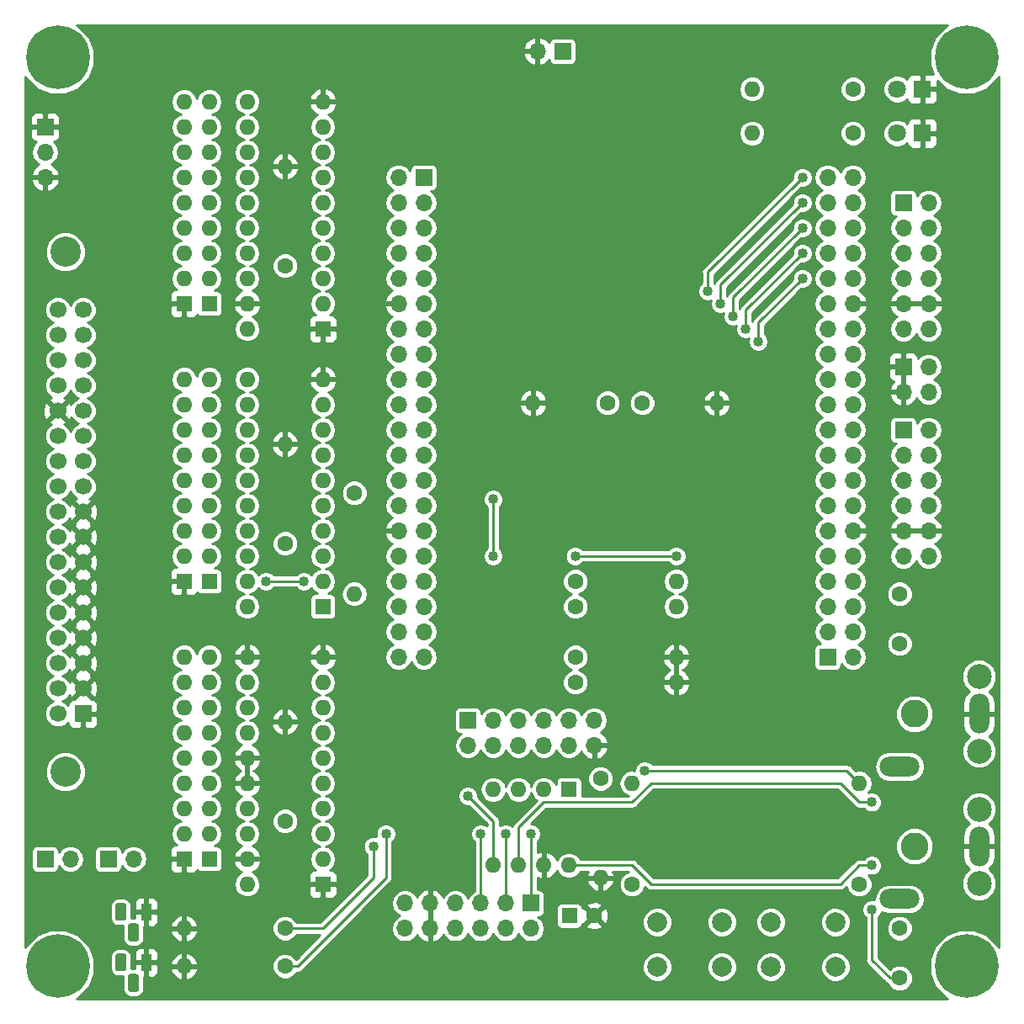
<source format=gtl>
G04 #@! TF.GenerationSoftware,KiCad,Pcbnew,5.0.2-bee76a0~70~ubuntu16.04.1*
G04 #@! TF.CreationDate,2019-04-13T10:37:35+01:00*
G04 #@! TF.ProjectId,BusAdapter,42757341-6461-4707-9465-722e6b696361,rev?*
G04 #@! TF.SameCoordinates,PX3021c70PY8dff518*
G04 #@! TF.FileFunction,Copper,L1,Top*
G04 #@! TF.FilePolarity,Positive*
%FSLAX46Y46*%
G04 Gerber Fmt 4.6, Leading zero omitted, Abs format (unit mm)*
G04 Created by KiCad (PCBNEW 5.0.2-bee76a0~70~ubuntu16.04.1) date Sat 13 Apr 2019 10:37:35 BST*
%MOMM*%
%LPD*%
G01*
G04 APERTURE LIST*
G04 #@! TA.AperFunction,ComponentPad*
%ADD10R,1.700000X1.700000*%
G04 #@! TD*
G04 #@! TA.AperFunction,ComponentPad*
%ADD11O,1.700000X1.700000*%
G04 #@! TD*
G04 #@! TA.AperFunction,ComponentPad*
%ADD12C,3.050000*%
G04 #@! TD*
G04 #@! TA.AperFunction,ComponentPad*
%ADD13C,1.700000*%
G04 #@! TD*
G04 #@! TA.AperFunction,ComponentPad*
%ADD14C,1.600000*%
G04 #@! TD*
G04 #@! TA.AperFunction,ComponentPad*
%ADD15O,1.600000X1.600000*%
G04 #@! TD*
G04 #@! TA.AperFunction,ComponentPad*
%ADD16R,1.600000X1.600000*%
G04 #@! TD*
G04 #@! TA.AperFunction,ComponentPad*
%ADD17C,2.000000*%
G04 #@! TD*
G04 #@! TA.AperFunction,ComponentPad*
%ADD18C,6.400000*%
G04 #@! TD*
G04 #@! TA.AperFunction,ComponentPad*
%ADD19R,1.100000X1.800000*%
G04 #@! TD*
G04 #@! TA.AperFunction,Conductor*
%ADD20C,0.100000*%
G04 #@! TD*
G04 #@! TA.AperFunction,ComponentPad*
%ADD21C,1.100000*%
G04 #@! TD*
G04 #@! TA.AperFunction,ComponentPad*
%ADD22C,1.800000*%
G04 #@! TD*
G04 #@! TA.AperFunction,ComponentPad*
%ADD23R,1.800000X1.800000*%
G04 #@! TD*
G04 #@! TA.AperFunction,ComponentPad*
%ADD24C,2.500000*%
G04 #@! TD*
G04 #@! TA.AperFunction,ComponentPad*
%ADD25C,2.800000*%
G04 #@! TD*
G04 #@! TA.AperFunction,ComponentPad*
%ADD26O,2.000000X4.000000*%
G04 #@! TD*
G04 #@! TA.AperFunction,ComponentPad*
%ADD27O,4.000000X2.000000*%
G04 #@! TD*
G04 #@! TA.AperFunction,ViaPad*
%ADD28C,1.016000*%
G04 #@! TD*
G04 #@! TA.AperFunction,Conductor*
%ADD29C,0.254000*%
G04 #@! TD*
G04 APERTURE END LIST*
D10*
G04 #@! TO.P,J13,1*
G04 #@! TO.N,GND*
X2540000Y88265000D03*
D11*
G04 #@! TO.P,J13,2*
G04 #@! TO.N,+5V*
X2540000Y85725000D03*
G04 #@! TO.P,J13,3*
G04 #@! TO.N,GND*
X2540000Y83185000D03*
G04 #@! TD*
D10*
G04 #@! TO.P,J14,1*
G04 #@! TO.N,+5V*
X54610000Y95885000D03*
D11*
G04 #@! TO.P,J14,2*
G04 #@! TO.N,GND*
X52070000Y95885000D03*
G04 #@! TD*
D12*
G04 #@! TO.P,J1,*
G04 #@! TO.N,*
X4570000Y23370000D03*
X4570000Y75690000D03*
D10*
G04 #@! TO.P,J1,1*
G04 #@! TO.N,GND*
X6350000Y29210000D03*
D13*
G04 #@! TO.P,J1,2*
G04 #@! TO.N,/RnW*
X3810000Y29210000D03*
G04 #@! TO.P,J1,3*
G04 #@! TO.N,GND*
X6350000Y31750000D03*
G04 #@! TO.P,J1,4*
G04 #@! TO.N,/1MHZE*
X3810000Y31750000D03*
G04 #@! TO.P,J1,5*
G04 #@! TO.N,GND*
X6350000Y34290000D03*
G04 #@! TO.P,J1,6*
G04 #@! TO.N,/NNMI*
X3810000Y34290000D03*
G04 #@! TO.P,J1,7*
G04 #@! TO.N,GND*
X6350000Y36830000D03*
G04 #@! TO.P,J1,8*
G04 #@! TO.N,/NIRQ*
X3810000Y36830000D03*
G04 #@! TO.P,J1,9*
G04 #@! TO.N,GND*
X6350000Y39370000D03*
G04 #@! TO.P,J1,10*
G04 #@! TO.N,/NPGFC*
X3810000Y39370000D03*
G04 #@! TO.P,J1,11*
G04 #@! TO.N,GND*
X6350000Y41910000D03*
G04 #@! TO.P,J1,12*
G04 #@! TO.N,/NPGFD*
X3810000Y41910000D03*
G04 #@! TO.P,J1,13*
G04 #@! TO.N,GND*
X6350000Y44450000D03*
G04 #@! TO.P,J1,14*
G04 #@! TO.N,/NRST*
X3810000Y44450000D03*
G04 #@! TO.P,J1,15*
G04 #@! TO.N,GND*
X6350000Y46990000D03*
G04 #@! TO.P,J1,16*
G04 #@! TO.N,Net-(J1-Pad16)*
X3810000Y46990000D03*
G04 #@! TO.P,J1,17*
G04 #@! TO.N,GND*
X6350000Y49530000D03*
G04 #@! TO.P,J1,18*
G04 #@! TO.N,/D0*
X3810000Y49530000D03*
G04 #@! TO.P,J1,19*
G04 #@! TO.N,/D1*
X6350000Y52070000D03*
G04 #@! TO.P,J1,20*
G04 #@! TO.N,/D2*
X3810000Y52070000D03*
G04 #@! TO.P,J1,21*
G04 #@! TO.N,/D3*
X6350000Y54610000D03*
G04 #@! TO.P,J1,22*
G04 #@! TO.N,/D4*
X3810000Y54610000D03*
G04 #@! TO.P,J1,23*
G04 #@! TO.N,/D5*
X6350000Y57150000D03*
G04 #@! TO.P,J1,24*
G04 #@! TO.N,/D6*
X3810000Y57150000D03*
G04 #@! TO.P,J1,25*
G04 #@! TO.N,/D7*
X6350000Y59690000D03*
G04 #@! TO.P,J1,26*
G04 #@! TO.N,GND*
X3810000Y59690000D03*
G04 #@! TO.P,J1,27*
G04 #@! TO.N,/A0*
X6350000Y62230000D03*
G04 #@! TO.P,J1,28*
G04 #@! TO.N,/A1*
X3810000Y62230000D03*
G04 #@! TO.P,J1,29*
G04 #@! TO.N,/A2*
X6350000Y64770000D03*
G04 #@! TO.P,J1,30*
G04 #@! TO.N,/A3*
X3810000Y64770000D03*
G04 #@! TO.P,J1,31*
G04 #@! TO.N,/A4*
X6350000Y67310000D03*
G04 #@! TO.P,J1,32*
G04 #@! TO.N,/A5*
X3810000Y67310000D03*
G04 #@! TO.P,J1,33*
G04 #@! TO.N,/A6*
X6350000Y69850000D03*
G04 #@! TO.P,J1,34*
G04 #@! TO.N,/A7*
X3810000Y69850000D03*
G04 #@! TD*
D14*
G04 #@! TO.P,C6,1*
G04 #@! TO.N,+3V3*
X59130000Y60495000D03*
D15*
G04 #@! TO.P,C6,2*
G04 #@! TO.N,GND*
X51630000Y60495000D03*
G04 #@! TD*
G04 #@! TO.P,C5,2*
G04 #@! TO.N,GND*
X70130000Y60495000D03*
D14*
G04 #@! TO.P,C5,1*
G04 #@! TO.N,+3V3*
X62630000Y60495000D03*
G04 #@! TD*
D16*
G04 #@! TO.P,C9,1*
G04 #@! TO.N,+3V3*
X55285000Y8890000D03*
D14*
G04 #@! TO.P,C9,2*
G04 #@! TO.N,GND*
X57785000Y8890000D03*
G04 #@! TD*
G04 #@! TO.P,R10,1*
G04 #@! TO.N,/SW1*
X55880000Y32385000D03*
D15*
G04 #@! TO.P,R10,2*
G04 #@! TO.N,GND*
X66040000Y32385000D03*
G04 #@! TD*
G04 #@! TO.P,R11,2*
G04 #@! TO.N,GND*
X66040000Y34925000D03*
D14*
G04 #@! TO.P,R11,1*
G04 #@! TO.N,/SW2*
X55880000Y34925000D03*
G04 #@! TD*
G04 #@! TO.P,C1,1*
G04 #@! TO.N,+3V3*
X26670000Y74295000D03*
D15*
G04 #@! TO.P,C1,2*
G04 #@! TO.N,GND*
X26670000Y84295000D03*
G04 #@! TD*
G04 #@! TO.P,C2,2*
G04 #@! TO.N,GND*
X26670000Y56355000D03*
D14*
G04 #@! TO.P,C2,1*
G04 #@! TO.N,+3V3*
X26670000Y46355000D03*
G04 #@! TD*
D15*
G04 #@! TO.P,C3,2*
G04 #@! TO.N,GND*
X26670000Y28415000D03*
D14*
G04 #@! TO.P,C3,1*
G04 #@! TO.N,+3V3*
X26670000Y18415000D03*
G04 #@! TD*
G04 #@! TO.P,C4,1*
G04 #@! TO.N,+3V3*
X58420000Y22700000D03*
D15*
G04 #@! TO.P,C4,2*
G04 #@! TO.N,GND*
X58420000Y12700000D03*
G04 #@! TD*
D14*
G04 #@! TO.P,C7,2*
G04 #@! TO.N,Net-(C7-Pad2)*
X88530000Y2620000D03*
G04 #@! TO.P,C7,1*
G04 #@! TO.N,Net-(C7-Pad1)*
X88530000Y7620000D03*
G04 #@! TD*
G04 #@! TO.P,C8,1*
G04 #@! TO.N,Net-(C8-Pad1)*
X88530000Y41275000D03*
G04 #@! TO.P,C8,2*
G04 #@! TO.N,Net-(C8-Pad2)*
X88530000Y36275000D03*
G04 #@! TD*
D10*
G04 #@! TO.P,J12,1*
G04 #@! TO.N,/PMOD2_0*
X51435000Y10160000D03*
D11*
G04 #@! TO.P,J12,2*
G04 #@! TO.N,/PMOD2_1*
X48895000Y10160000D03*
G04 #@! TO.P,J12,3*
G04 #@! TO.N,/PMOD2_2*
X46355000Y10160000D03*
G04 #@! TO.P,J12,4*
G04 #@! TO.N,/PMOD2_3*
X43815000Y10160000D03*
G04 #@! TO.P,J12,5*
G04 #@! TO.N,GND*
X41275000Y10160000D03*
G04 #@! TO.P,J12,6*
G04 #@! TO.N,+3V3*
X38735000Y10160000D03*
G04 #@! TO.P,J12,7*
G04 #@! TO.N,/PMOD2_4*
X51435000Y7620000D03*
G04 #@! TO.P,J12,8*
G04 #@! TO.N,/PMOD2_5*
X48895000Y7620000D03*
G04 #@! TO.P,J12,9*
G04 #@! TO.N,/PMOD2_6*
X46355000Y7620000D03*
G04 #@! TO.P,J12,10*
G04 #@! TO.N,/PMOD2_7*
X43815000Y7620000D03*
G04 #@! TO.P,J12,11*
G04 #@! TO.N,GND*
X41275000Y7620000D03*
G04 #@! TO.P,J12,12*
G04 #@! TO.N,+3V3*
X38735000Y7620000D03*
G04 #@! TD*
D15*
G04 #@! TO.P,U5,8*
G04 #@! TO.N,Net-(C7-Pad2)*
X55245000Y13970000D03*
G04 #@! TO.P,U5,4*
G04 #@! TO.N,/PMOD2_6*
X47625000Y21590000D03*
G04 #@! TO.P,U5,7*
G04 #@! TO.N,GND*
X52705000Y13970000D03*
G04 #@! TO.P,U5,3*
G04 #@! TO.N,/PMOD2_5*
X50165000Y21590000D03*
G04 #@! TO.P,U5,6*
G04 #@! TO.N,Net-(C8-Pad2)*
X50165000Y13970000D03*
G04 #@! TO.P,U5,2*
G04 #@! TO.N,/PMOD2_4*
X52705000Y21590000D03*
G04 #@! TO.P,U5,5*
G04 #@! TO.N,/PMOD2_7*
X47625000Y13970000D03*
D16*
G04 #@! TO.P,U5,1*
G04 #@! TO.N,+3V3*
X55245000Y21590000D03*
G04 #@! TD*
D11*
G04 #@! TO.P,J11,4*
G04 #@! TO.N,/PMOD1_6*
X91440000Y61595000D03*
G04 #@! TO.P,J11,3*
G04 #@! TO.N,GND*
X88900000Y61595000D03*
G04 #@! TO.P,J11,2*
G04 #@! TO.N,/PMOD1_7*
X91440000Y64135000D03*
D10*
G04 #@! TO.P,J11,1*
G04 #@! TO.N,GND*
X88900000Y64135000D03*
G04 #@! TD*
D11*
G04 #@! TO.P,J10,12*
G04 #@! TO.N,GND*
X57785000Y26035000D03*
G04 #@! TO.P,J10,11*
G04 #@! TO.N,+3V3*
X57785000Y28575000D03*
G04 #@! TO.P,J10,10*
G04 #@! TO.N,/SW1*
X55245000Y26035000D03*
G04 #@! TO.P,J10,9*
G04 #@! TO.N,/SW2*
X55245000Y28575000D03*
G04 #@! TO.P,J10,8*
G04 #@! TO.N,/PMOD2_4*
X52705000Y26035000D03*
G04 #@! TO.P,J10,7*
G04 #@! TO.N,/PMOD2_0*
X52705000Y28575000D03*
G04 #@! TO.P,J10,6*
G04 #@! TO.N,/PMOD2_5*
X50165000Y26035000D03*
G04 #@! TO.P,J10,5*
G04 #@! TO.N,/PMOD2_1*
X50165000Y28575000D03*
G04 #@! TO.P,J10,4*
G04 #@! TO.N,/PMOD2_6*
X47625000Y26035000D03*
G04 #@! TO.P,J10,3*
G04 #@! TO.N,/PMOD2_2*
X47625000Y28575000D03*
G04 #@! TO.P,J10,2*
G04 #@! TO.N,/PMOD2_7*
X45085000Y26035000D03*
D10*
G04 #@! TO.P,J10,1*
G04 #@! TO.N,/PMOD2_3*
X45085000Y28575000D03*
G04 #@! TD*
D17*
G04 #@! TO.P,SW2,1*
G04 #@! TO.N,Net-(R9-Pad1)*
X82065000Y8255000D03*
G04 #@! TO.P,SW2,2*
G04 #@! TO.N,+3V3*
X82065000Y3755000D03*
G04 #@! TO.P,SW2,1*
G04 #@! TO.N,Net-(R9-Pad1)*
X75565000Y8255000D03*
G04 #@! TO.P,SW2,2*
G04 #@! TO.N,+3V3*
X75565000Y3755000D03*
G04 #@! TD*
G04 #@! TO.P,SW1,1*
G04 #@! TO.N,Net-(R8-Pad1)*
X70635000Y8255000D03*
G04 #@! TO.P,SW1,2*
G04 #@! TO.N,+3V3*
X70635000Y3755000D03*
G04 #@! TO.P,SW1,1*
G04 #@! TO.N,Net-(R8-Pad1)*
X64135000Y8255000D03*
G04 #@! TO.P,SW1,2*
G04 #@! TO.N,+3V3*
X64135000Y3755000D03*
G04 #@! TD*
D15*
G04 #@! TO.P,R8,2*
G04 #@! TO.N,/SW1*
X61595000Y22225000D03*
D14*
G04 #@! TO.P,R8,1*
G04 #@! TO.N,Net-(R8-Pad1)*
X61595000Y12065000D03*
G04 #@! TD*
D15*
G04 #@! TO.P,R9,2*
G04 #@! TO.N,/SW2*
X84455000Y22225000D03*
D14*
G04 #@! TO.P,R9,1*
G04 #@! TO.N,Net-(R9-Pad1)*
X84455000Y12065000D03*
G04 #@! TD*
D11*
G04 #@! TO.P,J8,2*
G04 #@! TO.N,Net-(J8-Pad2)*
X5080000Y14605000D03*
D10*
G04 #@! TO.P,J8,1*
G04 #@! TO.N,/NIRQ*
X2540000Y14605000D03*
G04 #@! TD*
D11*
G04 #@! TO.P,J9,2*
G04 #@! TO.N,Net-(J9-Pad2)*
X11430000Y14605000D03*
D10*
G04 #@! TO.P,J9,1*
G04 #@! TO.N,/NNMI*
X8890000Y14605000D03*
G04 #@! TD*
D15*
G04 #@! TO.P,R7,2*
G04 #@! TO.N,/LV_OEL*
X33655000Y41275000D03*
D14*
G04 #@! TO.P,R7,1*
G04 #@! TO.N,+3V3*
X33655000Y51435000D03*
G04 #@! TD*
D18*
G04 #@! TO.P,H1,1*
G04 #@! TO.N,Net-(H1-Pad1)*
X3810000Y95250000D03*
G04 #@! TD*
G04 #@! TO.P,H2,1*
G04 #@! TO.N,Net-(H2-Pad1)*
X95250000Y95250000D03*
G04 #@! TD*
G04 #@! TO.P,H3,1*
G04 #@! TO.N,Net-(H3-Pad1)*
X3810000Y3810000D03*
G04 #@! TD*
G04 #@! TO.P,H4,1*
G04 #@! TO.N,Net-(H4-Pad1)*
X95250000Y3810000D03*
G04 #@! TD*
D15*
G04 #@! TO.P,R3,2*
G04 #@! TO.N,GND*
X16510000Y3810000D03*
D14*
G04 #@! TO.P,R3,1*
G04 #@! TO.N,Net-(Q1-Pad2)*
X26670000Y3810000D03*
G04 #@! TD*
D19*
G04 #@! TO.P,Q1,1*
G04 #@! TO.N,GND*
X12700000Y4210000D03*
D20*
G04 #@! TD*
G04 #@! TO.N,Net-(J8-Pad2)*
G04 #@! TO.C,Q1*
G36*
X10461955Y5108676D02*
X10488650Y5104716D01*
X10514828Y5098159D01*
X10540238Y5089067D01*
X10564634Y5077528D01*
X10587782Y5063654D01*
X10609458Y5047578D01*
X10629454Y5029454D01*
X10647578Y5009458D01*
X10663654Y4987782D01*
X10677528Y4964634D01*
X10689067Y4940238D01*
X10698159Y4914828D01*
X10704716Y4888650D01*
X10708676Y4861955D01*
X10710000Y4835000D01*
X10710000Y3585000D01*
X10708676Y3558045D01*
X10704716Y3531350D01*
X10698159Y3505172D01*
X10689067Y3479762D01*
X10677528Y3455366D01*
X10663654Y3432218D01*
X10647578Y3410542D01*
X10629454Y3390546D01*
X10609458Y3372422D01*
X10587782Y3356346D01*
X10564634Y3342472D01*
X10540238Y3330933D01*
X10514828Y3321841D01*
X10488650Y3315284D01*
X10461955Y3311324D01*
X10435000Y3310000D01*
X9885000Y3310000D01*
X9858045Y3311324D01*
X9831350Y3315284D01*
X9805172Y3321841D01*
X9779762Y3330933D01*
X9755366Y3342472D01*
X9732218Y3356346D01*
X9710542Y3372422D01*
X9690546Y3390546D01*
X9672422Y3410542D01*
X9656346Y3432218D01*
X9642472Y3455366D01*
X9630933Y3479762D01*
X9621841Y3505172D01*
X9615284Y3531350D01*
X9611324Y3558045D01*
X9610000Y3585000D01*
X9610000Y4835000D01*
X9611324Y4861955D01*
X9615284Y4888650D01*
X9621841Y4914828D01*
X9630933Y4940238D01*
X9642472Y4964634D01*
X9656346Y4987782D01*
X9672422Y5009458D01*
X9690546Y5029454D01*
X9710542Y5047578D01*
X9732218Y5063654D01*
X9755366Y5077528D01*
X9779762Y5089067D01*
X9805172Y5098159D01*
X9831350Y5104716D01*
X9858045Y5108676D01*
X9885000Y5110000D01*
X10435000Y5110000D01*
X10461955Y5108676D01*
X10461955Y5108676D01*
G37*
D21*
G04 #@! TO.P,Q1,3*
G04 #@! TO.N,Net-(J8-Pad2)*
X10160000Y4210000D03*
D20*
G04 #@! TD*
G04 #@! TO.N,Net-(Q1-Pad2)*
G04 #@! TO.C,Q1*
G36*
X11731955Y3038676D02*
X11758650Y3034716D01*
X11784828Y3028159D01*
X11810238Y3019067D01*
X11834634Y3007528D01*
X11857782Y2993654D01*
X11879458Y2977578D01*
X11899454Y2959454D01*
X11917578Y2939458D01*
X11933654Y2917782D01*
X11947528Y2894634D01*
X11959067Y2870238D01*
X11968159Y2844828D01*
X11974716Y2818650D01*
X11978676Y2791955D01*
X11980000Y2765000D01*
X11980000Y1515000D01*
X11978676Y1488045D01*
X11974716Y1461350D01*
X11968159Y1435172D01*
X11959067Y1409762D01*
X11947528Y1385366D01*
X11933654Y1362218D01*
X11917578Y1340542D01*
X11899454Y1320546D01*
X11879458Y1302422D01*
X11857782Y1286346D01*
X11834634Y1272472D01*
X11810238Y1260933D01*
X11784828Y1251841D01*
X11758650Y1245284D01*
X11731955Y1241324D01*
X11705000Y1240000D01*
X11155000Y1240000D01*
X11128045Y1241324D01*
X11101350Y1245284D01*
X11075172Y1251841D01*
X11049762Y1260933D01*
X11025366Y1272472D01*
X11002218Y1286346D01*
X10980542Y1302422D01*
X10960546Y1320546D01*
X10942422Y1340542D01*
X10926346Y1362218D01*
X10912472Y1385366D01*
X10900933Y1409762D01*
X10891841Y1435172D01*
X10885284Y1461350D01*
X10881324Y1488045D01*
X10880000Y1515000D01*
X10880000Y2765000D01*
X10881324Y2791955D01*
X10885284Y2818650D01*
X10891841Y2844828D01*
X10900933Y2870238D01*
X10912472Y2894634D01*
X10926346Y2917782D01*
X10942422Y2939458D01*
X10960546Y2959454D01*
X10980542Y2977578D01*
X11002218Y2993654D01*
X11025366Y3007528D01*
X11049762Y3019067D01*
X11075172Y3028159D01*
X11101350Y3034716D01*
X11128045Y3038676D01*
X11155000Y3040000D01*
X11705000Y3040000D01*
X11731955Y3038676D01*
X11731955Y3038676D01*
G37*
D21*
G04 #@! TO.P,Q1,2*
G04 #@! TO.N,Net-(Q1-Pad2)*
X11430000Y2140000D03*
G04 #@! TD*
D19*
G04 #@! TO.P,Q2,1*
G04 #@! TO.N,GND*
X12700000Y9290000D03*
D20*
G04 #@! TD*
G04 #@! TO.N,Net-(J9-Pad2)*
G04 #@! TO.C,Q2*
G36*
X10461955Y10188676D02*
X10488650Y10184716D01*
X10514828Y10178159D01*
X10540238Y10169067D01*
X10564634Y10157528D01*
X10587782Y10143654D01*
X10609458Y10127578D01*
X10629454Y10109454D01*
X10647578Y10089458D01*
X10663654Y10067782D01*
X10677528Y10044634D01*
X10689067Y10020238D01*
X10698159Y9994828D01*
X10704716Y9968650D01*
X10708676Y9941955D01*
X10710000Y9915000D01*
X10710000Y8665000D01*
X10708676Y8638045D01*
X10704716Y8611350D01*
X10698159Y8585172D01*
X10689067Y8559762D01*
X10677528Y8535366D01*
X10663654Y8512218D01*
X10647578Y8490542D01*
X10629454Y8470546D01*
X10609458Y8452422D01*
X10587782Y8436346D01*
X10564634Y8422472D01*
X10540238Y8410933D01*
X10514828Y8401841D01*
X10488650Y8395284D01*
X10461955Y8391324D01*
X10435000Y8390000D01*
X9885000Y8390000D01*
X9858045Y8391324D01*
X9831350Y8395284D01*
X9805172Y8401841D01*
X9779762Y8410933D01*
X9755366Y8422472D01*
X9732218Y8436346D01*
X9710542Y8452422D01*
X9690546Y8470546D01*
X9672422Y8490542D01*
X9656346Y8512218D01*
X9642472Y8535366D01*
X9630933Y8559762D01*
X9621841Y8585172D01*
X9615284Y8611350D01*
X9611324Y8638045D01*
X9610000Y8665000D01*
X9610000Y9915000D01*
X9611324Y9941955D01*
X9615284Y9968650D01*
X9621841Y9994828D01*
X9630933Y10020238D01*
X9642472Y10044634D01*
X9656346Y10067782D01*
X9672422Y10089458D01*
X9690546Y10109454D01*
X9710542Y10127578D01*
X9732218Y10143654D01*
X9755366Y10157528D01*
X9779762Y10169067D01*
X9805172Y10178159D01*
X9831350Y10184716D01*
X9858045Y10188676D01*
X9885000Y10190000D01*
X10435000Y10190000D01*
X10461955Y10188676D01*
X10461955Y10188676D01*
G37*
D21*
G04 #@! TO.P,Q2,3*
G04 #@! TO.N,Net-(J9-Pad2)*
X10160000Y9290000D03*
D20*
G04 #@! TD*
G04 #@! TO.N,Net-(Q2-Pad2)*
G04 #@! TO.C,Q2*
G36*
X11731955Y8118676D02*
X11758650Y8114716D01*
X11784828Y8108159D01*
X11810238Y8099067D01*
X11834634Y8087528D01*
X11857782Y8073654D01*
X11879458Y8057578D01*
X11899454Y8039454D01*
X11917578Y8019458D01*
X11933654Y7997782D01*
X11947528Y7974634D01*
X11959067Y7950238D01*
X11968159Y7924828D01*
X11974716Y7898650D01*
X11978676Y7871955D01*
X11980000Y7845000D01*
X11980000Y6595000D01*
X11978676Y6568045D01*
X11974716Y6541350D01*
X11968159Y6515172D01*
X11959067Y6489762D01*
X11947528Y6465366D01*
X11933654Y6442218D01*
X11917578Y6420542D01*
X11899454Y6400546D01*
X11879458Y6382422D01*
X11857782Y6366346D01*
X11834634Y6352472D01*
X11810238Y6340933D01*
X11784828Y6331841D01*
X11758650Y6325284D01*
X11731955Y6321324D01*
X11705000Y6320000D01*
X11155000Y6320000D01*
X11128045Y6321324D01*
X11101350Y6325284D01*
X11075172Y6331841D01*
X11049762Y6340933D01*
X11025366Y6352472D01*
X11002218Y6366346D01*
X10980542Y6382422D01*
X10960546Y6400546D01*
X10942422Y6420542D01*
X10926346Y6442218D01*
X10912472Y6465366D01*
X10900933Y6489762D01*
X10891841Y6515172D01*
X10885284Y6541350D01*
X10881324Y6568045D01*
X10880000Y6595000D01*
X10880000Y7845000D01*
X10881324Y7871955D01*
X10885284Y7898650D01*
X10891841Y7924828D01*
X10900933Y7950238D01*
X10912472Y7974634D01*
X10926346Y7997782D01*
X10942422Y8019458D01*
X10960546Y8039454D01*
X10980542Y8057578D01*
X11002218Y8073654D01*
X11025366Y8087528D01*
X11049762Y8099067D01*
X11075172Y8108159D01*
X11101350Y8114716D01*
X11128045Y8118676D01*
X11155000Y8120000D01*
X11705000Y8120000D01*
X11731955Y8118676D01*
X11731955Y8118676D01*
G37*
D21*
G04 #@! TO.P,Q2,2*
G04 #@! TO.N,Net-(Q2-Pad2)*
X11430000Y7220000D03*
G04 #@! TD*
D11*
G04 #@! TO.P,J4,12*
G04 #@! TO.N,+3V3*
X91440000Y67945000D03*
G04 #@! TO.P,J4,11*
G04 #@! TO.N,GND*
X91440000Y70485000D03*
G04 #@! TO.P,J4,10*
G04 #@! TO.N,/PMOD0_7*
X91440000Y73025000D03*
G04 #@! TO.P,J4,9*
G04 #@! TO.N,/PMOD0_6*
X91440000Y75565000D03*
G04 #@! TO.P,J4,8*
G04 #@! TO.N,/PMOD0_5*
X91440000Y78105000D03*
G04 #@! TO.P,J4,7*
G04 #@! TO.N,/PMOD0_4*
X91440000Y80645000D03*
G04 #@! TO.P,J4,6*
G04 #@! TO.N,+3V3*
X88900000Y67945000D03*
G04 #@! TO.P,J4,5*
G04 #@! TO.N,GND*
X88900000Y70485000D03*
G04 #@! TO.P,J4,4*
G04 #@! TO.N,/PMOD0_3*
X88900000Y73025000D03*
G04 #@! TO.P,J4,3*
G04 #@! TO.N,/PMOD0_2*
X88900000Y75565000D03*
G04 #@! TO.P,J4,2*
G04 #@! TO.N,/PMOD0_1*
X88900000Y78105000D03*
D10*
G04 #@! TO.P,J4,1*
G04 #@! TO.N,/PMOD0_0*
X88900000Y80645000D03*
G04 #@! TD*
D11*
G04 #@! TO.P,J5,12*
G04 #@! TO.N,+3V3*
X91440000Y45085000D03*
G04 #@! TO.P,J5,11*
G04 #@! TO.N,GND*
X91440000Y47625000D03*
G04 #@! TO.P,J5,10*
G04 #@! TO.N,/PMOD1_7*
X91440000Y50165000D03*
G04 #@! TO.P,J5,9*
G04 #@! TO.N,/PMOD1_6*
X91440000Y52705000D03*
G04 #@! TO.P,J5,8*
G04 #@! TO.N,/PMOD1_5*
X91440000Y55245000D03*
G04 #@! TO.P,J5,7*
G04 #@! TO.N,/PMOD1_4*
X91440000Y57785000D03*
G04 #@! TO.P,J5,6*
G04 #@! TO.N,+3V3*
X88900000Y45085000D03*
G04 #@! TO.P,J5,5*
G04 #@! TO.N,GND*
X88900000Y47625000D03*
G04 #@! TO.P,J5,4*
G04 #@! TO.N,/PMOD1_3*
X88900000Y50165000D03*
G04 #@! TO.P,J5,3*
G04 #@! TO.N,/PMOD1_2*
X88900000Y52705000D03*
G04 #@! TO.P,J5,2*
G04 #@! TO.N,/PMOD1_1*
X88900000Y55245000D03*
D10*
G04 #@! TO.P,J5,1*
G04 #@! TO.N,/PMOD1_0*
X88900000Y57785000D03*
G04 #@! TD*
D22*
G04 #@! TO.P,D1,2*
G04 #@! TO.N,Net-(D1-Pad2)*
X88265000Y92075000D03*
D23*
G04 #@! TO.P,D1,1*
G04 #@! TO.N,GND*
X90805000Y92075000D03*
G04 #@! TD*
D22*
G04 #@! TO.P,D2,2*
G04 #@! TO.N,Net-(D2-Pad2)*
X88265000Y87630000D03*
D23*
G04 #@! TO.P,D2,1*
G04 #@! TO.N,GND*
X90805000Y87630000D03*
G04 #@! TD*
D15*
G04 #@! TO.P,R6,2*
G04 #@! TO.N,+3V3*
X73660000Y87630000D03*
D14*
G04 #@! TO.P,R6,1*
G04 #@! TO.N,Net-(D2-Pad2)*
X83820000Y87630000D03*
G04 #@! TD*
D15*
G04 #@! TO.P,R5,2*
G04 #@! TO.N,Net-(J3-Pad40)*
X73660000Y92075000D03*
D14*
G04 #@! TO.P,R5,1*
G04 #@! TO.N,Net-(D1-Pad2)*
X83820000Y92075000D03*
G04 #@! TD*
D15*
G04 #@! TO.P,RN1,9*
G04 #@! TO.N,Net-(RN1-Pad9)*
X16510000Y34925000D03*
G04 #@! TO.P,RN1,8*
G04 #@! TO.N,Net-(RN1-Pad8)*
X16510000Y32385000D03*
G04 #@! TO.P,RN1,7*
G04 #@! TO.N,/NPGFD*
X16510000Y29845000D03*
G04 #@! TO.P,RN1,6*
G04 #@! TO.N,/NPGFC*
X16510000Y27305000D03*
G04 #@! TO.P,RN1,5*
G04 #@! TO.N,Net-(RN1-Pad5)*
X16510000Y24765000D03*
G04 #@! TO.P,RN1,4*
G04 #@! TO.N,Net-(RN1-Pad4)*
X16510000Y22225000D03*
G04 #@! TO.P,RN1,3*
G04 #@! TO.N,/1MHZE*
X16510000Y19685000D03*
G04 #@! TO.P,RN1,2*
G04 #@! TO.N,/RnW*
X16510000Y17145000D03*
D16*
G04 #@! TO.P,RN1,1*
G04 #@! TO.N,GND*
X16510000Y14605000D03*
G04 #@! TD*
D15*
G04 #@! TO.P,RN2,9*
G04 #@! TO.N,/D7*
X16510000Y62865000D03*
G04 #@! TO.P,RN2,8*
G04 #@! TO.N,/D6*
X16510000Y60325000D03*
G04 #@! TO.P,RN2,7*
G04 #@! TO.N,/D5*
X16510000Y57785000D03*
G04 #@! TO.P,RN2,6*
G04 #@! TO.N,/D4*
X16510000Y55245000D03*
G04 #@! TO.P,RN2,5*
G04 #@! TO.N,/D3*
X16510000Y52705000D03*
G04 #@! TO.P,RN2,4*
G04 #@! TO.N,/D2*
X16510000Y50165000D03*
G04 #@! TO.P,RN2,3*
G04 #@! TO.N,/D1*
X16510000Y47625000D03*
G04 #@! TO.P,RN2,2*
G04 #@! TO.N,/D0*
X16510000Y45085000D03*
D16*
G04 #@! TO.P,RN2,1*
G04 #@! TO.N,GND*
X16510000Y42545000D03*
G04 #@! TD*
D15*
G04 #@! TO.P,RN3,9*
G04 #@! TO.N,/A7*
X16510000Y90805000D03*
G04 #@! TO.P,RN3,8*
G04 #@! TO.N,/A6*
X16510000Y88265000D03*
G04 #@! TO.P,RN3,7*
G04 #@! TO.N,/A5*
X16510000Y85725000D03*
G04 #@! TO.P,RN3,6*
G04 #@! TO.N,/A4*
X16510000Y83185000D03*
G04 #@! TO.P,RN3,5*
G04 #@! TO.N,/A3*
X16510000Y80645000D03*
G04 #@! TO.P,RN3,4*
G04 #@! TO.N,/A2*
X16510000Y78105000D03*
G04 #@! TO.P,RN3,3*
G04 #@! TO.N,/A1*
X16510000Y75565000D03*
G04 #@! TO.P,RN3,2*
G04 #@! TO.N,/A0*
X16510000Y73025000D03*
D16*
G04 #@! TO.P,RN3,1*
G04 #@! TO.N,GND*
X16510000Y70485000D03*
G04 #@! TD*
D15*
G04 #@! TO.P,RN4,9*
G04 #@! TO.N,Net-(RN4-Pad9)*
X19050000Y34925000D03*
G04 #@! TO.P,RN4,8*
G04 #@! TO.N,Net-(RN4-Pad8)*
X19050000Y32385000D03*
G04 #@! TO.P,RN4,7*
G04 #@! TO.N,/NPGFD*
X19050000Y29845000D03*
G04 #@! TO.P,RN4,6*
G04 #@! TO.N,/NPGFC*
X19050000Y27305000D03*
G04 #@! TO.P,RN4,5*
G04 #@! TO.N,Net-(RN4-Pad5)*
X19050000Y24765000D03*
G04 #@! TO.P,RN4,4*
G04 #@! TO.N,Net-(RN4-Pad4)*
X19050000Y22225000D03*
G04 #@! TO.P,RN4,3*
G04 #@! TO.N,/1MHZE*
X19050000Y19685000D03*
G04 #@! TO.P,RN4,2*
G04 #@! TO.N,/RnW*
X19050000Y17145000D03*
D16*
G04 #@! TO.P,RN4,1*
G04 #@! TO.N,+3V3*
X19050000Y14605000D03*
G04 #@! TD*
D15*
G04 #@! TO.P,RN5,9*
G04 #@! TO.N,/D7*
X19050000Y62865000D03*
G04 #@! TO.P,RN5,8*
G04 #@! TO.N,/D6*
X19050000Y60325000D03*
G04 #@! TO.P,RN5,7*
G04 #@! TO.N,/D5*
X19050000Y57785000D03*
G04 #@! TO.P,RN5,6*
G04 #@! TO.N,/D4*
X19050000Y55245000D03*
G04 #@! TO.P,RN5,5*
G04 #@! TO.N,/D3*
X19050000Y52705000D03*
G04 #@! TO.P,RN5,4*
G04 #@! TO.N,/D2*
X19050000Y50165000D03*
G04 #@! TO.P,RN5,3*
G04 #@! TO.N,/D1*
X19050000Y47625000D03*
G04 #@! TO.P,RN5,2*
G04 #@! TO.N,/D0*
X19050000Y45085000D03*
D16*
G04 #@! TO.P,RN5,1*
G04 #@! TO.N,+3V3*
X19050000Y42545000D03*
G04 #@! TD*
D15*
G04 #@! TO.P,RN6,9*
G04 #@! TO.N,/A7*
X19050000Y90805000D03*
G04 #@! TO.P,RN6,8*
G04 #@! TO.N,/A6*
X19050000Y88265000D03*
G04 #@! TO.P,RN6,7*
G04 #@! TO.N,/A5*
X19050000Y85725000D03*
G04 #@! TO.P,RN6,6*
G04 #@! TO.N,/A4*
X19050000Y83185000D03*
G04 #@! TO.P,RN6,5*
G04 #@! TO.N,/A3*
X19050000Y80645000D03*
G04 #@! TO.P,RN6,4*
G04 #@! TO.N,/A2*
X19050000Y78105000D03*
G04 #@! TO.P,RN6,3*
G04 #@! TO.N,/A1*
X19050000Y75565000D03*
G04 #@! TO.P,RN6,2*
G04 #@! TO.N,/A0*
X19050000Y73025000D03*
D16*
G04 #@! TO.P,RN6,1*
G04 #@! TO.N,+3V3*
X19050000Y70485000D03*
G04 #@! TD*
D11*
G04 #@! TO.P,J2,40*
G04 #@! TO.N,/LV_DIR*
X38100000Y34925000D03*
G04 #@! TO.P,J2,39*
G04 #@! TO.N,/LV_NPGFD*
X40640000Y34925000D03*
G04 #@! TO.P,J2,38*
G04 #@! TO.N,/LV_OEL*
X38100000Y37465000D03*
G04 #@! TO.P,J2,37*
G04 #@! TO.N,/LV_NRST*
X40640000Y37465000D03*
G04 #@! TO.P,J2,36*
G04 #@! TO.N,/LV_D0*
X38100000Y40005000D03*
G04 #@! TO.P,J2,35*
G04 #@! TO.N,/LV_NPGFC*
X40640000Y40005000D03*
G04 #@! TO.P,J2,34*
G04 #@! TO.N,/LV_D1*
X38100000Y42545000D03*
G04 #@! TO.P,J2,33*
G04 #@! TO.N,/LV_RnW*
X40640000Y42545000D03*
G04 #@! TO.P,J2,32*
G04 #@! TO.N,/LV_D2*
X38100000Y45085000D03*
G04 #@! TO.P,J2,31*
G04 #@! TO.N,/RAMA10*
X40640000Y45085000D03*
G04 #@! TO.P,J2,30*
G04 #@! TO.N,GND*
X38100000Y47625000D03*
G04 #@! TO.P,J2,29*
G04 #@! TO.N,+3V3*
X40640000Y47625000D03*
G04 #@! TO.P,J2,28*
G04 #@! TO.N,/LV_D3*
X38100000Y50165000D03*
G04 #@! TO.P,J2,27*
G04 #@! TO.N,/RAMA11*
X40640000Y50165000D03*
G04 #@! TO.P,J2,26*
G04 #@! TO.N,/LV_D4*
X38100000Y52705000D03*
G04 #@! TO.P,J2,25*
G04 #@! TO.N,/RAMA12*
X40640000Y52705000D03*
G04 #@! TO.P,J2,24*
G04 #@! TO.N,/LV_D5*
X38100000Y55245000D03*
G04 #@! TO.P,J2,23*
G04 #@! TO.N,/RAMA13*
X40640000Y55245000D03*
G04 #@! TO.P,J2,22*
G04 #@! TO.N,/LV_D6*
X38100000Y57785000D03*
G04 #@! TO.P,J2,21*
G04 #@! TO.N,/RAMA14*
X40640000Y57785000D03*
G04 #@! TO.P,J2,20*
G04 #@! TO.N,/LV_D7*
X38100000Y60325000D03*
G04 #@! TO.P,J2,19*
G04 #@! TO.N,/RAMD4*
X40640000Y60325000D03*
G04 #@! TO.P,J2,18*
G04 #@! TO.N,/LV_A0*
X38100000Y62865000D03*
G04 #@! TO.P,J2,17*
G04 #@! TO.N,/RAMD5*
X40640000Y62865000D03*
G04 #@! TO.P,J2,16*
G04 #@! TO.N,/LV_A1*
X38100000Y65405000D03*
G04 #@! TO.P,J2,15*
G04 #@! TO.N,/RAMD6*
X40640000Y65405000D03*
G04 #@! TO.P,J2,14*
G04 #@! TO.N,/LV_A2*
X38100000Y67945000D03*
G04 #@! TO.P,J2,13*
G04 #@! TO.N,/RAMD7*
X40640000Y67945000D03*
G04 #@! TO.P,J2,12*
G04 #@! TO.N,GND*
X38100000Y70485000D03*
G04 #@! TO.P,J2,11*
G04 #@! TO.N,Net-(J2-Pad11)*
X40640000Y70485000D03*
G04 #@! TO.P,J2,10*
G04 #@! TO.N,/LV_A3*
X38100000Y73025000D03*
G04 #@! TO.P,J2,9*
G04 #@! TO.N,/RAMOEL*
X40640000Y73025000D03*
G04 #@! TO.P,J2,8*
G04 #@! TO.N,/LV_A4*
X38100000Y75565000D03*
G04 #@! TO.P,J2,7*
G04 #@! TO.N,/RAMA15*
X40640000Y75565000D03*
G04 #@! TO.P,J2,6*
G04 #@! TO.N,/LV_A5*
X38100000Y78105000D03*
G04 #@! TO.P,J2,5*
G04 #@! TO.N,/RAMA16*
X40640000Y78105000D03*
G04 #@! TO.P,J2,4*
G04 #@! TO.N,/LV_A6*
X38100000Y80645000D03*
G04 #@! TO.P,J2,3*
G04 #@! TO.N,/RAMA17*
X40640000Y80645000D03*
G04 #@! TO.P,J2,2*
G04 #@! TO.N,/LV_A7*
X38100000Y83185000D03*
D10*
G04 #@! TO.P,J2,1*
G04 #@! TO.N,/RAMA18*
X40640000Y83185000D03*
G04 #@! TD*
D11*
G04 #@! TO.P,J3,40*
G04 #@! TO.N,Net-(J3-Pad40)*
X83820000Y83185000D03*
G04 #@! TO.P,J3,39*
G04 #@! TO.N,/RAMA0*
X81280000Y83185000D03*
G04 #@! TO.P,J3,38*
G04 #@! TO.N,/PMOD0_0*
X83820000Y80645000D03*
G04 #@! TO.P,J3,37*
G04 #@! TO.N,/RAMA1*
X81280000Y80645000D03*
G04 #@! TO.P,J3,36*
G04 #@! TO.N,/PMOD0_4*
X83820000Y78105000D03*
G04 #@! TO.P,J3,35*
G04 #@! TO.N,/RAMA2*
X81280000Y78105000D03*
G04 #@! TO.P,J3,34*
G04 #@! TO.N,/PMOD0_1*
X83820000Y75565000D03*
G04 #@! TO.P,J3,33*
G04 #@! TO.N,/RAMA3*
X81280000Y75565000D03*
G04 #@! TO.P,J3,32*
G04 #@! TO.N,/PMOD0_5*
X83820000Y73025000D03*
G04 #@! TO.P,J3,31*
G04 #@! TO.N,/RAMA4*
X81280000Y73025000D03*
G04 #@! TO.P,J3,30*
G04 #@! TO.N,GND*
X83820000Y70485000D03*
G04 #@! TO.P,J3,29*
G04 #@! TO.N,+3V3*
X81280000Y70485000D03*
G04 #@! TO.P,J3,28*
G04 #@! TO.N,/PMOD0_2*
X83820000Y67945000D03*
G04 #@! TO.P,J3,27*
G04 #@! TO.N,/RAMCEL*
X81280000Y67945000D03*
G04 #@! TO.P,J3,26*
G04 #@! TO.N,/PMOD0_6*
X83820000Y65405000D03*
G04 #@! TO.P,J3,25*
G04 #@! TO.N,/RAMD0*
X81280000Y65405000D03*
G04 #@! TO.P,J3,24*
G04 #@! TO.N,/PMOD0_3*
X83820000Y62865000D03*
G04 #@! TO.P,J3,23*
G04 #@! TO.N,/RAMD1*
X81280000Y62865000D03*
G04 #@! TO.P,J3,22*
G04 #@! TO.N,/PMOD0_7*
X83820000Y60325000D03*
G04 #@! TO.P,J3,21*
G04 #@! TO.N,/RAMD2*
X81280000Y60325000D03*
G04 #@! TO.P,J3,20*
G04 #@! TO.N,/PMOD1_0*
X83820000Y57785000D03*
G04 #@! TO.P,J3,19*
G04 #@! TO.N,/RAMD3*
X81280000Y57785000D03*
G04 #@! TO.P,J3,18*
G04 #@! TO.N,/PMOD1_4*
X83820000Y55245000D03*
G04 #@! TO.P,J3,17*
G04 #@! TO.N,/RAMWEL*
X81280000Y55245000D03*
G04 #@! TO.P,J3,16*
G04 #@! TO.N,/PMOD1_1*
X83820000Y52705000D03*
G04 #@! TO.P,J3,15*
G04 #@! TO.N,/RAMA5*
X81280000Y52705000D03*
G04 #@! TO.P,J3,14*
G04 #@! TO.N,/PMOD1_5*
X83820000Y50165000D03*
G04 #@! TO.P,J3,13*
G04 #@! TO.N,/RAMA6*
X81280000Y50165000D03*
G04 #@! TO.P,J3,12*
G04 #@! TO.N,GND*
X83820000Y47625000D03*
G04 #@! TO.P,J3,11*
G04 #@! TO.N,Net-(J3-Pad11)*
X81280000Y47625000D03*
G04 #@! TO.P,J3,10*
G04 #@! TO.N,/PMOD1_2*
X83820000Y45085000D03*
G04 #@! TO.P,J3,9*
G04 #@! TO.N,/RAMA7*
X81280000Y45085000D03*
G04 #@! TO.P,J3,8*
G04 #@! TO.N,/PMOD1_6*
X83820000Y42545000D03*
G04 #@! TO.P,J3,7*
G04 #@! TO.N,/RAMA8*
X81280000Y42545000D03*
G04 #@! TO.P,J3,6*
G04 #@! TO.N,/PMOD1_3*
X83820000Y40005000D03*
G04 #@! TO.P,J3,5*
G04 #@! TO.N,/RAMA9*
X81280000Y40005000D03*
G04 #@! TO.P,J3,4*
G04 #@! TO.N,/PMOD1_7*
X83820000Y37465000D03*
G04 #@! TO.P,J3,3*
G04 #@! TO.N,/LV_1MHZE*
X81280000Y37465000D03*
G04 #@! TO.P,J3,2*
G04 #@! TO.N,/LV_NMI*
X83820000Y34925000D03*
D10*
G04 #@! TO.P,J3,1*
G04 #@! TO.N,/LV_IRQ*
X81280000Y34925000D03*
G04 #@! TD*
D15*
G04 #@! TO.P,U3,20*
G04 #@! TO.N,+3V3*
X22860000Y12065000D03*
G04 #@! TO.P,U3,10*
G04 #@! TO.N,GND*
X30480000Y34925000D03*
G04 #@! TO.P,U3,19*
X22860000Y14605000D03*
G04 #@! TO.P,U3,9*
G04 #@! TO.N,Net-(U3-Pad9)*
X30480000Y32385000D03*
G04 #@! TO.P,U3,18*
G04 #@! TO.N,/RnW*
X22860000Y17145000D03*
G04 #@! TO.P,U3,8*
G04 #@! TO.N,/LV_NRST*
X30480000Y29845000D03*
G04 #@! TO.P,U3,17*
G04 #@! TO.N,/1MHZE*
X22860000Y19685000D03*
G04 #@! TO.P,U3,7*
G04 #@! TO.N,/LV_NPGFD*
X30480000Y27305000D03*
G04 #@! TO.P,U3,16*
G04 #@! TO.N,GND*
X22860000Y22225000D03*
G04 #@! TO.P,U3,6*
G04 #@! TO.N,/LV_NPGFC*
X30480000Y24765000D03*
G04 #@! TO.P,U3,15*
G04 #@! TO.N,GND*
X22860000Y24765000D03*
G04 #@! TO.P,U3,5*
G04 #@! TO.N,Net-(U3-Pad5)*
X30480000Y22225000D03*
G04 #@! TO.P,U3,14*
G04 #@! TO.N,/NPGFC*
X22860000Y27305000D03*
G04 #@! TO.P,U3,4*
G04 #@! TO.N,Net-(U3-Pad4)*
X30480000Y19685000D03*
G04 #@! TO.P,U3,13*
G04 #@! TO.N,/NPGFD*
X22860000Y29845000D03*
G04 #@! TO.P,U3,3*
G04 #@! TO.N,/LV_1MHZE*
X30480000Y17145000D03*
G04 #@! TO.P,U3,12*
G04 #@! TO.N,/NRST*
X22860000Y32385000D03*
G04 #@! TO.P,U3,2*
G04 #@! TO.N,/LV_RnW*
X30480000Y14605000D03*
G04 #@! TO.P,U3,11*
G04 #@! TO.N,GND*
X22860000Y34925000D03*
D16*
G04 #@! TO.P,U3,1*
X30480000Y12065000D03*
G04 #@! TD*
D15*
G04 #@! TO.P,U2,20*
G04 #@! TO.N,+3V3*
X22860000Y40005000D03*
G04 #@! TO.P,U2,10*
G04 #@! TO.N,GND*
X30480000Y62865000D03*
G04 #@! TO.P,U2,19*
G04 #@! TO.N,/LV_OEL*
X22860000Y42545000D03*
G04 #@! TO.P,U2,9*
G04 #@! TO.N,/LV_D7*
X30480000Y60325000D03*
G04 #@! TO.P,U2,18*
G04 #@! TO.N,/D0*
X22860000Y45085000D03*
G04 #@! TO.P,U2,8*
G04 #@! TO.N,/LV_D6*
X30480000Y57785000D03*
G04 #@! TO.P,U2,17*
G04 #@! TO.N,/D1*
X22860000Y47625000D03*
G04 #@! TO.P,U2,7*
G04 #@! TO.N,/LV_D5*
X30480000Y55245000D03*
G04 #@! TO.P,U2,16*
G04 #@! TO.N,/D2*
X22860000Y50165000D03*
G04 #@! TO.P,U2,6*
G04 #@! TO.N,/LV_D4*
X30480000Y52705000D03*
G04 #@! TO.P,U2,15*
G04 #@! TO.N,/D3*
X22860000Y52705000D03*
G04 #@! TO.P,U2,5*
G04 #@! TO.N,/LV_D3*
X30480000Y50165000D03*
G04 #@! TO.P,U2,14*
G04 #@! TO.N,/D4*
X22860000Y55245000D03*
G04 #@! TO.P,U2,4*
G04 #@! TO.N,/LV_D2*
X30480000Y47625000D03*
G04 #@! TO.P,U2,13*
G04 #@! TO.N,/D5*
X22860000Y57785000D03*
G04 #@! TO.P,U2,3*
G04 #@! TO.N,/LV_D1*
X30480000Y45085000D03*
G04 #@! TO.P,U2,12*
G04 #@! TO.N,/D6*
X22860000Y60325000D03*
G04 #@! TO.P,U2,2*
G04 #@! TO.N,/LV_D0*
X30480000Y42545000D03*
G04 #@! TO.P,U2,11*
G04 #@! TO.N,/D7*
X22860000Y62865000D03*
D16*
G04 #@! TO.P,U2,1*
G04 #@! TO.N,/LV_DIR*
X30480000Y40005000D03*
G04 #@! TD*
D15*
G04 #@! TO.P,U1,20*
G04 #@! TO.N,+3V3*
X22860000Y67945000D03*
G04 #@! TO.P,U1,10*
G04 #@! TO.N,GND*
X30480000Y90805000D03*
G04 #@! TO.P,U1,19*
X22860000Y70485000D03*
G04 #@! TO.P,U1,9*
G04 #@! TO.N,/LV_A7*
X30480000Y88265000D03*
G04 #@! TO.P,U1,18*
G04 #@! TO.N,/A0*
X22860000Y73025000D03*
G04 #@! TO.P,U1,8*
G04 #@! TO.N,/LV_A6*
X30480000Y85725000D03*
G04 #@! TO.P,U1,17*
G04 #@! TO.N,/A1*
X22860000Y75565000D03*
G04 #@! TO.P,U1,7*
G04 #@! TO.N,/LV_A5*
X30480000Y83185000D03*
G04 #@! TO.P,U1,16*
G04 #@! TO.N,/A2*
X22860000Y78105000D03*
G04 #@! TO.P,U1,6*
G04 #@! TO.N,/LV_A4*
X30480000Y80645000D03*
G04 #@! TO.P,U1,15*
G04 #@! TO.N,/A3*
X22860000Y80645000D03*
G04 #@! TO.P,U1,5*
G04 #@! TO.N,/LV_A3*
X30480000Y78105000D03*
G04 #@! TO.P,U1,14*
G04 #@! TO.N,/A4*
X22860000Y83185000D03*
G04 #@! TO.P,U1,4*
G04 #@! TO.N,/LV_A2*
X30480000Y75565000D03*
G04 #@! TO.P,U1,13*
G04 #@! TO.N,/A5*
X22860000Y85725000D03*
G04 #@! TO.P,U1,3*
G04 #@! TO.N,/LV_A1*
X30480000Y73025000D03*
G04 #@! TO.P,U1,12*
G04 #@! TO.N,/A6*
X22860000Y88265000D03*
G04 #@! TO.P,U1,2*
G04 #@! TO.N,/LV_A0*
X30480000Y70485000D03*
G04 #@! TO.P,U1,11*
G04 #@! TO.N,/A7*
X22860000Y90805000D03*
D16*
G04 #@! TO.P,U1,1*
G04 #@! TO.N,GND*
X30480000Y67945000D03*
G04 #@! TD*
D15*
G04 #@! TO.P,R1,2*
G04 #@! TO.N,/LV_IRQ*
X66040000Y40005000D03*
D14*
G04 #@! TO.P,R1,1*
G04 #@! TO.N,Net-(Q1-Pad2)*
X55880000Y40005000D03*
G04 #@! TD*
D15*
G04 #@! TO.P,R2,2*
G04 #@! TO.N,/LV_NMI*
X66040000Y42545000D03*
D14*
G04 #@! TO.P,R2,1*
G04 #@! TO.N,Net-(Q2-Pad2)*
X55880000Y42545000D03*
G04 #@! TD*
D15*
G04 #@! TO.P,R4,2*
G04 #@! TO.N,GND*
X16510000Y7620000D03*
D14*
G04 #@! TO.P,R4,1*
G04 #@! TO.N,Net-(Q2-Pad2)*
X26670000Y7620000D03*
G04 #@! TD*
D24*
G04 #@! TO.P,J7,*
G04 #@! TO.N,*
X96520000Y25460000D03*
X96520000Y32960000D03*
D25*
X90020000Y29210000D03*
D26*
G04 #@! TO.P,J7,2*
G04 #@! TO.N,GND*
X96520000Y29210000D03*
D27*
G04 #@! TO.P,J7,1*
G04 #@! TO.N,Net-(C8-Pad1)*
X88520000Y23910000D03*
G04 #@! TD*
D24*
G04 #@! TO.P,J6,*
G04 #@! TO.N,*
X96520000Y12125000D03*
X96520000Y19625000D03*
D25*
X90020000Y15875000D03*
D26*
G04 #@! TO.P,J6,2*
G04 #@! TO.N,GND*
X96520000Y15875000D03*
D27*
G04 #@! TO.P,J6,1*
G04 #@! TO.N,Net-(C7-Pad1)*
X88520000Y10575000D03*
G04 #@! TD*
D28*
G04 #@! TO.N,Net-(Q2-Pad2)*
X35560000Y15875000D03*
G04 #@! TO.N,Net-(Q1-Pad2)*
X36830000Y17145000D03*
G04 #@! TO.N,/RAMA0*
X78740000Y83185000D03*
X69215000Y71755000D03*
G04 #@! TO.N,/RAMA1*
X78740000Y80645000D03*
X70485000Y70485000D03*
G04 #@! TO.N,/RAMA2*
X78740000Y78105000D03*
X71755000Y69215000D03*
G04 #@! TO.N,/RAMA3*
X78740000Y75565000D03*
X73025000Y67945000D03*
G04 #@! TO.N,/RAMA4*
X78740000Y73025000D03*
X74295000Y66675000D03*
G04 #@! TO.N,/RAMA10*
X47625000Y45085000D03*
X47625000Y50800000D03*
G04 #@! TO.N,Net-(C8-Pad2)*
X85725000Y20320000D03*
G04 #@! TO.N,Net-(C7-Pad2)*
X85725000Y9525000D03*
X85725000Y13970000D03*
G04 #@! TO.N,/LV_OEL*
X24765000Y42545000D03*
X28575000Y42545000D03*
G04 #@! TO.N,/LV_1MHZE*
X55880000Y45085000D03*
X66040000Y45085000D03*
G04 #@! TO.N,/SW2*
X62865000Y23495000D03*
G04 #@! TO.N,/PMOD2_0*
X51435000Y17145000D03*
G04 #@! TO.N,/PMOD2_1*
X48895000Y17145000D03*
G04 #@! TO.N,/PMOD2_2*
X46355000Y17145000D03*
G04 #@! TO.N,/PMOD2_7*
X45085000Y20955000D03*
G04 #@! TD*
D29*
G04 #@! TO.N,Net-(Q2-Pad2)*
X35560000Y15875000D02*
X35560000Y12700000D01*
X35560000Y12700000D02*
X30480000Y7620000D01*
X30480000Y7620000D02*
X26670000Y7620000D01*
G04 #@! TO.N,Net-(Q1-Pad2)*
X36830000Y12700000D02*
X27940000Y3810000D01*
X36830000Y17145000D02*
X36830000Y12700000D01*
X27940000Y3810000D02*
X26670000Y3810000D01*
G04 #@! TO.N,/RAMA0*
X69215000Y71755000D02*
X69215000Y73660000D01*
X69215000Y73660000D02*
X78740000Y83185000D01*
G04 #@! TO.N,/RAMA1*
X70485000Y72390000D02*
X78740000Y80645000D01*
X70485000Y70485000D02*
X70485000Y72390000D01*
G04 #@! TO.N,/RAMA2*
X71755000Y71120000D02*
X78740000Y78105000D01*
X71755000Y69215000D02*
X71755000Y71120000D01*
G04 #@! TO.N,/RAMA3*
X73025000Y69850000D02*
X78740000Y75565000D01*
X73025000Y67945000D02*
X73025000Y69850000D01*
G04 #@! TO.N,/RAMA4*
X74295000Y66675000D02*
X74295000Y68580000D01*
X74295000Y68580000D02*
X78740000Y73025000D01*
G04 #@! TO.N,/RAMA10*
X47625000Y45085000D02*
X47625000Y50800000D01*
G04 #@! TO.N,Net-(C8-Pad2)*
X88530000Y36275000D02*
X88410000Y36275000D01*
X84455000Y20320000D02*
X85725000Y20320000D01*
X82550000Y22225000D02*
X84455000Y20320000D01*
X63500000Y22225000D02*
X82550000Y22225000D01*
X50165000Y13970000D02*
X50165000Y17780000D01*
X61595000Y20320000D02*
X63500000Y22225000D01*
X50165000Y17780000D02*
X52705000Y20320000D01*
X52705000Y20320000D02*
X61595000Y20320000D01*
G04 #@! TO.N,Net-(C7-Pad2)*
X88530000Y2620000D02*
X87550000Y2620000D01*
X87550000Y2620000D02*
X85725000Y4445000D01*
X85725000Y4445000D02*
X85725000Y9525000D01*
X61595000Y13970000D02*
X63500000Y12065000D01*
X61595000Y13970000D02*
X55245000Y13970000D01*
X63500000Y12065000D02*
X82550000Y12065000D01*
X82550000Y12065000D02*
X84455000Y13970000D01*
X85725000Y13970000D02*
X84455000Y13970000D01*
G04 #@! TO.N,/LV_OEL*
X24765000Y42545000D02*
X28575000Y42545000D01*
G04 #@! TO.N,/LV_1MHZE*
X55880000Y45085000D02*
X66040000Y45085000D01*
G04 #@! TO.N,/SW2*
X62865000Y23495000D02*
X83185000Y23495000D01*
X83185000Y23495000D02*
X84455000Y22225000D01*
G04 #@! TO.N,/PMOD2_0*
X51435000Y17145000D02*
X51435000Y10160000D01*
G04 #@! TO.N,/PMOD2_1*
X48895000Y17145000D02*
X48895000Y10160000D01*
G04 #@! TO.N,/PMOD2_2*
X46355000Y17145000D02*
X46355000Y10160000D01*
G04 #@! TO.N,/PMOD2_7*
X47625000Y18415000D02*
X47625000Y13970000D01*
X45085000Y20955000D02*
X47625000Y18415000D01*
G04 #@! TD*
G04 #@! TO.N,GND*
G36*
X93149587Y98393491D02*
X92106509Y97350413D01*
X91542000Y95987567D01*
X91542000Y94512433D01*
X91933298Y93567755D01*
X91831309Y93610000D01*
X91090750Y93610000D01*
X90932000Y93451250D01*
X90932000Y92202000D01*
X92181250Y92202000D01*
X92340000Y92360750D01*
X92340000Y92916096D01*
X93149587Y92106509D01*
X94512433Y91542000D01*
X95987567Y91542000D01*
X97350413Y92106509D01*
X98393491Y93149587D01*
X98477000Y93351196D01*
X98477001Y5708802D01*
X98393491Y5910413D01*
X97350413Y6953491D01*
X95987567Y7518000D01*
X94512433Y7518000D01*
X93149587Y6953491D01*
X92106509Y5910413D01*
X91542000Y4547567D01*
X91542000Y3072433D01*
X92106509Y1709587D01*
X93149587Y666509D01*
X93351196Y583000D01*
X5708804Y583000D01*
X5910413Y666509D01*
X6953491Y1709587D01*
X7518000Y3072433D01*
X7518000Y4547567D01*
X7398942Y4835000D01*
X9092048Y4835000D01*
X9092048Y3585000D01*
X9152408Y3281550D01*
X9324298Y3024298D01*
X9581550Y2852408D01*
X9885000Y2792048D01*
X10367428Y2792048D01*
X10362048Y2765000D01*
X10362048Y1515000D01*
X10422408Y1211550D01*
X10594298Y954298D01*
X10851550Y782408D01*
X11155000Y722048D01*
X11705000Y722048D01*
X12008450Y782408D01*
X12265702Y954298D01*
X12437592Y1211550D01*
X12497952Y1515000D01*
X12497952Y2758702D01*
X12573000Y2833750D01*
X12573000Y4083000D01*
X12827000Y4083000D01*
X12827000Y2833750D01*
X12985750Y2675000D01*
X13376309Y2675000D01*
X13609698Y2771673D01*
X13788327Y2950301D01*
X13885000Y3183690D01*
X13885000Y3460961D01*
X15118096Y3460961D01*
X15278959Y3072577D01*
X15654866Y2657611D01*
X16160959Y2418086D01*
X16383000Y2539371D01*
X16383000Y3683000D01*
X16637000Y3683000D01*
X16637000Y2539371D01*
X16859041Y2418086D01*
X17365134Y2657611D01*
X17741041Y3072577D01*
X17901904Y3460961D01*
X17779915Y3683000D01*
X16637000Y3683000D01*
X16383000Y3683000D01*
X15240085Y3683000D01*
X15118096Y3460961D01*
X13885000Y3460961D01*
X13885000Y3924250D01*
X13726250Y4083000D01*
X12827000Y4083000D01*
X12573000Y4083000D01*
X11673750Y4083000D01*
X11515000Y3924250D01*
X11515000Y3557952D01*
X11222572Y3557952D01*
X11227952Y3585000D01*
X11227952Y4159039D01*
X15118096Y4159039D01*
X15240085Y3937000D01*
X16383000Y3937000D01*
X16383000Y5080629D01*
X16637000Y5080629D01*
X16637000Y3937000D01*
X17779915Y3937000D01*
X17901904Y4159039D01*
X17741041Y4547423D01*
X17365134Y4962389D01*
X16859041Y5201914D01*
X16637000Y5080629D01*
X16383000Y5080629D01*
X16160959Y5201914D01*
X15654866Y4962389D01*
X15278959Y4547423D01*
X15118096Y4159039D01*
X11227952Y4159039D01*
X11227952Y4835000D01*
X11167592Y5138450D01*
X11102205Y5236310D01*
X11515000Y5236310D01*
X11515000Y4495750D01*
X11673750Y4337000D01*
X12573000Y4337000D01*
X12573000Y5586250D01*
X12827000Y5586250D01*
X12827000Y4337000D01*
X13726250Y4337000D01*
X13885000Y4495750D01*
X13885000Y5236310D01*
X13788327Y5469699D01*
X13609698Y5648327D01*
X13376309Y5745000D01*
X12985750Y5745000D01*
X12827000Y5586250D01*
X12573000Y5586250D01*
X12414250Y5745000D01*
X12023691Y5745000D01*
X11790302Y5648327D01*
X11611673Y5469699D01*
X11515000Y5236310D01*
X11102205Y5236310D01*
X10995702Y5395702D01*
X10738450Y5567592D01*
X10435000Y5627952D01*
X9885000Y5627952D01*
X9581550Y5567592D01*
X9324298Y5395702D01*
X9152408Y5138450D01*
X9092048Y4835000D01*
X7398942Y4835000D01*
X6953491Y5910413D01*
X5910413Y6953491D01*
X4547567Y7518000D01*
X3072433Y7518000D01*
X1709587Y6953491D01*
X666509Y5910413D01*
X583000Y5708804D01*
X583000Y9915000D01*
X9092048Y9915000D01*
X9092048Y8665000D01*
X9152408Y8361550D01*
X9324298Y8104298D01*
X9581550Y7932408D01*
X9885000Y7872048D01*
X10367428Y7872048D01*
X10362048Y7845000D01*
X10362048Y6595000D01*
X10422408Y6291550D01*
X10594298Y6034298D01*
X10851550Y5862408D01*
X11155000Y5802048D01*
X11705000Y5802048D01*
X12008450Y5862408D01*
X12265702Y6034298D01*
X12437592Y6291550D01*
X12497952Y6595000D01*
X12497952Y7270961D01*
X15118096Y7270961D01*
X15278959Y6882577D01*
X15654866Y6467611D01*
X16160959Y6228086D01*
X16383000Y6349371D01*
X16383000Y7493000D01*
X16637000Y7493000D01*
X16637000Y6349371D01*
X16859041Y6228086D01*
X17365134Y6467611D01*
X17741041Y6882577D01*
X17901904Y7270961D01*
X17779915Y7493000D01*
X16637000Y7493000D01*
X16383000Y7493000D01*
X15240085Y7493000D01*
X15118096Y7270961D01*
X12497952Y7270961D01*
X12497952Y7838702D01*
X12573000Y7913750D01*
X12573000Y9163000D01*
X12827000Y9163000D01*
X12827000Y7913750D01*
X12985750Y7755000D01*
X13376309Y7755000D01*
X13609698Y7851673D01*
X13727064Y7969039D01*
X15118096Y7969039D01*
X15240085Y7747000D01*
X16383000Y7747000D01*
X16383000Y8890629D01*
X16637000Y8890629D01*
X16637000Y7747000D01*
X17779915Y7747000D01*
X17853082Y7880177D01*
X25362000Y7880177D01*
X25362000Y7359823D01*
X25561131Y6879078D01*
X25929078Y6511131D01*
X26409823Y6312000D01*
X26930177Y6312000D01*
X27410922Y6511131D01*
X27778869Y6879078D01*
X27822743Y6985000D01*
X30216975Y6985000D01*
X27780049Y4548073D01*
X27778869Y4550922D01*
X27410922Y4918869D01*
X26930177Y5118000D01*
X26409823Y5118000D01*
X25929078Y4918869D01*
X25561131Y4550922D01*
X25362000Y4070177D01*
X25362000Y3549823D01*
X25561131Y3069078D01*
X25929078Y2701131D01*
X26409823Y2502000D01*
X26930177Y2502000D01*
X27410922Y2701131D01*
X27778869Y3069078D01*
X27822743Y3175000D01*
X27877463Y3175000D01*
X27940000Y3162561D01*
X28002537Y3175000D01*
X28002541Y3175000D01*
X28187765Y3211843D01*
X28397809Y3352191D01*
X28433238Y3405214D01*
X29082984Y4054960D01*
X62627000Y4054960D01*
X62627000Y3455040D01*
X62856580Y2900787D01*
X63280787Y2476580D01*
X63835040Y2247000D01*
X64434960Y2247000D01*
X64989213Y2476580D01*
X65413420Y2900787D01*
X65643000Y3455040D01*
X65643000Y4054960D01*
X69127000Y4054960D01*
X69127000Y3455040D01*
X69356580Y2900787D01*
X69780787Y2476580D01*
X70335040Y2247000D01*
X70934960Y2247000D01*
X71489213Y2476580D01*
X71913420Y2900787D01*
X72143000Y3455040D01*
X72143000Y4054960D01*
X74057000Y4054960D01*
X74057000Y3455040D01*
X74286580Y2900787D01*
X74710787Y2476580D01*
X75265040Y2247000D01*
X75864960Y2247000D01*
X76419213Y2476580D01*
X76843420Y2900787D01*
X77073000Y3455040D01*
X77073000Y4054960D01*
X80557000Y4054960D01*
X80557000Y3455040D01*
X80786580Y2900787D01*
X81210787Y2476580D01*
X81765040Y2247000D01*
X82364960Y2247000D01*
X82919213Y2476580D01*
X83343420Y2900787D01*
X83573000Y3455040D01*
X83573000Y4054960D01*
X83343420Y4609213D01*
X82919213Y5033420D01*
X82364960Y5263000D01*
X81765040Y5263000D01*
X81210787Y5033420D01*
X80786580Y4609213D01*
X80557000Y4054960D01*
X77073000Y4054960D01*
X76843420Y4609213D01*
X76419213Y5033420D01*
X75864960Y5263000D01*
X75265040Y5263000D01*
X74710787Y5033420D01*
X74286580Y4609213D01*
X74057000Y4054960D01*
X72143000Y4054960D01*
X71913420Y4609213D01*
X71489213Y5033420D01*
X70934960Y5263000D01*
X70335040Y5263000D01*
X69780787Y5033420D01*
X69356580Y4609213D01*
X69127000Y4054960D01*
X65643000Y4054960D01*
X65413420Y4609213D01*
X64989213Y5033420D01*
X64434960Y5263000D01*
X63835040Y5263000D01*
X63280787Y5033420D01*
X62856580Y4609213D01*
X62627000Y4054960D01*
X29082984Y4054960D01*
X35188025Y10160000D01*
X37350396Y10160000D01*
X37455793Y9630135D01*
X37755937Y9180937D01*
X38191356Y8890000D01*
X37755937Y8599063D01*
X37455793Y8149865D01*
X37350396Y7620000D01*
X37455793Y7090135D01*
X37755937Y6640937D01*
X38205135Y6340793D01*
X38601253Y6262000D01*
X38868747Y6262000D01*
X39264865Y6340793D01*
X39714063Y6640937D01*
X39955799Y7002721D01*
X40079817Y6738642D01*
X40508076Y6348355D01*
X40918110Y6178524D01*
X41148000Y6299845D01*
X41148000Y7493000D01*
X41128000Y7493000D01*
X41128000Y7747000D01*
X41148000Y7747000D01*
X41148000Y10033000D01*
X41128000Y10033000D01*
X41128000Y10287000D01*
X41148000Y10287000D01*
X41148000Y11480155D01*
X41402000Y11480155D01*
X41402000Y10287000D01*
X41422000Y10287000D01*
X41422000Y10033000D01*
X41402000Y10033000D01*
X41402000Y7747000D01*
X41422000Y7747000D01*
X41422000Y7493000D01*
X41402000Y7493000D01*
X41402000Y6299845D01*
X41631890Y6178524D01*
X42041924Y6348355D01*
X42470183Y6738642D01*
X42594201Y7002721D01*
X42835937Y6640937D01*
X43285135Y6340793D01*
X43681253Y6262000D01*
X43948747Y6262000D01*
X44344865Y6340793D01*
X44794063Y6640937D01*
X45085000Y7076356D01*
X45375937Y6640937D01*
X45825135Y6340793D01*
X46221253Y6262000D01*
X46488747Y6262000D01*
X46884865Y6340793D01*
X47334063Y6640937D01*
X47625000Y7076356D01*
X47915937Y6640937D01*
X48365135Y6340793D01*
X48761253Y6262000D01*
X49028747Y6262000D01*
X49424865Y6340793D01*
X49874063Y6640937D01*
X50165000Y7076356D01*
X50455937Y6640937D01*
X50905135Y6340793D01*
X51301253Y6262000D01*
X51568747Y6262000D01*
X51964865Y6340793D01*
X52414063Y6640937D01*
X52714207Y7090135D01*
X52819604Y7620000D01*
X52714207Y8149865D01*
X52414063Y8599063D01*
X52125240Y8792048D01*
X52285000Y8792048D01*
X52483212Y8831475D01*
X52651247Y8943753D01*
X52763525Y9111788D01*
X52802952Y9310000D01*
X52802952Y9690000D01*
X53967048Y9690000D01*
X53967048Y8090000D01*
X54006475Y7891788D01*
X54118753Y7723753D01*
X54286788Y7611475D01*
X54485000Y7572048D01*
X56085000Y7572048D01*
X56283212Y7611475D01*
X56451247Y7723753D01*
X56557155Y7882255D01*
X56956861Y7882255D01*
X57030995Y7636136D01*
X57568223Y7443035D01*
X58138454Y7470222D01*
X58539005Y7636136D01*
X58613139Y7882255D01*
X57785000Y8710395D01*
X56956861Y7882255D01*
X56557155Y7882255D01*
X56563525Y7891788D01*
X56602952Y8090000D01*
X56602952Y8114363D01*
X56777255Y8061861D01*
X57605395Y8890000D01*
X57964605Y8890000D01*
X58792745Y8061861D01*
X59038864Y8135995D01*
X59189456Y8554960D01*
X62627000Y8554960D01*
X62627000Y7955040D01*
X62856580Y7400787D01*
X63280787Y6976580D01*
X63835040Y6747000D01*
X64434960Y6747000D01*
X64989213Y6976580D01*
X65413420Y7400787D01*
X65643000Y7955040D01*
X65643000Y8554960D01*
X69127000Y8554960D01*
X69127000Y7955040D01*
X69356580Y7400787D01*
X69780787Y6976580D01*
X70335040Y6747000D01*
X70934960Y6747000D01*
X71489213Y6976580D01*
X71913420Y7400787D01*
X72143000Y7955040D01*
X72143000Y8554960D01*
X74057000Y8554960D01*
X74057000Y7955040D01*
X74286580Y7400787D01*
X74710787Y6976580D01*
X75265040Y6747000D01*
X75864960Y6747000D01*
X76419213Y6976580D01*
X76843420Y7400787D01*
X77073000Y7955040D01*
X77073000Y8554960D01*
X80557000Y8554960D01*
X80557000Y7955040D01*
X80786580Y7400787D01*
X81210787Y6976580D01*
X81765040Y6747000D01*
X82364960Y6747000D01*
X82919213Y6976580D01*
X83343420Y7400787D01*
X83573000Y7955040D01*
X83573000Y8554960D01*
X83343420Y9109213D01*
X82919213Y9533420D01*
X82451643Y9727095D01*
X84709000Y9727095D01*
X84709000Y9322905D01*
X84863676Y8949482D01*
X85090001Y8723157D01*
X85090000Y4507537D01*
X85077561Y4445000D01*
X85090000Y4382463D01*
X85090000Y4382460D01*
X85126843Y4197236D01*
X85267191Y3987191D01*
X85320214Y3951762D01*
X87056766Y2215209D01*
X87092191Y2162191D01*
X87145208Y2126766D01*
X87145210Y2126764D01*
X87262481Y2048406D01*
X87302235Y2021843D01*
X87367362Y2008889D01*
X87421131Y1879078D01*
X87789078Y1511131D01*
X88269823Y1312000D01*
X88790177Y1312000D01*
X89270922Y1511131D01*
X89638869Y1879078D01*
X89838000Y2359823D01*
X89838000Y2880177D01*
X89638869Y3360922D01*
X89270922Y3728869D01*
X88790177Y3928000D01*
X88269823Y3928000D01*
X87789078Y3728869D01*
X87564117Y3503908D01*
X86360000Y4708024D01*
X86360000Y7880177D01*
X87222000Y7880177D01*
X87222000Y7359823D01*
X87421131Y6879078D01*
X87789078Y6511131D01*
X88269823Y6312000D01*
X88790177Y6312000D01*
X89270922Y6511131D01*
X89638869Y6879078D01*
X89838000Y7359823D01*
X89838000Y7880177D01*
X89638869Y8360922D01*
X89270922Y8728869D01*
X88790177Y8928000D01*
X88269823Y8928000D01*
X87789078Y8728869D01*
X87421131Y8360922D01*
X87222000Y7880177D01*
X86360000Y7880177D01*
X86360000Y8723158D01*
X86586324Y8949482D01*
X86727683Y9290754D01*
X86931608Y9154495D01*
X87371477Y9067000D01*
X89668523Y9067000D01*
X90108392Y9154495D01*
X90607207Y9487793D01*
X90940505Y9986608D01*
X91057543Y10575000D01*
X90940505Y11163392D01*
X90607207Y11662207D01*
X90108392Y11995505D01*
X89668523Y12083000D01*
X87371477Y12083000D01*
X86931608Y11995505D01*
X86432793Y11662207D01*
X86099495Y11163392D01*
X85982457Y10575000D01*
X85994798Y10512957D01*
X85927095Y10541000D01*
X85522905Y10541000D01*
X85149482Y10386324D01*
X84863676Y10100518D01*
X84709000Y9727095D01*
X82451643Y9727095D01*
X82364960Y9763000D01*
X81765040Y9763000D01*
X81210787Y9533420D01*
X80786580Y9109213D01*
X80557000Y8554960D01*
X77073000Y8554960D01*
X76843420Y9109213D01*
X76419213Y9533420D01*
X75864960Y9763000D01*
X75265040Y9763000D01*
X74710787Y9533420D01*
X74286580Y9109213D01*
X74057000Y8554960D01*
X72143000Y8554960D01*
X71913420Y9109213D01*
X71489213Y9533420D01*
X70934960Y9763000D01*
X70335040Y9763000D01*
X69780787Y9533420D01*
X69356580Y9109213D01*
X69127000Y8554960D01*
X65643000Y8554960D01*
X65413420Y9109213D01*
X64989213Y9533420D01*
X64434960Y9763000D01*
X63835040Y9763000D01*
X63280787Y9533420D01*
X62856580Y9109213D01*
X62627000Y8554960D01*
X59189456Y8554960D01*
X59231965Y8673223D01*
X59204778Y9243454D01*
X59038864Y9644005D01*
X58792745Y9718139D01*
X57964605Y8890000D01*
X57605395Y8890000D01*
X56777255Y9718139D01*
X56602952Y9665637D01*
X56602952Y9690000D01*
X56563525Y9888212D01*
X56557156Y9897745D01*
X56956861Y9897745D01*
X57785000Y9069605D01*
X58613139Y9897745D01*
X58539005Y10143864D01*
X58001777Y10336965D01*
X57431546Y10309778D01*
X57030995Y10143864D01*
X56956861Y9897745D01*
X56557156Y9897745D01*
X56451247Y10056247D01*
X56283212Y10168525D01*
X56085000Y10207952D01*
X54485000Y10207952D01*
X54286788Y10168525D01*
X54118753Y10056247D01*
X54006475Y9888212D01*
X53967048Y9690000D01*
X52802952Y9690000D01*
X52802952Y11010000D01*
X52763525Y11208212D01*
X52651247Y11376247D01*
X52483212Y11488525D01*
X52285000Y11527952D01*
X52070000Y11527952D01*
X52070000Y12350959D01*
X57028086Y12350959D01*
X57267611Y11844866D01*
X57682577Y11468959D01*
X58070961Y11308096D01*
X58293000Y11430085D01*
X58293000Y12573000D01*
X58547000Y12573000D01*
X58547000Y11430085D01*
X58769039Y11308096D01*
X59157423Y11468959D01*
X59572389Y11844866D01*
X59811914Y12350959D01*
X59690629Y12573000D01*
X58547000Y12573000D01*
X58293000Y12573000D01*
X57149371Y12573000D01*
X57028086Y12350959D01*
X52070000Y12350959D01*
X52070000Y12696537D01*
X52355961Y12578096D01*
X52578000Y12700085D01*
X52578000Y13843000D01*
X52558000Y13843000D01*
X52558000Y14097000D01*
X52578000Y14097000D01*
X52578000Y15239915D01*
X52832000Y15239915D01*
X52832000Y14097000D01*
X52852000Y14097000D01*
X52852000Y13843000D01*
X52832000Y13843000D01*
X52832000Y12700085D01*
X53054039Y12578096D01*
X53442423Y12738959D01*
X53857389Y13114866D01*
X54017384Y13452920D01*
X54301985Y13026985D01*
X54734644Y12737891D01*
X55116174Y12662000D01*
X55373826Y12662000D01*
X55755356Y12737891D01*
X56188015Y13026985D01*
X56393824Y13335000D01*
X57163425Y13335000D01*
X57028086Y13049041D01*
X57149371Y12827000D01*
X58293000Y12827000D01*
X58293000Y12847000D01*
X58547000Y12847000D01*
X58547000Y12827000D01*
X59690629Y12827000D01*
X59811914Y13049041D01*
X59676575Y13335000D01*
X61243083Y13335000D01*
X60854078Y13173869D01*
X60486131Y12805922D01*
X60287000Y12325177D01*
X60287000Y11804823D01*
X60486131Y11324078D01*
X60854078Y10956131D01*
X61334823Y10757000D01*
X61855177Y10757000D01*
X62335922Y10956131D01*
X62703869Y11324078D01*
X62891036Y11775939D01*
X63006766Y11660209D01*
X63042191Y11607191D01*
X63095208Y11571766D01*
X63095210Y11571764D01*
X63219786Y11488525D01*
X63252235Y11466843D01*
X63437459Y11430000D01*
X63437463Y11430000D01*
X63500000Y11417561D01*
X63562537Y11430000D01*
X82487463Y11430000D01*
X82550000Y11417561D01*
X82612537Y11430000D01*
X82612541Y11430000D01*
X82797765Y11466843D01*
X83007809Y11607191D01*
X83043238Y11660214D01*
X83158964Y11775940D01*
X83346131Y11324078D01*
X83714078Y10956131D01*
X84194823Y10757000D01*
X84715177Y10757000D01*
X85195922Y10956131D01*
X85563869Y11324078D01*
X85763000Y11804823D01*
X85763000Y12325177D01*
X85701071Y12474688D01*
X94762000Y12474688D01*
X94762000Y11775312D01*
X95029640Y11129173D01*
X95524173Y10634640D01*
X96170312Y10367000D01*
X96869688Y10367000D01*
X97515827Y10634640D01*
X98010360Y11129173D01*
X98278000Y11775312D01*
X98278000Y12474688D01*
X98010360Y13120827D01*
X97532385Y13598802D01*
X97586317Y13629078D01*
X97981942Y14131980D01*
X98155000Y14748000D01*
X98155000Y15748000D01*
X96647000Y15748000D01*
X96647000Y15728000D01*
X96393000Y15728000D01*
X96393000Y15748000D01*
X94885000Y15748000D01*
X94885000Y14748000D01*
X95058058Y14131980D01*
X95453683Y13629078D01*
X95507615Y13598802D01*
X95029640Y13120827D01*
X94762000Y12474688D01*
X85701071Y12474688D01*
X85563869Y12805922D01*
X85340051Y13029740D01*
X85522905Y12954000D01*
X85927095Y12954000D01*
X86300518Y13108676D01*
X86586324Y13394482D01*
X86741000Y13767905D01*
X86741000Y14172095D01*
X86586324Y14545518D01*
X86300518Y14831324D01*
X85927095Y14986000D01*
X85522905Y14986000D01*
X85149482Y14831324D01*
X84923158Y14605000D01*
X84517537Y14605000D01*
X84455000Y14617439D01*
X84392463Y14605000D01*
X84392459Y14605000D01*
X84207235Y14568157D01*
X84050210Y14463236D01*
X84050209Y14463235D01*
X83997191Y14427809D01*
X83961766Y14374791D01*
X82286976Y12700000D01*
X63763026Y12700000D01*
X62088238Y14374786D01*
X62052809Y14427809D01*
X61842765Y14568157D01*
X61657541Y14605000D01*
X61657537Y14605000D01*
X61595000Y14617439D01*
X61532463Y14605000D01*
X56393824Y14605000D01*
X56188015Y14913015D01*
X55755356Y15202109D01*
X55373826Y15278000D01*
X55116174Y15278000D01*
X54734644Y15202109D01*
X54301985Y14913015D01*
X54017384Y14487080D01*
X53857389Y14825134D01*
X53442423Y15201041D01*
X53054039Y15361904D01*
X52832000Y15239915D01*
X52578000Y15239915D01*
X52355961Y15361904D01*
X52070000Y15243463D01*
X52070000Y16254525D01*
X88112000Y16254525D01*
X88112000Y15495475D01*
X88402476Y14794205D01*
X88939205Y14257476D01*
X89640475Y13967000D01*
X90399525Y13967000D01*
X91100795Y14257476D01*
X91637524Y14794205D01*
X91928000Y15495475D01*
X91928000Y16254525D01*
X91637524Y16955795D01*
X91100795Y17492524D01*
X90399525Y17783000D01*
X89640475Y17783000D01*
X88939205Y17492524D01*
X88402476Y16955795D01*
X88112000Y16254525D01*
X52070000Y16254525D01*
X52070000Y16343158D01*
X52296324Y16569482D01*
X52451000Y16942905D01*
X52451000Y17347095D01*
X52296324Y17720518D01*
X52010518Y18006324D01*
X51637095Y18161000D01*
X51444024Y18161000D01*
X52968025Y19685000D01*
X61532463Y19685000D01*
X61595000Y19672561D01*
X61657537Y19685000D01*
X61657541Y19685000D01*
X61842765Y19721843D01*
X62052809Y19862191D01*
X62088238Y19915214D01*
X63763026Y21590000D01*
X82286976Y21590000D01*
X83961766Y19915209D01*
X83997191Y19862191D01*
X84050208Y19826766D01*
X84050210Y19826764D01*
X84205503Y19723000D01*
X84207235Y19721843D01*
X84392459Y19685000D01*
X84392463Y19685000D01*
X84455000Y19672561D01*
X84517537Y19685000D01*
X84923158Y19685000D01*
X85149482Y19458676D01*
X85522905Y19304000D01*
X85927095Y19304000D01*
X86300518Y19458676D01*
X86586324Y19744482D01*
X86681677Y19974688D01*
X94762000Y19974688D01*
X94762000Y19275312D01*
X95029640Y18629173D01*
X95507615Y18151198D01*
X95453683Y18120922D01*
X95058058Y17618020D01*
X94885000Y17002000D01*
X94885000Y16002000D01*
X96393000Y16002000D01*
X96393000Y16022000D01*
X96647000Y16022000D01*
X96647000Y16002000D01*
X98155000Y16002000D01*
X98155000Y17002000D01*
X97981942Y17618020D01*
X97586317Y18120922D01*
X97532385Y18151198D01*
X98010360Y18629173D01*
X98278000Y19275312D01*
X98278000Y19974688D01*
X98010360Y20620827D01*
X97515827Y21115360D01*
X96869688Y21383000D01*
X96170312Y21383000D01*
X95524173Y21115360D01*
X95029640Y20620827D01*
X94762000Y19974688D01*
X86681677Y19974688D01*
X86741000Y20117905D01*
X86741000Y20522095D01*
X86586324Y20895518D01*
X86300518Y21181324D01*
X85927095Y21336000D01*
X85522905Y21336000D01*
X85400125Y21285143D01*
X85687109Y21714644D01*
X85788625Y22225000D01*
X85687109Y22735356D01*
X85398015Y23168015D01*
X84965356Y23457109D01*
X84583826Y23533000D01*
X84326174Y23533000D01*
X84091670Y23486354D01*
X83678238Y23899786D01*
X83671414Y23910000D01*
X85982457Y23910000D01*
X86099495Y23321608D01*
X86432793Y22822793D01*
X86931608Y22489495D01*
X87371477Y22402000D01*
X89668523Y22402000D01*
X90108392Y22489495D01*
X90607207Y22822793D01*
X90940505Y23321608D01*
X91057543Y23910000D01*
X90940505Y24498392D01*
X90607207Y24997207D01*
X90108392Y25330505D01*
X89668523Y25418000D01*
X87371477Y25418000D01*
X86931608Y25330505D01*
X86432793Y24997207D01*
X86099495Y24498392D01*
X85982457Y23910000D01*
X83671414Y23910000D01*
X83642809Y23952809D01*
X83432765Y24093157D01*
X83247541Y24130000D01*
X83247537Y24130000D01*
X83185000Y24142439D01*
X83122463Y24130000D01*
X63666842Y24130000D01*
X63440518Y24356324D01*
X63067095Y24511000D01*
X62662905Y24511000D01*
X62289482Y24356324D01*
X62003676Y24070518D01*
X61849000Y23697095D01*
X61849000Y23508101D01*
X61723826Y23533000D01*
X61466174Y23533000D01*
X61084644Y23457109D01*
X60651985Y23168015D01*
X60362891Y22735356D01*
X60261375Y22225000D01*
X60362891Y21714644D01*
X60651985Y21281985D01*
X61084644Y20992891D01*
X61275135Y20955000D01*
X56562952Y20955000D01*
X56562952Y22390000D01*
X56523525Y22588212D01*
X56411247Y22756247D01*
X56243212Y22868525D01*
X56045000Y22907952D01*
X54445000Y22907952D01*
X54246788Y22868525D01*
X54078753Y22756247D01*
X53966475Y22588212D01*
X53927048Y22390000D01*
X53927048Y22115413D01*
X53648015Y22533015D01*
X53215356Y22822109D01*
X52833826Y22898000D01*
X52576174Y22898000D01*
X52194644Y22822109D01*
X51761985Y22533015D01*
X51472891Y22100356D01*
X51435000Y21909865D01*
X51397109Y22100356D01*
X51108015Y22533015D01*
X50675356Y22822109D01*
X50293826Y22898000D01*
X50036174Y22898000D01*
X49654644Y22822109D01*
X49221985Y22533015D01*
X48932891Y22100356D01*
X48895000Y21909865D01*
X48857109Y22100356D01*
X48568015Y22533015D01*
X48135356Y22822109D01*
X47753826Y22898000D01*
X47496174Y22898000D01*
X47114644Y22822109D01*
X46681985Y22533015D01*
X46392891Y22100356D01*
X46291375Y21590000D01*
X46392891Y21079644D01*
X46681985Y20646985D01*
X47114644Y20357891D01*
X47496174Y20282000D01*
X47753826Y20282000D01*
X48135356Y20357891D01*
X48568015Y20646985D01*
X48857109Y21079644D01*
X48895000Y21270135D01*
X48932891Y21079644D01*
X49221985Y20646985D01*
X49654644Y20357891D01*
X50036174Y20282000D01*
X50293826Y20282000D01*
X50675356Y20357891D01*
X51108015Y20646985D01*
X51397109Y21079644D01*
X51435000Y21270135D01*
X51472891Y21079644D01*
X51761985Y20646985D01*
X51984968Y20497993D01*
X49760212Y18273236D01*
X49707192Y18237809D01*
X49651742Y18154823D01*
X49566843Y18027764D01*
X49547305Y17929537D01*
X49470518Y18006324D01*
X49097095Y18161000D01*
X48692905Y18161000D01*
X48319482Y18006324D01*
X48260000Y17946842D01*
X48260000Y18352465D01*
X48272439Y18415001D01*
X48260000Y18477536D01*
X48260000Y18477541D01*
X48223157Y18662765D01*
X48082809Y18872809D01*
X48029789Y18908236D01*
X46101000Y20837024D01*
X46101000Y21157095D01*
X45946324Y21530518D01*
X45660518Y21816324D01*
X45287095Y21971000D01*
X44882905Y21971000D01*
X44509482Y21816324D01*
X44223676Y21530518D01*
X44069000Y21157095D01*
X44069000Y20752905D01*
X44223676Y20379482D01*
X44509482Y20093676D01*
X44882905Y19939000D01*
X45202976Y19939000D01*
X46990000Y18151975D01*
X46990000Y17946842D01*
X46930518Y18006324D01*
X46557095Y18161000D01*
X46152905Y18161000D01*
X45779482Y18006324D01*
X45493676Y17720518D01*
X45339000Y17347095D01*
X45339000Y16942905D01*
X45493676Y16569482D01*
X45720000Y16343158D01*
X45720001Y11368959D01*
X45375937Y11139063D01*
X45085000Y10703644D01*
X44794063Y11139063D01*
X44344865Y11439207D01*
X43948747Y11518000D01*
X43681253Y11518000D01*
X43285135Y11439207D01*
X42835937Y11139063D01*
X42594201Y10777279D01*
X42470183Y11041358D01*
X42041924Y11431645D01*
X41631890Y11601476D01*
X41402000Y11480155D01*
X41148000Y11480155D01*
X40918110Y11601476D01*
X40508076Y11431645D01*
X40079817Y11041358D01*
X39955799Y10777279D01*
X39714063Y11139063D01*
X39264865Y11439207D01*
X38868747Y11518000D01*
X38601253Y11518000D01*
X38205135Y11439207D01*
X37755937Y11139063D01*
X37455793Y10689865D01*
X37350396Y10160000D01*
X35188025Y10160000D01*
X37234792Y12206766D01*
X37287809Y12242191D01*
X37323234Y12295208D01*
X37323236Y12295210D01*
X37428157Y12452235D01*
X37477440Y12700000D01*
X37465000Y12762541D01*
X37465000Y16343158D01*
X37691324Y16569482D01*
X37846000Y16942905D01*
X37846000Y17347095D01*
X37691324Y17720518D01*
X37405518Y18006324D01*
X37032095Y18161000D01*
X36627905Y18161000D01*
X36254482Y18006324D01*
X35968676Y17720518D01*
X35814000Y17347095D01*
X35814000Y16942905D01*
X35850702Y16854298D01*
X35762095Y16891000D01*
X35357905Y16891000D01*
X34984482Y16736324D01*
X34698676Y16450518D01*
X34544000Y16077095D01*
X34544000Y15672905D01*
X34698676Y15299482D01*
X34925000Y15073158D01*
X34925001Y12963027D01*
X30216976Y8255000D01*
X27822743Y8255000D01*
X27778869Y8360922D01*
X27410922Y8728869D01*
X26930177Y8928000D01*
X26409823Y8928000D01*
X25929078Y8728869D01*
X25561131Y8360922D01*
X25362000Y7880177D01*
X17853082Y7880177D01*
X17901904Y7969039D01*
X17741041Y8357423D01*
X17365134Y8772389D01*
X16859041Y9011914D01*
X16637000Y8890629D01*
X16383000Y8890629D01*
X16160959Y9011914D01*
X15654866Y8772389D01*
X15278959Y8357423D01*
X15118096Y7969039D01*
X13727064Y7969039D01*
X13788327Y8030301D01*
X13885000Y8263690D01*
X13885000Y9004250D01*
X13726250Y9163000D01*
X12827000Y9163000D01*
X12573000Y9163000D01*
X11673750Y9163000D01*
X11515000Y9004250D01*
X11515000Y8637952D01*
X11222572Y8637952D01*
X11227952Y8665000D01*
X11227952Y9915000D01*
X11167592Y10218450D01*
X11102205Y10316310D01*
X11515000Y10316310D01*
X11515000Y9575750D01*
X11673750Y9417000D01*
X12573000Y9417000D01*
X12573000Y10666250D01*
X12827000Y10666250D01*
X12827000Y9417000D01*
X13726250Y9417000D01*
X13885000Y9575750D01*
X13885000Y10316310D01*
X13788327Y10549699D01*
X13609698Y10728327D01*
X13376309Y10825000D01*
X12985750Y10825000D01*
X12827000Y10666250D01*
X12573000Y10666250D01*
X12414250Y10825000D01*
X12023691Y10825000D01*
X11790302Y10728327D01*
X11611673Y10549699D01*
X11515000Y10316310D01*
X11102205Y10316310D01*
X10995702Y10475702D01*
X10738450Y10647592D01*
X10435000Y10707952D01*
X9885000Y10707952D01*
X9581550Y10647592D01*
X9324298Y10475702D01*
X9152408Y10218450D01*
X9092048Y9915000D01*
X583000Y9915000D01*
X583000Y15455000D01*
X1172048Y15455000D01*
X1172048Y13755000D01*
X1211475Y13556788D01*
X1323753Y13388753D01*
X1491788Y13276475D01*
X1690000Y13237048D01*
X3390000Y13237048D01*
X3588212Y13276475D01*
X3756247Y13388753D01*
X3868525Y13556788D01*
X3907952Y13755000D01*
X3907952Y13914760D01*
X4100937Y13625937D01*
X4550135Y13325793D01*
X4946253Y13247000D01*
X5213747Y13247000D01*
X5609865Y13325793D01*
X6059063Y13625937D01*
X6359207Y14075135D01*
X6464604Y14605000D01*
X6359207Y15134865D01*
X6145300Y15455000D01*
X7522048Y15455000D01*
X7522048Y13755000D01*
X7561475Y13556788D01*
X7673753Y13388753D01*
X7841788Y13276475D01*
X8040000Y13237048D01*
X9740000Y13237048D01*
X9938212Y13276475D01*
X10106247Y13388753D01*
X10218525Y13556788D01*
X10257952Y13755000D01*
X10257952Y13914760D01*
X10450937Y13625937D01*
X10900135Y13325793D01*
X11296253Y13247000D01*
X11563747Y13247000D01*
X11959865Y13325793D01*
X12409063Y13625937D01*
X12709207Y14075135D01*
X12757764Y14319250D01*
X15075000Y14319250D01*
X15075000Y13678691D01*
X15171673Y13445302D01*
X15350301Y13266673D01*
X15583690Y13170000D01*
X16224250Y13170000D01*
X16383000Y13328750D01*
X16383000Y14478000D01*
X15233750Y14478000D01*
X15075000Y14319250D01*
X12757764Y14319250D01*
X12814604Y14605000D01*
X12709207Y15134865D01*
X12444313Y15531309D01*
X15075000Y15531309D01*
X15075000Y14890750D01*
X15233750Y14732000D01*
X16383000Y14732000D01*
X16383000Y14752000D01*
X16637000Y14752000D01*
X16637000Y14732000D01*
X16657000Y14732000D01*
X16657000Y14478000D01*
X16637000Y14478000D01*
X16637000Y13328750D01*
X16795750Y13170000D01*
X17436310Y13170000D01*
X17669699Y13266673D01*
X17848327Y13445302D01*
X17860209Y13473988D01*
X17883753Y13438753D01*
X18051788Y13326475D01*
X18250000Y13287048D01*
X19850000Y13287048D01*
X20048212Y13326475D01*
X20216247Y13438753D01*
X20328525Y13606788D01*
X20367952Y13805000D01*
X20367952Y14255961D01*
X21468096Y14255961D01*
X21628959Y13867577D01*
X22004866Y13452611D01*
X22342920Y13292616D01*
X21916985Y13008015D01*
X21627891Y12575356D01*
X21526375Y12065000D01*
X21627891Y11554644D01*
X21916985Y11121985D01*
X22349644Y10832891D01*
X22731174Y10757000D01*
X22988826Y10757000D01*
X23370356Y10832891D01*
X23803015Y11121985D01*
X24092109Y11554644D01*
X24136785Y11779250D01*
X29045000Y11779250D01*
X29045000Y11138690D01*
X29141673Y10905301D01*
X29320302Y10726673D01*
X29553691Y10630000D01*
X30194250Y10630000D01*
X30353000Y10788750D01*
X30353000Y11938000D01*
X30607000Y11938000D01*
X30607000Y10788750D01*
X30765750Y10630000D01*
X31406309Y10630000D01*
X31639698Y10726673D01*
X31818327Y10905301D01*
X31915000Y11138690D01*
X31915000Y11779250D01*
X31756250Y11938000D01*
X30607000Y11938000D01*
X30353000Y11938000D01*
X29203750Y11938000D01*
X29045000Y11779250D01*
X24136785Y11779250D01*
X24193625Y12065000D01*
X24092109Y12575356D01*
X23814177Y12991310D01*
X29045000Y12991310D01*
X29045000Y12350750D01*
X29203750Y12192000D01*
X30353000Y12192000D01*
X30353000Y12212000D01*
X30607000Y12212000D01*
X30607000Y12192000D01*
X31756250Y12192000D01*
X31915000Y12350750D01*
X31915000Y12991310D01*
X31818327Y13224699D01*
X31639698Y13403327D01*
X31406309Y13500000D01*
X31180588Y13500000D01*
X31423015Y13661985D01*
X31712109Y14094644D01*
X31813625Y14605000D01*
X31712109Y15115356D01*
X31423015Y15548015D01*
X30990356Y15837109D01*
X30799865Y15875000D01*
X30990356Y15912891D01*
X31423015Y16201985D01*
X31712109Y16634644D01*
X31813625Y17145000D01*
X31712109Y17655356D01*
X31423015Y18088015D01*
X30990356Y18377109D01*
X30799865Y18415000D01*
X30990356Y18452891D01*
X31423015Y18741985D01*
X31712109Y19174644D01*
X31813625Y19685000D01*
X31712109Y20195356D01*
X31423015Y20628015D01*
X30990356Y20917109D01*
X30799865Y20955000D01*
X30990356Y20992891D01*
X31423015Y21281985D01*
X31712109Y21714644D01*
X31813625Y22225000D01*
X31712109Y22735356D01*
X31561889Y22960177D01*
X57112000Y22960177D01*
X57112000Y22439823D01*
X57311131Y21959078D01*
X57679078Y21591131D01*
X58159823Y21392000D01*
X58680177Y21392000D01*
X59160922Y21591131D01*
X59528869Y21959078D01*
X59728000Y22439823D01*
X59728000Y22960177D01*
X59528869Y23440922D01*
X59160922Y23808869D01*
X58680177Y24008000D01*
X58159823Y24008000D01*
X57679078Y23808869D01*
X57311131Y23440922D01*
X57112000Y22960177D01*
X31561889Y22960177D01*
X31423015Y23168015D01*
X30990356Y23457109D01*
X30799865Y23495000D01*
X30990356Y23532891D01*
X31423015Y23821985D01*
X31712109Y24254644D01*
X31813625Y24765000D01*
X31712109Y25275356D01*
X31423015Y25708015D01*
X30990356Y25997109D01*
X30799865Y26035000D01*
X43700396Y26035000D01*
X43805793Y25505135D01*
X44105937Y25055937D01*
X44555135Y24755793D01*
X44951253Y24677000D01*
X45218747Y24677000D01*
X45614865Y24755793D01*
X46064063Y25055937D01*
X46355000Y25491356D01*
X46645937Y25055937D01*
X47095135Y24755793D01*
X47491253Y24677000D01*
X47758747Y24677000D01*
X48154865Y24755793D01*
X48604063Y25055937D01*
X48895000Y25491356D01*
X49185937Y25055937D01*
X49635135Y24755793D01*
X50031253Y24677000D01*
X50298747Y24677000D01*
X50694865Y24755793D01*
X51144063Y25055937D01*
X51435000Y25491356D01*
X51725937Y25055937D01*
X52175135Y24755793D01*
X52571253Y24677000D01*
X52838747Y24677000D01*
X53234865Y24755793D01*
X53684063Y25055937D01*
X53975000Y25491356D01*
X54265937Y25055937D01*
X54715135Y24755793D01*
X55111253Y24677000D01*
X55378747Y24677000D01*
X55774865Y24755793D01*
X56224063Y25055937D01*
X56465799Y25417721D01*
X56589817Y25153642D01*
X57018076Y24763355D01*
X57428110Y24593524D01*
X57658000Y24714845D01*
X57658000Y25908000D01*
X57912000Y25908000D01*
X57912000Y24714845D01*
X58141890Y24593524D01*
X58551924Y24763355D01*
X58980183Y25153642D01*
X59226486Y25678108D01*
X59157422Y25809688D01*
X94762000Y25809688D01*
X94762000Y25110312D01*
X95029640Y24464173D01*
X95524173Y23969640D01*
X96170312Y23702000D01*
X96869688Y23702000D01*
X97515827Y23969640D01*
X98010360Y24464173D01*
X98278000Y25110312D01*
X98278000Y25809688D01*
X98010360Y26455827D01*
X97532385Y26933802D01*
X97586317Y26964078D01*
X97981942Y27466980D01*
X98155000Y28083000D01*
X98155000Y29083000D01*
X96647000Y29083000D01*
X96647000Y29063000D01*
X96393000Y29063000D01*
X96393000Y29083000D01*
X94885000Y29083000D01*
X94885000Y28083000D01*
X95058058Y27466980D01*
X95453683Y26964078D01*
X95507615Y26933802D01*
X95029640Y26455827D01*
X94762000Y25809688D01*
X59157422Y25809688D01*
X59105819Y25908000D01*
X57912000Y25908000D01*
X57658000Y25908000D01*
X57638000Y25908000D01*
X57638000Y26162000D01*
X57658000Y26162000D01*
X57658000Y26182000D01*
X57912000Y26182000D01*
X57912000Y26162000D01*
X59105819Y26162000D01*
X59226486Y26391892D01*
X58980183Y26916358D01*
X58551924Y27306645D01*
X58415606Y27363106D01*
X58764063Y27595937D01*
X59064207Y28045135D01*
X59169604Y28575000D01*
X59064207Y29104865D01*
X58764063Y29554063D01*
X58710991Y29589525D01*
X88112000Y29589525D01*
X88112000Y28830475D01*
X88402476Y28129205D01*
X88939205Y27592476D01*
X89640475Y27302000D01*
X90399525Y27302000D01*
X91100795Y27592476D01*
X91637524Y28129205D01*
X91928000Y28830475D01*
X91928000Y29589525D01*
X91637524Y30290795D01*
X91100795Y30827524D01*
X90399525Y31118000D01*
X89640475Y31118000D01*
X88939205Y30827524D01*
X88402476Y30290795D01*
X88112000Y29589525D01*
X58710991Y29589525D01*
X58314865Y29854207D01*
X57918747Y29933000D01*
X57651253Y29933000D01*
X57255135Y29854207D01*
X56805937Y29554063D01*
X56515000Y29118644D01*
X56224063Y29554063D01*
X55774865Y29854207D01*
X55378747Y29933000D01*
X55111253Y29933000D01*
X54715135Y29854207D01*
X54265937Y29554063D01*
X53975000Y29118644D01*
X53684063Y29554063D01*
X53234865Y29854207D01*
X52838747Y29933000D01*
X52571253Y29933000D01*
X52175135Y29854207D01*
X51725937Y29554063D01*
X51435000Y29118644D01*
X51144063Y29554063D01*
X50694865Y29854207D01*
X50298747Y29933000D01*
X50031253Y29933000D01*
X49635135Y29854207D01*
X49185937Y29554063D01*
X48895000Y29118644D01*
X48604063Y29554063D01*
X48154865Y29854207D01*
X47758747Y29933000D01*
X47491253Y29933000D01*
X47095135Y29854207D01*
X46645937Y29554063D01*
X46452952Y29265240D01*
X46452952Y29425000D01*
X46413525Y29623212D01*
X46301247Y29791247D01*
X46133212Y29903525D01*
X45935000Y29942952D01*
X44235000Y29942952D01*
X44036788Y29903525D01*
X43868753Y29791247D01*
X43756475Y29623212D01*
X43717048Y29425000D01*
X43717048Y27725000D01*
X43756475Y27526788D01*
X43868753Y27358753D01*
X44036788Y27246475D01*
X44235000Y27207048D01*
X44394760Y27207048D01*
X44105937Y27014063D01*
X43805793Y26564865D01*
X43700396Y26035000D01*
X30799865Y26035000D01*
X30990356Y26072891D01*
X31423015Y26361985D01*
X31712109Y26794644D01*
X31813625Y27305000D01*
X31712109Y27815356D01*
X31423015Y28248015D01*
X30990356Y28537109D01*
X30799865Y28575000D01*
X30990356Y28612891D01*
X31423015Y28901985D01*
X31712109Y29334644D01*
X31813625Y29845000D01*
X31712109Y30355356D01*
X31423015Y30788015D01*
X30990356Y31077109D01*
X30799865Y31115000D01*
X30990356Y31152891D01*
X31423015Y31441985D01*
X31712109Y31874644D01*
X31813625Y32385000D01*
X31712109Y32895356D01*
X31423015Y33328015D01*
X30997080Y33612616D01*
X31335134Y33772611D01*
X31711041Y34187577D01*
X31871904Y34575961D01*
X31749915Y34798000D01*
X30607000Y34798000D01*
X30607000Y34778000D01*
X30353000Y34778000D01*
X30353000Y34798000D01*
X29210085Y34798000D01*
X29088096Y34575961D01*
X29248959Y34187577D01*
X29624866Y33772611D01*
X29962920Y33612616D01*
X29536985Y33328015D01*
X29247891Y32895356D01*
X29146375Y32385000D01*
X29247891Y31874644D01*
X29536985Y31441985D01*
X29969644Y31152891D01*
X30160135Y31115000D01*
X29969644Y31077109D01*
X29536985Y30788015D01*
X29247891Y30355356D01*
X29146375Y29845000D01*
X29247891Y29334644D01*
X29536985Y28901985D01*
X29969644Y28612891D01*
X30160135Y28575000D01*
X29969644Y28537109D01*
X29536985Y28248015D01*
X29247891Y27815356D01*
X29146375Y27305000D01*
X29247891Y26794644D01*
X29536985Y26361985D01*
X29969644Y26072891D01*
X30160135Y26035000D01*
X29969644Y25997109D01*
X29536985Y25708015D01*
X29247891Y25275356D01*
X29146375Y24765000D01*
X29247891Y24254644D01*
X29536985Y23821985D01*
X29969644Y23532891D01*
X30160135Y23495000D01*
X29969644Y23457109D01*
X29536985Y23168015D01*
X29247891Y22735356D01*
X29146375Y22225000D01*
X29247891Y21714644D01*
X29536985Y21281985D01*
X29969644Y20992891D01*
X30160135Y20955000D01*
X29969644Y20917109D01*
X29536985Y20628015D01*
X29247891Y20195356D01*
X29146375Y19685000D01*
X29247891Y19174644D01*
X29536985Y18741985D01*
X29969644Y18452891D01*
X30160135Y18415000D01*
X29969644Y18377109D01*
X29536985Y18088015D01*
X29247891Y17655356D01*
X29146375Y17145000D01*
X29247891Y16634644D01*
X29536985Y16201985D01*
X29969644Y15912891D01*
X30160135Y15875000D01*
X29969644Y15837109D01*
X29536985Y15548015D01*
X29247891Y15115356D01*
X29146375Y14605000D01*
X29247891Y14094644D01*
X29536985Y13661985D01*
X29779412Y13500000D01*
X29553691Y13500000D01*
X29320302Y13403327D01*
X29141673Y13224699D01*
X29045000Y12991310D01*
X23814177Y12991310D01*
X23803015Y13008015D01*
X23377080Y13292616D01*
X23715134Y13452611D01*
X24091041Y13867577D01*
X24251904Y14255961D01*
X24129915Y14478000D01*
X22987000Y14478000D01*
X22987000Y14458000D01*
X22733000Y14458000D01*
X22733000Y14478000D01*
X21590085Y14478000D01*
X21468096Y14255961D01*
X20367952Y14255961D01*
X20367952Y15405000D01*
X20328525Y15603212D01*
X20216247Y15771247D01*
X20048212Y15883525D01*
X19850000Y15922952D01*
X19575413Y15922952D01*
X19993015Y16201985D01*
X20282109Y16634644D01*
X20383625Y17145000D01*
X20282109Y17655356D01*
X19993015Y18088015D01*
X19560356Y18377109D01*
X19369865Y18415000D01*
X19560356Y18452891D01*
X19993015Y18741985D01*
X20282109Y19174644D01*
X20383625Y19685000D01*
X20282109Y20195356D01*
X19993015Y20628015D01*
X19560356Y20917109D01*
X19369865Y20955000D01*
X19560356Y20992891D01*
X19993015Y21281985D01*
X20282109Y21714644D01*
X20314196Y21875961D01*
X21468096Y21875961D01*
X21628959Y21487577D01*
X22004866Y21072611D01*
X22342920Y20912616D01*
X21916985Y20628015D01*
X21627891Y20195356D01*
X21526375Y19685000D01*
X21627891Y19174644D01*
X21916985Y18741985D01*
X22349644Y18452891D01*
X22540135Y18415000D01*
X22349644Y18377109D01*
X21916985Y18088015D01*
X21627891Y17655356D01*
X21526375Y17145000D01*
X21627891Y16634644D01*
X21916985Y16201985D01*
X22342920Y15917384D01*
X22004866Y15757389D01*
X21628959Y15342423D01*
X21468096Y14954039D01*
X21590085Y14732000D01*
X22733000Y14732000D01*
X22733000Y14752000D01*
X22987000Y14752000D01*
X22987000Y14732000D01*
X24129915Y14732000D01*
X24251904Y14954039D01*
X24091041Y15342423D01*
X23715134Y15757389D01*
X23377080Y15917384D01*
X23803015Y16201985D01*
X24092109Y16634644D01*
X24193625Y17145000D01*
X24092109Y17655356D01*
X23803015Y18088015D01*
X23370356Y18377109D01*
X23179865Y18415000D01*
X23370356Y18452891D01*
X23703029Y18675177D01*
X25362000Y18675177D01*
X25362000Y18154823D01*
X25561131Y17674078D01*
X25929078Y17306131D01*
X26409823Y17107000D01*
X26930177Y17107000D01*
X27410922Y17306131D01*
X27778869Y17674078D01*
X27978000Y18154823D01*
X27978000Y18675177D01*
X27778869Y19155922D01*
X27410922Y19523869D01*
X26930177Y19723000D01*
X26409823Y19723000D01*
X25929078Y19523869D01*
X25561131Y19155922D01*
X25362000Y18675177D01*
X23703029Y18675177D01*
X23803015Y18741985D01*
X24092109Y19174644D01*
X24193625Y19685000D01*
X24092109Y20195356D01*
X23803015Y20628015D01*
X23377080Y20912616D01*
X23715134Y21072611D01*
X24091041Y21487577D01*
X24251904Y21875961D01*
X24129915Y22098000D01*
X22987000Y22098000D01*
X22987000Y22078000D01*
X22733000Y22078000D01*
X22733000Y22098000D01*
X21590085Y22098000D01*
X21468096Y21875961D01*
X20314196Y21875961D01*
X20383625Y22225000D01*
X20282109Y22735356D01*
X19993015Y23168015D01*
X19560356Y23457109D01*
X19369865Y23495000D01*
X19560356Y23532891D01*
X19993015Y23821985D01*
X20282109Y24254644D01*
X20314196Y24415961D01*
X21468096Y24415961D01*
X21628959Y24027577D01*
X22004866Y23612611D01*
X22253367Y23495000D01*
X22004866Y23377389D01*
X21628959Y22962423D01*
X21468096Y22574039D01*
X21590085Y22352000D01*
X22733000Y22352000D01*
X22733000Y24638000D01*
X22987000Y24638000D01*
X22987000Y22352000D01*
X24129915Y22352000D01*
X24251904Y22574039D01*
X24091041Y22962423D01*
X23715134Y23377389D01*
X23466633Y23495000D01*
X23715134Y23612611D01*
X24091041Y24027577D01*
X24251904Y24415961D01*
X24129915Y24638000D01*
X22987000Y24638000D01*
X22733000Y24638000D01*
X21590085Y24638000D01*
X21468096Y24415961D01*
X20314196Y24415961D01*
X20383625Y24765000D01*
X20282109Y25275356D01*
X19993015Y25708015D01*
X19560356Y25997109D01*
X19369865Y26035000D01*
X19560356Y26072891D01*
X19993015Y26361985D01*
X20282109Y26794644D01*
X20383625Y27305000D01*
X20282109Y27815356D01*
X19993015Y28248015D01*
X19560356Y28537109D01*
X19369865Y28575000D01*
X19560356Y28612891D01*
X19993015Y28901985D01*
X20282109Y29334644D01*
X20383625Y29845000D01*
X20282109Y30355356D01*
X19993015Y30788015D01*
X19560356Y31077109D01*
X19369865Y31115000D01*
X19560356Y31152891D01*
X19993015Y31441985D01*
X20282109Y31874644D01*
X20383625Y32385000D01*
X20282109Y32895356D01*
X19993015Y33328015D01*
X19560356Y33617109D01*
X19369865Y33655000D01*
X19560356Y33692891D01*
X19993015Y33981985D01*
X20282109Y34414644D01*
X20314196Y34575961D01*
X21468096Y34575961D01*
X21628959Y34187577D01*
X22004866Y33772611D01*
X22342920Y33612616D01*
X21916985Y33328015D01*
X21627891Y32895356D01*
X21526375Y32385000D01*
X21627891Y31874644D01*
X21916985Y31441985D01*
X22349644Y31152891D01*
X22540135Y31115000D01*
X22349644Y31077109D01*
X21916985Y30788015D01*
X21627891Y30355356D01*
X21526375Y29845000D01*
X21627891Y29334644D01*
X21916985Y28901985D01*
X22349644Y28612891D01*
X22540135Y28575000D01*
X22349644Y28537109D01*
X21916985Y28248015D01*
X21627891Y27815356D01*
X21526375Y27305000D01*
X21627891Y26794644D01*
X21916985Y26361985D01*
X22342920Y26077384D01*
X22004866Y25917389D01*
X21628959Y25502423D01*
X21468096Y25114039D01*
X21590085Y24892000D01*
X22733000Y24892000D01*
X22733000Y24912000D01*
X22987000Y24912000D01*
X22987000Y24892000D01*
X24129915Y24892000D01*
X24251904Y25114039D01*
X24091041Y25502423D01*
X23715134Y25917389D01*
X23377080Y26077384D01*
X23803015Y26361985D01*
X24092109Y26794644D01*
X24193625Y27305000D01*
X24092109Y27815356D01*
X23924662Y28065959D01*
X25278086Y28065959D01*
X25517611Y27559866D01*
X25932577Y27183959D01*
X26320961Y27023096D01*
X26543000Y27145085D01*
X26543000Y28288000D01*
X26797000Y28288000D01*
X26797000Y27145085D01*
X27019039Y27023096D01*
X27407423Y27183959D01*
X27822389Y27559866D01*
X28061914Y28065959D01*
X27940629Y28288000D01*
X26797000Y28288000D01*
X26543000Y28288000D01*
X25399371Y28288000D01*
X25278086Y28065959D01*
X23924662Y28065959D01*
X23803015Y28248015D01*
X23370356Y28537109D01*
X23179865Y28575000D01*
X23370356Y28612891D01*
X23596567Y28764041D01*
X25278086Y28764041D01*
X25399371Y28542000D01*
X26543000Y28542000D01*
X26543000Y29684915D01*
X26797000Y29684915D01*
X26797000Y28542000D01*
X27940629Y28542000D01*
X28061914Y28764041D01*
X27822389Y29270134D01*
X27407423Y29646041D01*
X27019039Y29806904D01*
X26797000Y29684915D01*
X26543000Y29684915D01*
X26320961Y29806904D01*
X25932577Y29646041D01*
X25517611Y29270134D01*
X25278086Y28764041D01*
X23596567Y28764041D01*
X23803015Y28901985D01*
X24092109Y29334644D01*
X24193625Y29845000D01*
X24092109Y30355356D01*
X23803015Y30788015D01*
X23370356Y31077109D01*
X23179865Y31115000D01*
X23370356Y31152891D01*
X23803015Y31441985D01*
X24092109Y31874644D01*
X24193625Y32385000D01*
X24092109Y32895356D01*
X23803015Y33328015D01*
X23377080Y33612616D01*
X23715134Y33772611D01*
X24091041Y34187577D01*
X24251904Y34575961D01*
X24129915Y34798000D01*
X22987000Y34798000D01*
X22987000Y34778000D01*
X22733000Y34778000D01*
X22733000Y34798000D01*
X21590085Y34798000D01*
X21468096Y34575961D01*
X20314196Y34575961D01*
X20383625Y34925000D01*
X20314197Y35274039D01*
X21468096Y35274039D01*
X21590085Y35052000D01*
X22733000Y35052000D01*
X22733000Y36195629D01*
X22987000Y36195629D01*
X22987000Y35052000D01*
X24129915Y35052000D01*
X24251904Y35274039D01*
X29088096Y35274039D01*
X29210085Y35052000D01*
X30353000Y35052000D01*
X30353000Y36195629D01*
X30607000Y36195629D01*
X30607000Y35052000D01*
X31749915Y35052000D01*
X31871904Y35274039D01*
X31711041Y35662423D01*
X31335134Y36077389D01*
X30829041Y36316914D01*
X30607000Y36195629D01*
X30353000Y36195629D01*
X30130959Y36316914D01*
X29624866Y36077389D01*
X29248959Y35662423D01*
X29088096Y35274039D01*
X24251904Y35274039D01*
X24091041Y35662423D01*
X23715134Y36077389D01*
X23209041Y36316914D01*
X22987000Y36195629D01*
X22733000Y36195629D01*
X22510959Y36316914D01*
X22004866Y36077389D01*
X21628959Y35662423D01*
X21468096Y35274039D01*
X20314197Y35274039D01*
X20282109Y35435356D01*
X19993015Y35868015D01*
X19560356Y36157109D01*
X19178826Y36233000D01*
X18921174Y36233000D01*
X18539644Y36157109D01*
X18106985Y35868015D01*
X17817891Y35435356D01*
X17780000Y35244865D01*
X17742109Y35435356D01*
X17453015Y35868015D01*
X17020356Y36157109D01*
X16638826Y36233000D01*
X16381174Y36233000D01*
X15999644Y36157109D01*
X15566985Y35868015D01*
X15277891Y35435356D01*
X15176375Y34925000D01*
X15277891Y34414644D01*
X15566985Y33981985D01*
X15999644Y33692891D01*
X16190135Y33655000D01*
X15999644Y33617109D01*
X15566985Y33328015D01*
X15277891Y32895356D01*
X15176375Y32385000D01*
X15277891Y31874644D01*
X15566985Y31441985D01*
X15999644Y31152891D01*
X16190135Y31115000D01*
X15999644Y31077109D01*
X15566985Y30788015D01*
X15277891Y30355356D01*
X15176375Y29845000D01*
X15277891Y29334644D01*
X15566985Y28901985D01*
X15999644Y28612891D01*
X16190135Y28575000D01*
X15999644Y28537109D01*
X15566985Y28248015D01*
X15277891Y27815356D01*
X15176375Y27305000D01*
X15277891Y26794644D01*
X15566985Y26361985D01*
X15999644Y26072891D01*
X16190135Y26035000D01*
X15999644Y25997109D01*
X15566985Y25708015D01*
X15277891Y25275356D01*
X15176375Y24765000D01*
X15277891Y24254644D01*
X15566985Y23821985D01*
X15999644Y23532891D01*
X16190135Y23495000D01*
X15999644Y23457109D01*
X15566985Y23168015D01*
X15277891Y22735356D01*
X15176375Y22225000D01*
X15277891Y21714644D01*
X15566985Y21281985D01*
X15999644Y20992891D01*
X16190135Y20955000D01*
X15999644Y20917109D01*
X15566985Y20628015D01*
X15277891Y20195356D01*
X15176375Y19685000D01*
X15277891Y19174644D01*
X15566985Y18741985D01*
X15999644Y18452891D01*
X16190135Y18415000D01*
X15999644Y18377109D01*
X15566985Y18088015D01*
X15277891Y17655356D01*
X15176375Y17145000D01*
X15277891Y16634644D01*
X15566985Y16201985D01*
X15809412Y16040000D01*
X15583690Y16040000D01*
X15350301Y15943327D01*
X15171673Y15764698D01*
X15075000Y15531309D01*
X12444313Y15531309D01*
X12409063Y15584063D01*
X11959865Y15884207D01*
X11563747Y15963000D01*
X11296253Y15963000D01*
X10900135Y15884207D01*
X10450937Y15584063D01*
X10257952Y15295240D01*
X10257952Y15455000D01*
X10218525Y15653212D01*
X10106247Y15821247D01*
X9938212Y15933525D01*
X9740000Y15972952D01*
X8040000Y15972952D01*
X7841788Y15933525D01*
X7673753Y15821247D01*
X7561475Y15653212D01*
X7522048Y15455000D01*
X6145300Y15455000D01*
X6059063Y15584063D01*
X5609865Y15884207D01*
X5213747Y15963000D01*
X4946253Y15963000D01*
X4550135Y15884207D01*
X4100937Y15584063D01*
X3907952Y15295240D01*
X3907952Y15455000D01*
X3868525Y15653212D01*
X3756247Y15821247D01*
X3588212Y15933525D01*
X3390000Y15972952D01*
X1690000Y15972952D01*
X1491788Y15933525D01*
X1323753Y15821247D01*
X1211475Y15653212D01*
X1172048Y15455000D01*
X583000Y15455000D01*
X583000Y23774389D01*
X2537000Y23774389D01*
X2537000Y22965611D01*
X2846506Y22218398D01*
X3418398Y21646506D01*
X4165611Y21337000D01*
X4974389Y21337000D01*
X5721602Y21646506D01*
X6293494Y22218398D01*
X6603000Y22965611D01*
X6603000Y23774389D01*
X6293494Y24521602D01*
X5721602Y25093494D01*
X4974389Y25403000D01*
X4165611Y25403000D01*
X3418398Y25093494D01*
X2846506Y24521602D01*
X2537000Y23774389D01*
X583000Y23774389D01*
X583000Y59918721D01*
X2313282Y59918721D01*
X2339685Y59328542D01*
X2514741Y58905920D01*
X2766042Y58825647D01*
X3630395Y59690000D01*
X2766042Y60554353D01*
X2514741Y60474080D01*
X2313282Y59918721D01*
X583000Y59918721D01*
X583000Y70120123D01*
X2452000Y70120123D01*
X2452000Y69579877D01*
X2658743Y69080755D01*
X3040755Y68698743D01*
X3327426Y68580000D01*
X3040755Y68461257D01*
X2658743Y68079245D01*
X2452000Y67580123D01*
X2452000Y67039877D01*
X2658743Y66540755D01*
X3040755Y66158743D01*
X3327426Y66040000D01*
X3040755Y65921257D01*
X2658743Y65539245D01*
X2452000Y65040123D01*
X2452000Y64499877D01*
X2658743Y64000755D01*
X3040755Y63618743D01*
X3327426Y63500000D01*
X3040755Y63381257D01*
X2658743Y62999245D01*
X2452000Y62500123D01*
X2452000Y61959877D01*
X2658743Y61460755D01*
X3040755Y61078743D01*
X3146183Y61035073D01*
X3025920Y60985259D01*
X2945647Y60733958D01*
X3810000Y59869605D01*
X4674353Y60733958D01*
X4594080Y60985259D01*
X4465852Y61031774D01*
X4579245Y61078743D01*
X4961257Y61460755D01*
X5080000Y61747426D01*
X5198743Y61460755D01*
X5580755Y61078743D01*
X5867426Y60960000D01*
X5580755Y60841257D01*
X5198743Y60459245D01*
X5155073Y60353817D01*
X5105259Y60474080D01*
X4853958Y60554353D01*
X3989605Y59690000D01*
X4853958Y58825647D01*
X5105259Y58905920D01*
X5151774Y59034148D01*
X5198743Y58920755D01*
X5580755Y58538743D01*
X5867426Y58420000D01*
X5580755Y58301257D01*
X5198743Y57919245D01*
X5080000Y57632574D01*
X4961257Y57919245D01*
X4579245Y58301257D01*
X4473817Y58344927D01*
X4594080Y58394741D01*
X4674353Y58646042D01*
X3810000Y59510395D01*
X2945647Y58646042D01*
X3025920Y58394741D01*
X3154148Y58348226D01*
X3040755Y58301257D01*
X2658743Y57919245D01*
X2452000Y57420123D01*
X2452000Y56879877D01*
X2658743Y56380755D01*
X3040755Y55998743D01*
X3327426Y55880000D01*
X3040755Y55761257D01*
X2658743Y55379245D01*
X2452000Y54880123D01*
X2452000Y54339877D01*
X2658743Y53840755D01*
X3040755Y53458743D01*
X3327426Y53340000D01*
X3040755Y53221257D01*
X2658743Y52839245D01*
X2452000Y52340123D01*
X2452000Y51799877D01*
X2658743Y51300755D01*
X3040755Y50918743D01*
X3327426Y50800000D01*
X3040755Y50681257D01*
X2658743Y50299245D01*
X2452000Y49800123D01*
X2452000Y49259877D01*
X2658743Y48760755D01*
X3040755Y48378743D01*
X3327426Y48260000D01*
X3040755Y48141257D01*
X2658743Y47759245D01*
X2452000Y47260123D01*
X2452000Y46719877D01*
X2658743Y46220755D01*
X3040755Y45838743D01*
X3327426Y45720000D01*
X3040755Y45601257D01*
X2658743Y45219245D01*
X2452000Y44720123D01*
X2452000Y44179877D01*
X2658743Y43680755D01*
X3040755Y43298743D01*
X3327426Y43180000D01*
X3040755Y43061257D01*
X2658743Y42679245D01*
X2452000Y42180123D01*
X2452000Y41639877D01*
X2658743Y41140755D01*
X3040755Y40758743D01*
X3327426Y40640000D01*
X3040755Y40521257D01*
X2658743Y40139245D01*
X2452000Y39640123D01*
X2452000Y39099877D01*
X2658743Y38600755D01*
X3040755Y38218743D01*
X3327426Y38100000D01*
X3040755Y37981257D01*
X2658743Y37599245D01*
X2452000Y37100123D01*
X2452000Y36559877D01*
X2658743Y36060755D01*
X3040755Y35678743D01*
X3327426Y35560000D01*
X3040755Y35441257D01*
X2658743Y35059245D01*
X2452000Y34560123D01*
X2452000Y34019877D01*
X2658743Y33520755D01*
X3040755Y33138743D01*
X3327426Y33020000D01*
X3040755Y32901257D01*
X2658743Y32519245D01*
X2452000Y32020123D01*
X2452000Y31479877D01*
X2658743Y30980755D01*
X3040755Y30598743D01*
X3327426Y30480000D01*
X3040755Y30361257D01*
X2658743Y29979245D01*
X2452000Y29480123D01*
X2452000Y28939877D01*
X2658743Y28440755D01*
X3040755Y28058743D01*
X3539877Y27852000D01*
X4080123Y27852000D01*
X4579245Y28058743D01*
X4865000Y28344498D01*
X4865000Y28233691D01*
X4961673Y28000302D01*
X5140301Y27821673D01*
X5373690Y27725000D01*
X6064250Y27725000D01*
X6223000Y27883750D01*
X6223000Y29083000D01*
X6477000Y29083000D01*
X6477000Y27883750D01*
X6635750Y27725000D01*
X7326310Y27725000D01*
X7559699Y27821673D01*
X7738327Y28000302D01*
X7835000Y28233691D01*
X7835000Y28924250D01*
X7676250Y29083000D01*
X6477000Y29083000D01*
X6223000Y29083000D01*
X6203000Y29083000D01*
X6203000Y29337000D01*
X6223000Y29337000D01*
X6223000Y29357000D01*
X6477000Y29357000D01*
X6477000Y29337000D01*
X7676250Y29337000D01*
X7835000Y29495750D01*
X7835000Y30186309D01*
X7738327Y30419698D01*
X7559699Y30598327D01*
X7326310Y30695000D01*
X7210826Y30695000D01*
X7214353Y30706042D01*
X6350000Y31570395D01*
X5485647Y30706042D01*
X5489174Y30695000D01*
X5373690Y30695000D01*
X5140301Y30598327D01*
X4961673Y30419698D01*
X4865000Y30186309D01*
X4865000Y30075502D01*
X4579245Y30361257D01*
X4292574Y30480000D01*
X4579245Y30598743D01*
X4961257Y30980755D01*
X5004927Y31086183D01*
X5054741Y30965920D01*
X5306042Y30885647D01*
X6170395Y31750000D01*
X6529605Y31750000D01*
X7393958Y30885647D01*
X7645259Y30965920D01*
X7846718Y31521279D01*
X7820315Y32111458D01*
X7645259Y32534080D01*
X7393958Y32614353D01*
X6529605Y31750000D01*
X6170395Y31750000D01*
X5306042Y32614353D01*
X5054741Y32534080D01*
X5008226Y32405852D01*
X4961257Y32519245D01*
X4579245Y32901257D01*
X4292574Y33020000D01*
X4579245Y33138743D01*
X4686544Y33246042D01*
X5485647Y33246042D01*
X5557852Y33020000D01*
X5485647Y32793958D01*
X6350000Y31929605D01*
X7214353Y32793958D01*
X7142148Y33020000D01*
X7214353Y33246042D01*
X6350000Y34110395D01*
X5485647Y33246042D01*
X4686544Y33246042D01*
X4961257Y33520755D01*
X5004927Y33626183D01*
X5054741Y33505920D01*
X5306042Y33425647D01*
X6170395Y34290000D01*
X6529605Y34290000D01*
X7393958Y33425647D01*
X7645259Y33505920D01*
X7846718Y34061279D01*
X7820315Y34651458D01*
X7645259Y35074080D01*
X7393958Y35154353D01*
X6529605Y34290000D01*
X6170395Y34290000D01*
X5306042Y35154353D01*
X5054741Y35074080D01*
X5008226Y34945852D01*
X4961257Y35059245D01*
X4579245Y35441257D01*
X4292574Y35560000D01*
X4579245Y35678743D01*
X4686544Y35786042D01*
X5485647Y35786042D01*
X5557852Y35560000D01*
X5485647Y35333958D01*
X6350000Y34469605D01*
X7214353Y35333958D01*
X7142148Y35560000D01*
X7214353Y35786042D01*
X6350000Y36650395D01*
X5485647Y35786042D01*
X4686544Y35786042D01*
X4961257Y36060755D01*
X5004927Y36166183D01*
X5054741Y36045920D01*
X5306042Y35965647D01*
X6170395Y36830000D01*
X6529605Y36830000D01*
X7393958Y35965647D01*
X7645259Y36045920D01*
X7846718Y36601279D01*
X7820315Y37191458D01*
X7645259Y37614080D01*
X7393958Y37694353D01*
X6529605Y36830000D01*
X6170395Y36830000D01*
X5306042Y37694353D01*
X5054741Y37614080D01*
X5008226Y37485852D01*
X4961257Y37599245D01*
X4579245Y37981257D01*
X4292574Y38100000D01*
X4579245Y38218743D01*
X4686544Y38326042D01*
X5485647Y38326042D01*
X5557852Y38100000D01*
X5485647Y37873958D01*
X6350000Y37009605D01*
X7214353Y37873958D01*
X7142148Y38100000D01*
X7214353Y38326042D01*
X6350000Y39190395D01*
X5485647Y38326042D01*
X4686544Y38326042D01*
X4961257Y38600755D01*
X5004927Y38706183D01*
X5054741Y38585920D01*
X5306042Y38505647D01*
X6170395Y39370000D01*
X6529605Y39370000D01*
X7393958Y38505647D01*
X7645259Y38585920D01*
X7846718Y39141279D01*
X7820315Y39731458D01*
X7645259Y40154080D01*
X7393958Y40234353D01*
X6529605Y39370000D01*
X6170395Y39370000D01*
X5306042Y40234353D01*
X5054741Y40154080D01*
X5008226Y40025852D01*
X4961257Y40139245D01*
X4579245Y40521257D01*
X4292574Y40640000D01*
X4579245Y40758743D01*
X4686544Y40866042D01*
X5485647Y40866042D01*
X5557852Y40640000D01*
X5485647Y40413958D01*
X6350000Y39549605D01*
X7214353Y40413958D01*
X7142148Y40640000D01*
X7214353Y40866042D01*
X6350000Y41730395D01*
X5485647Y40866042D01*
X4686544Y40866042D01*
X4961257Y41140755D01*
X5004927Y41246183D01*
X5054741Y41125920D01*
X5306042Y41045647D01*
X6170395Y41910000D01*
X6529605Y41910000D01*
X7393958Y41045647D01*
X7645259Y41125920D01*
X7846718Y41681279D01*
X7820862Y42259250D01*
X15075000Y42259250D01*
X15075000Y41618691D01*
X15171673Y41385302D01*
X15350301Y41206673D01*
X15583690Y41110000D01*
X16224250Y41110000D01*
X16383000Y41268750D01*
X16383000Y42418000D01*
X15233750Y42418000D01*
X15075000Y42259250D01*
X7820862Y42259250D01*
X7820315Y42271458D01*
X7645259Y42694080D01*
X7393958Y42774353D01*
X6529605Y41910000D01*
X6170395Y41910000D01*
X5306042Y42774353D01*
X5054741Y42694080D01*
X5008226Y42565852D01*
X4961257Y42679245D01*
X4579245Y43061257D01*
X4292574Y43180000D01*
X4579245Y43298743D01*
X4686544Y43406042D01*
X5485647Y43406042D01*
X5557852Y43180000D01*
X5485647Y42953958D01*
X6350000Y42089605D01*
X7214353Y42953958D01*
X7142148Y43180000D01*
X7214353Y43406042D01*
X7149086Y43471309D01*
X15075000Y43471309D01*
X15075000Y42830750D01*
X15233750Y42672000D01*
X16383000Y42672000D01*
X16383000Y42692000D01*
X16637000Y42692000D01*
X16637000Y42672000D01*
X16657000Y42672000D01*
X16657000Y42418000D01*
X16637000Y42418000D01*
X16637000Y41268750D01*
X16795750Y41110000D01*
X17436310Y41110000D01*
X17669699Y41206673D01*
X17848327Y41385302D01*
X17860209Y41413988D01*
X17883753Y41378753D01*
X18051788Y41266475D01*
X18250000Y41227048D01*
X19850000Y41227048D01*
X20048212Y41266475D01*
X20216247Y41378753D01*
X20328525Y41546788D01*
X20367952Y41745000D01*
X20367952Y43345000D01*
X20328525Y43543212D01*
X20216247Y43711247D01*
X20048212Y43823525D01*
X19850000Y43862952D01*
X19575413Y43862952D01*
X19993015Y44141985D01*
X20282109Y44574644D01*
X20383625Y45085000D01*
X20282109Y45595356D01*
X19993015Y46028015D01*
X19560356Y46317109D01*
X19369865Y46355000D01*
X19560356Y46392891D01*
X19993015Y46681985D01*
X20282109Y47114644D01*
X20383625Y47625000D01*
X20282109Y48135356D01*
X19993015Y48568015D01*
X19560356Y48857109D01*
X19369865Y48895000D01*
X19560356Y48932891D01*
X19993015Y49221985D01*
X20282109Y49654644D01*
X20383625Y50165000D01*
X20282109Y50675356D01*
X19993015Y51108015D01*
X19560356Y51397109D01*
X19369865Y51435000D01*
X19560356Y51472891D01*
X19993015Y51761985D01*
X20282109Y52194644D01*
X20383625Y52705000D01*
X20282109Y53215356D01*
X19993015Y53648015D01*
X19560356Y53937109D01*
X19369865Y53975000D01*
X19560356Y54012891D01*
X19993015Y54301985D01*
X20282109Y54734644D01*
X20383625Y55245000D01*
X20282109Y55755356D01*
X19993015Y56188015D01*
X19560356Y56477109D01*
X19369865Y56515000D01*
X19560356Y56552891D01*
X19993015Y56841985D01*
X20282109Y57274644D01*
X20383625Y57785000D01*
X20282109Y58295356D01*
X19993015Y58728015D01*
X19560356Y59017109D01*
X19369865Y59055000D01*
X19560356Y59092891D01*
X19993015Y59381985D01*
X20282109Y59814644D01*
X20383625Y60325000D01*
X20282109Y60835356D01*
X19993015Y61268015D01*
X19560356Y61557109D01*
X19369865Y61595000D01*
X19560356Y61632891D01*
X19993015Y61921985D01*
X20282109Y62354644D01*
X20383625Y62865000D01*
X21526375Y62865000D01*
X21627891Y62354644D01*
X21916985Y61921985D01*
X22349644Y61632891D01*
X22540135Y61595000D01*
X22349644Y61557109D01*
X21916985Y61268015D01*
X21627891Y60835356D01*
X21526375Y60325000D01*
X21627891Y59814644D01*
X21916985Y59381985D01*
X22349644Y59092891D01*
X22540135Y59055000D01*
X22349644Y59017109D01*
X21916985Y58728015D01*
X21627891Y58295356D01*
X21526375Y57785000D01*
X21627891Y57274644D01*
X21916985Y56841985D01*
X22349644Y56552891D01*
X22540135Y56515000D01*
X22349644Y56477109D01*
X21916985Y56188015D01*
X21627891Y55755356D01*
X21526375Y55245000D01*
X21627891Y54734644D01*
X21916985Y54301985D01*
X22349644Y54012891D01*
X22540135Y53975000D01*
X22349644Y53937109D01*
X21916985Y53648015D01*
X21627891Y53215356D01*
X21526375Y52705000D01*
X21627891Y52194644D01*
X21916985Y51761985D01*
X22349644Y51472891D01*
X22540135Y51435000D01*
X22349644Y51397109D01*
X21916985Y51108015D01*
X21627891Y50675356D01*
X21526375Y50165000D01*
X21627891Y49654644D01*
X21916985Y49221985D01*
X22349644Y48932891D01*
X22540135Y48895000D01*
X22349644Y48857109D01*
X21916985Y48568015D01*
X21627891Y48135356D01*
X21526375Y47625000D01*
X21627891Y47114644D01*
X21916985Y46681985D01*
X22349644Y46392891D01*
X22540135Y46355000D01*
X22349644Y46317109D01*
X21916985Y46028015D01*
X21627891Y45595356D01*
X21526375Y45085000D01*
X21627891Y44574644D01*
X21916985Y44141985D01*
X22349644Y43852891D01*
X22540135Y43815000D01*
X22349644Y43777109D01*
X21916985Y43488015D01*
X21627891Y43055356D01*
X21526375Y42545000D01*
X21627891Y42034644D01*
X21916985Y41601985D01*
X22349644Y41312891D01*
X22540135Y41275000D01*
X22349644Y41237109D01*
X21916985Y40948015D01*
X21627891Y40515356D01*
X21526375Y40005000D01*
X21627891Y39494644D01*
X21916985Y39061985D01*
X22349644Y38772891D01*
X22731174Y38697000D01*
X22988826Y38697000D01*
X23370356Y38772891D01*
X23803015Y39061985D01*
X24092109Y39494644D01*
X24193625Y40005000D01*
X24092109Y40515356D01*
X23803015Y40948015D01*
X23370356Y41237109D01*
X23179865Y41275000D01*
X23370356Y41312891D01*
X23803015Y41601985D01*
X23990533Y41882625D01*
X24189482Y41683676D01*
X24562905Y41529000D01*
X24967095Y41529000D01*
X25340518Y41683676D01*
X25566842Y41910000D01*
X27773158Y41910000D01*
X27999482Y41683676D01*
X28372905Y41529000D01*
X28777095Y41529000D01*
X29150518Y41683676D01*
X29349467Y41882625D01*
X29536985Y41601985D01*
X29954587Y41322952D01*
X29680000Y41322952D01*
X29481788Y41283525D01*
X29313753Y41171247D01*
X29201475Y41003212D01*
X29162048Y40805000D01*
X29162048Y39205000D01*
X29201475Y39006788D01*
X29313753Y38838753D01*
X29481788Y38726475D01*
X29680000Y38687048D01*
X31280000Y38687048D01*
X31478212Y38726475D01*
X31646247Y38838753D01*
X31758525Y39006788D01*
X31797952Y39205000D01*
X31797952Y40805000D01*
X31758525Y41003212D01*
X31646247Y41171247D01*
X31490971Y41275000D01*
X32321375Y41275000D01*
X32422891Y40764644D01*
X32711985Y40331985D01*
X33144644Y40042891D01*
X33526174Y39967000D01*
X33783826Y39967000D01*
X34165356Y40042891D01*
X34598015Y40331985D01*
X34887109Y40764644D01*
X34988625Y41275000D01*
X34887109Y41785356D01*
X34598015Y42218015D01*
X34165356Y42507109D01*
X33783826Y42583000D01*
X33526174Y42583000D01*
X33144644Y42507109D01*
X32711985Y42218015D01*
X32422891Y41785356D01*
X32321375Y41275000D01*
X31490971Y41275000D01*
X31478212Y41283525D01*
X31280000Y41322952D01*
X31005413Y41322952D01*
X31423015Y41601985D01*
X31712109Y42034644D01*
X31813625Y42545000D01*
X31712109Y43055356D01*
X31423015Y43488015D01*
X30990356Y43777109D01*
X30799865Y43815000D01*
X30990356Y43852891D01*
X31423015Y44141985D01*
X31712109Y44574644D01*
X31813625Y45085000D01*
X31712109Y45595356D01*
X31423015Y46028015D01*
X30990356Y46317109D01*
X30799865Y46355000D01*
X30990356Y46392891D01*
X31423015Y46681985D01*
X31712109Y47114644D01*
X31813625Y47625000D01*
X31712109Y48135356D01*
X31423015Y48568015D01*
X30990356Y48857109D01*
X30799865Y48895000D01*
X30990356Y48932891D01*
X31423015Y49221985D01*
X31712109Y49654644D01*
X31813625Y50165000D01*
X31712109Y50675356D01*
X31423015Y51108015D01*
X30990356Y51397109D01*
X30799865Y51435000D01*
X30990356Y51472891D01*
X31323029Y51695177D01*
X32347000Y51695177D01*
X32347000Y51174823D01*
X32546131Y50694078D01*
X32914078Y50326131D01*
X33394823Y50127000D01*
X33915177Y50127000D01*
X34395922Y50326131D01*
X34763869Y50694078D01*
X34963000Y51174823D01*
X34963000Y51695177D01*
X34763869Y52175922D01*
X34395922Y52543869D01*
X33915177Y52743000D01*
X33394823Y52743000D01*
X32914078Y52543869D01*
X32546131Y52175922D01*
X32347000Y51695177D01*
X31323029Y51695177D01*
X31423015Y51761985D01*
X31712109Y52194644D01*
X31813625Y52705000D01*
X31712109Y53215356D01*
X31423015Y53648015D01*
X30990356Y53937109D01*
X30799865Y53975000D01*
X30990356Y54012891D01*
X31423015Y54301985D01*
X31712109Y54734644D01*
X31813625Y55245000D01*
X31712109Y55755356D01*
X31423015Y56188015D01*
X30990356Y56477109D01*
X30799865Y56515000D01*
X30990356Y56552891D01*
X31423015Y56841985D01*
X31712109Y57274644D01*
X31813625Y57785000D01*
X31712109Y58295356D01*
X31423015Y58728015D01*
X30990356Y59017109D01*
X30799865Y59055000D01*
X30990356Y59092891D01*
X31423015Y59381985D01*
X31712109Y59814644D01*
X31813625Y60325000D01*
X31712109Y60835356D01*
X31423015Y61268015D01*
X30997080Y61552616D01*
X31335134Y61712611D01*
X31711041Y62127577D01*
X31871904Y62515961D01*
X31749915Y62738000D01*
X30607000Y62738000D01*
X30607000Y62718000D01*
X30353000Y62718000D01*
X30353000Y62738000D01*
X29210085Y62738000D01*
X29088096Y62515961D01*
X29248959Y62127577D01*
X29624866Y61712611D01*
X29962920Y61552616D01*
X29536985Y61268015D01*
X29247891Y60835356D01*
X29146375Y60325000D01*
X29247891Y59814644D01*
X29536985Y59381985D01*
X29969644Y59092891D01*
X30160135Y59055000D01*
X29969644Y59017109D01*
X29536985Y58728015D01*
X29247891Y58295356D01*
X29146375Y57785000D01*
X29247891Y57274644D01*
X29536985Y56841985D01*
X29969644Y56552891D01*
X30160135Y56515000D01*
X29969644Y56477109D01*
X29536985Y56188015D01*
X29247891Y55755356D01*
X29146375Y55245000D01*
X29247891Y54734644D01*
X29536985Y54301985D01*
X29969644Y54012891D01*
X30160135Y53975000D01*
X29969644Y53937109D01*
X29536985Y53648015D01*
X29247891Y53215356D01*
X29146375Y52705000D01*
X29247891Y52194644D01*
X29536985Y51761985D01*
X29969644Y51472891D01*
X30160135Y51435000D01*
X29969644Y51397109D01*
X29536985Y51108015D01*
X29247891Y50675356D01*
X29146375Y50165000D01*
X29247891Y49654644D01*
X29536985Y49221985D01*
X29969644Y48932891D01*
X30160135Y48895000D01*
X29969644Y48857109D01*
X29536985Y48568015D01*
X29247891Y48135356D01*
X29146375Y47625000D01*
X29247891Y47114644D01*
X29536985Y46681985D01*
X29969644Y46392891D01*
X30160135Y46355000D01*
X29969644Y46317109D01*
X29536985Y46028015D01*
X29247891Y45595356D01*
X29146375Y45085000D01*
X29247891Y44574644D01*
X29536985Y44141985D01*
X29969644Y43852891D01*
X30160135Y43815000D01*
X29969644Y43777109D01*
X29536985Y43488015D01*
X29349467Y43207375D01*
X29150518Y43406324D01*
X28777095Y43561000D01*
X28372905Y43561000D01*
X27999482Y43406324D01*
X27773158Y43180000D01*
X25566842Y43180000D01*
X25340518Y43406324D01*
X24967095Y43561000D01*
X24562905Y43561000D01*
X24189482Y43406324D01*
X23990533Y43207375D01*
X23803015Y43488015D01*
X23370356Y43777109D01*
X23179865Y43815000D01*
X23370356Y43852891D01*
X23803015Y44141985D01*
X24092109Y44574644D01*
X24193625Y45085000D01*
X24092109Y45595356D01*
X23803015Y46028015D01*
X23370356Y46317109D01*
X23179865Y46355000D01*
X23370356Y46392891D01*
X23703029Y46615177D01*
X25362000Y46615177D01*
X25362000Y46094823D01*
X25561131Y45614078D01*
X25929078Y45246131D01*
X26409823Y45047000D01*
X26930177Y45047000D01*
X27410922Y45246131D01*
X27778869Y45614078D01*
X27978000Y46094823D01*
X27978000Y46615177D01*
X27778869Y47095922D01*
X27410922Y47463869D01*
X26930177Y47663000D01*
X26409823Y47663000D01*
X25929078Y47463869D01*
X25561131Y47095922D01*
X25362000Y46615177D01*
X23703029Y46615177D01*
X23803015Y46681985D01*
X24092109Y47114644D01*
X24193625Y47625000D01*
X24092109Y48135356D01*
X23803015Y48568015D01*
X23370356Y48857109D01*
X23179865Y48895000D01*
X23370356Y48932891D01*
X23803015Y49221985D01*
X24092109Y49654644D01*
X24193625Y50165000D01*
X24092109Y50675356D01*
X23803015Y51108015D01*
X23370356Y51397109D01*
X23179865Y51435000D01*
X23370356Y51472891D01*
X23803015Y51761985D01*
X24092109Y52194644D01*
X24193625Y52705000D01*
X24092109Y53215356D01*
X23803015Y53648015D01*
X23370356Y53937109D01*
X23179865Y53975000D01*
X23370356Y54012891D01*
X23803015Y54301985D01*
X24092109Y54734644D01*
X24193625Y55245000D01*
X24092109Y55755356D01*
X23924662Y56005959D01*
X25278086Y56005959D01*
X25517611Y55499866D01*
X25932577Y55123959D01*
X26320961Y54963096D01*
X26543000Y55085085D01*
X26543000Y56228000D01*
X26797000Y56228000D01*
X26797000Y55085085D01*
X27019039Y54963096D01*
X27407423Y55123959D01*
X27822389Y55499866D01*
X28061914Y56005959D01*
X27940629Y56228000D01*
X26797000Y56228000D01*
X26543000Y56228000D01*
X25399371Y56228000D01*
X25278086Y56005959D01*
X23924662Y56005959D01*
X23803015Y56188015D01*
X23370356Y56477109D01*
X23179865Y56515000D01*
X23370356Y56552891D01*
X23596567Y56704041D01*
X25278086Y56704041D01*
X25399371Y56482000D01*
X26543000Y56482000D01*
X26543000Y57624915D01*
X26797000Y57624915D01*
X26797000Y56482000D01*
X27940629Y56482000D01*
X28061914Y56704041D01*
X27822389Y57210134D01*
X27407423Y57586041D01*
X27019039Y57746904D01*
X26797000Y57624915D01*
X26543000Y57624915D01*
X26320961Y57746904D01*
X25932577Y57586041D01*
X25517611Y57210134D01*
X25278086Y56704041D01*
X23596567Y56704041D01*
X23803015Y56841985D01*
X24092109Y57274644D01*
X24193625Y57785000D01*
X24092109Y58295356D01*
X23803015Y58728015D01*
X23370356Y59017109D01*
X23179865Y59055000D01*
X23370356Y59092891D01*
X23803015Y59381985D01*
X24092109Y59814644D01*
X24193625Y60325000D01*
X24092109Y60835356D01*
X23803015Y61268015D01*
X23370356Y61557109D01*
X23179865Y61595000D01*
X23370356Y61632891D01*
X23803015Y61921985D01*
X24092109Y62354644D01*
X24193625Y62865000D01*
X24124197Y63214039D01*
X29088096Y63214039D01*
X29210085Y62992000D01*
X30353000Y62992000D01*
X30353000Y64135629D01*
X30607000Y64135629D01*
X30607000Y62992000D01*
X31749915Y62992000D01*
X31871904Y63214039D01*
X31711041Y63602423D01*
X31335134Y64017389D01*
X30829041Y64256914D01*
X30607000Y64135629D01*
X30353000Y64135629D01*
X30130959Y64256914D01*
X29624866Y64017389D01*
X29248959Y63602423D01*
X29088096Y63214039D01*
X24124197Y63214039D01*
X24092109Y63375356D01*
X23803015Y63808015D01*
X23370356Y64097109D01*
X22988826Y64173000D01*
X22731174Y64173000D01*
X22349644Y64097109D01*
X21916985Y63808015D01*
X21627891Y63375356D01*
X21526375Y62865000D01*
X20383625Y62865000D01*
X20282109Y63375356D01*
X19993015Y63808015D01*
X19560356Y64097109D01*
X19178826Y64173000D01*
X18921174Y64173000D01*
X18539644Y64097109D01*
X18106985Y63808015D01*
X17817891Y63375356D01*
X17780000Y63184865D01*
X17742109Y63375356D01*
X17453015Y63808015D01*
X17020356Y64097109D01*
X16638826Y64173000D01*
X16381174Y64173000D01*
X15999644Y64097109D01*
X15566985Y63808015D01*
X15277891Y63375356D01*
X15176375Y62865000D01*
X15277891Y62354644D01*
X15566985Y61921985D01*
X15999644Y61632891D01*
X16190135Y61595000D01*
X15999644Y61557109D01*
X15566985Y61268015D01*
X15277891Y60835356D01*
X15176375Y60325000D01*
X15277891Y59814644D01*
X15566985Y59381985D01*
X15999644Y59092891D01*
X16190135Y59055000D01*
X15999644Y59017109D01*
X15566985Y58728015D01*
X15277891Y58295356D01*
X15176375Y57785000D01*
X15277891Y57274644D01*
X15566985Y56841985D01*
X15999644Y56552891D01*
X16190135Y56515000D01*
X15999644Y56477109D01*
X15566985Y56188015D01*
X15277891Y55755356D01*
X15176375Y55245000D01*
X15277891Y54734644D01*
X15566985Y54301985D01*
X15999644Y54012891D01*
X16190135Y53975000D01*
X15999644Y53937109D01*
X15566985Y53648015D01*
X15277891Y53215356D01*
X15176375Y52705000D01*
X15277891Y52194644D01*
X15566985Y51761985D01*
X15999644Y51472891D01*
X16190135Y51435000D01*
X15999644Y51397109D01*
X15566985Y51108015D01*
X15277891Y50675356D01*
X15176375Y50165000D01*
X15277891Y49654644D01*
X15566985Y49221985D01*
X15999644Y48932891D01*
X16190135Y48895000D01*
X15999644Y48857109D01*
X15566985Y48568015D01*
X15277891Y48135356D01*
X15176375Y47625000D01*
X15277891Y47114644D01*
X15566985Y46681985D01*
X15999644Y46392891D01*
X16190135Y46355000D01*
X15999644Y46317109D01*
X15566985Y46028015D01*
X15277891Y45595356D01*
X15176375Y45085000D01*
X15277891Y44574644D01*
X15566985Y44141985D01*
X15809412Y43980000D01*
X15583690Y43980000D01*
X15350301Y43883327D01*
X15171673Y43704698D01*
X15075000Y43471309D01*
X7149086Y43471309D01*
X6350000Y44270395D01*
X5485647Y43406042D01*
X4686544Y43406042D01*
X4961257Y43680755D01*
X5004927Y43786183D01*
X5054741Y43665920D01*
X5306042Y43585647D01*
X6170395Y44450000D01*
X6529605Y44450000D01*
X7393958Y43585647D01*
X7645259Y43665920D01*
X7846718Y44221279D01*
X7820315Y44811458D01*
X7645259Y45234080D01*
X7393958Y45314353D01*
X6529605Y44450000D01*
X6170395Y44450000D01*
X5306042Y45314353D01*
X5054741Y45234080D01*
X5008226Y45105852D01*
X4961257Y45219245D01*
X4579245Y45601257D01*
X4292574Y45720000D01*
X4579245Y45838743D01*
X4686544Y45946042D01*
X5485647Y45946042D01*
X5557852Y45720000D01*
X5485647Y45493958D01*
X6350000Y44629605D01*
X7214353Y45493958D01*
X7142148Y45720000D01*
X7214353Y45946042D01*
X6350000Y46810395D01*
X5485647Y45946042D01*
X4686544Y45946042D01*
X4961257Y46220755D01*
X5004927Y46326183D01*
X5054741Y46205920D01*
X5306042Y46125647D01*
X6170395Y46990000D01*
X6529605Y46990000D01*
X7393958Y46125647D01*
X7645259Y46205920D01*
X7846718Y46761279D01*
X7820315Y47351458D01*
X7645259Y47774080D01*
X7393958Y47854353D01*
X6529605Y46990000D01*
X6170395Y46990000D01*
X5306042Y47854353D01*
X5054741Y47774080D01*
X5008226Y47645852D01*
X4961257Y47759245D01*
X4579245Y48141257D01*
X4292574Y48260000D01*
X4579245Y48378743D01*
X4686544Y48486042D01*
X5485647Y48486042D01*
X5557852Y48260000D01*
X5485647Y48033958D01*
X6350000Y47169605D01*
X7214353Y48033958D01*
X7142148Y48260000D01*
X7214353Y48486042D01*
X6350000Y49350395D01*
X5485647Y48486042D01*
X4686544Y48486042D01*
X4961257Y48760755D01*
X5004927Y48866183D01*
X5054741Y48745920D01*
X5306042Y48665647D01*
X6170395Y49530000D01*
X6529605Y49530000D01*
X7393958Y48665647D01*
X7645259Y48745920D01*
X7846718Y49301279D01*
X7820315Y49891458D01*
X7645259Y50314080D01*
X7393958Y50394353D01*
X6529605Y49530000D01*
X6170395Y49530000D01*
X5306042Y50394353D01*
X5054741Y50314080D01*
X5008226Y50185852D01*
X4961257Y50299245D01*
X4579245Y50681257D01*
X4292574Y50800000D01*
X4579245Y50918743D01*
X4961257Y51300755D01*
X5080000Y51587426D01*
X5198743Y51300755D01*
X5580755Y50918743D01*
X5686183Y50875073D01*
X5565920Y50825259D01*
X5485647Y50573958D01*
X6350000Y49709605D01*
X7214353Y50573958D01*
X7134080Y50825259D01*
X7005852Y50871774D01*
X7119245Y50918743D01*
X7501257Y51300755D01*
X7708000Y51799877D01*
X7708000Y52340123D01*
X7501257Y52839245D01*
X7119245Y53221257D01*
X6832574Y53340000D01*
X7119245Y53458743D01*
X7501257Y53840755D01*
X7708000Y54339877D01*
X7708000Y54880123D01*
X7501257Y55379245D01*
X7119245Y55761257D01*
X6832574Y55880000D01*
X7119245Y55998743D01*
X7501257Y56380755D01*
X7708000Y56879877D01*
X7708000Y57420123D01*
X7501257Y57919245D01*
X7119245Y58301257D01*
X6832574Y58420000D01*
X7119245Y58538743D01*
X7501257Y58920755D01*
X7708000Y59419877D01*
X7708000Y59960123D01*
X7501257Y60459245D01*
X7119245Y60841257D01*
X6832574Y60960000D01*
X7119245Y61078743D01*
X7501257Y61460755D01*
X7708000Y61959877D01*
X7708000Y62500123D01*
X7501257Y62999245D01*
X7119245Y63381257D01*
X6832574Y63500000D01*
X7119245Y63618743D01*
X7501257Y64000755D01*
X7708000Y64499877D01*
X7708000Y65040123D01*
X7501257Y65539245D01*
X7119245Y65921257D01*
X6832574Y66040000D01*
X7119245Y66158743D01*
X7501257Y66540755D01*
X7708000Y67039877D01*
X7708000Y67580123D01*
X7501257Y68079245D01*
X7119245Y68461257D01*
X6832574Y68580000D01*
X7119245Y68698743D01*
X7501257Y69080755D01*
X7708000Y69579877D01*
X7708000Y70120123D01*
X7675225Y70199250D01*
X15075000Y70199250D01*
X15075000Y69558691D01*
X15171673Y69325302D01*
X15350301Y69146673D01*
X15583690Y69050000D01*
X16224250Y69050000D01*
X16383000Y69208750D01*
X16383000Y70358000D01*
X15233750Y70358000D01*
X15075000Y70199250D01*
X7675225Y70199250D01*
X7501257Y70619245D01*
X7119245Y71001257D01*
X6620123Y71208000D01*
X6079877Y71208000D01*
X5580755Y71001257D01*
X5198743Y70619245D01*
X5080000Y70332574D01*
X4961257Y70619245D01*
X4579245Y71001257D01*
X4080123Y71208000D01*
X3539877Y71208000D01*
X3040755Y71001257D01*
X2658743Y70619245D01*
X2452000Y70120123D01*
X583000Y70120123D01*
X583000Y71411309D01*
X15075000Y71411309D01*
X15075000Y70770750D01*
X15233750Y70612000D01*
X16383000Y70612000D01*
X16383000Y70632000D01*
X16637000Y70632000D01*
X16637000Y70612000D01*
X16657000Y70612000D01*
X16657000Y70358000D01*
X16637000Y70358000D01*
X16637000Y69208750D01*
X16795750Y69050000D01*
X17436310Y69050000D01*
X17669699Y69146673D01*
X17848327Y69325302D01*
X17860209Y69353988D01*
X17883753Y69318753D01*
X18051788Y69206475D01*
X18250000Y69167048D01*
X19850000Y69167048D01*
X20048212Y69206475D01*
X20216247Y69318753D01*
X20328525Y69486788D01*
X20367952Y69685000D01*
X20367952Y70135961D01*
X21468096Y70135961D01*
X21628959Y69747577D01*
X22004866Y69332611D01*
X22342920Y69172616D01*
X21916985Y68888015D01*
X21627891Y68455356D01*
X21526375Y67945000D01*
X21627891Y67434644D01*
X21916985Y67001985D01*
X22349644Y66712891D01*
X22731174Y66637000D01*
X22988826Y66637000D01*
X23370356Y66712891D01*
X23803015Y67001985D01*
X24092109Y67434644D01*
X24136785Y67659250D01*
X29045000Y67659250D01*
X29045000Y67018690D01*
X29141673Y66785301D01*
X29320302Y66606673D01*
X29553691Y66510000D01*
X30194250Y66510000D01*
X30353000Y66668750D01*
X30353000Y67818000D01*
X30607000Y67818000D01*
X30607000Y66668750D01*
X30765750Y66510000D01*
X31406309Y66510000D01*
X31639698Y66606673D01*
X31818327Y66785301D01*
X31915000Y67018690D01*
X31915000Y67659250D01*
X31756250Y67818000D01*
X30607000Y67818000D01*
X30353000Y67818000D01*
X29203750Y67818000D01*
X29045000Y67659250D01*
X24136785Y67659250D01*
X24193625Y67945000D01*
X24092109Y68455356D01*
X23814177Y68871310D01*
X29045000Y68871310D01*
X29045000Y68230750D01*
X29203750Y68072000D01*
X30353000Y68072000D01*
X30353000Y68092000D01*
X30607000Y68092000D01*
X30607000Y68072000D01*
X31756250Y68072000D01*
X31915000Y68230750D01*
X31915000Y68871310D01*
X31818327Y69104699D01*
X31639698Y69283327D01*
X31406309Y69380000D01*
X31180588Y69380000D01*
X31423015Y69541985D01*
X31712109Y69974644D01*
X31813625Y70485000D01*
X31742636Y70841890D01*
X36658524Y70841890D01*
X36779845Y70612000D01*
X37973000Y70612000D01*
X37973000Y70632000D01*
X38227000Y70632000D01*
X38227000Y70612000D01*
X38247000Y70612000D01*
X38247000Y70358000D01*
X38227000Y70358000D01*
X38227000Y70338000D01*
X37973000Y70338000D01*
X37973000Y70358000D01*
X36779845Y70358000D01*
X36658524Y70128110D01*
X36828355Y69718076D01*
X37218642Y69289817D01*
X37482721Y69165799D01*
X37120937Y68924063D01*
X36820793Y68474865D01*
X36715396Y67945000D01*
X36820793Y67415135D01*
X37120937Y66965937D01*
X37556356Y66675000D01*
X37120937Y66384063D01*
X36820793Y65934865D01*
X36715396Y65405000D01*
X36820793Y64875135D01*
X37120937Y64425937D01*
X37556356Y64135000D01*
X37120937Y63844063D01*
X36820793Y63394865D01*
X36715396Y62865000D01*
X36820793Y62335135D01*
X37120937Y61885937D01*
X37556356Y61595000D01*
X37120937Y61304063D01*
X36820793Y60854865D01*
X36715396Y60325000D01*
X36820793Y59795135D01*
X37120937Y59345937D01*
X37556356Y59055000D01*
X37120937Y58764063D01*
X36820793Y58314865D01*
X36715396Y57785000D01*
X36820793Y57255135D01*
X37120937Y56805937D01*
X37556356Y56515000D01*
X37120937Y56224063D01*
X36820793Y55774865D01*
X36715396Y55245000D01*
X36820793Y54715135D01*
X37120937Y54265937D01*
X37556356Y53975000D01*
X37120937Y53684063D01*
X36820793Y53234865D01*
X36715396Y52705000D01*
X36820793Y52175135D01*
X37120937Y51725937D01*
X37556356Y51435000D01*
X37120937Y51144063D01*
X36820793Y50694865D01*
X36715396Y50165000D01*
X36820793Y49635135D01*
X37120937Y49185937D01*
X37482721Y48944201D01*
X37218642Y48820183D01*
X36828355Y48391924D01*
X36658524Y47981890D01*
X36779845Y47752000D01*
X37973000Y47752000D01*
X37973000Y47772000D01*
X38227000Y47772000D01*
X38227000Y47752000D01*
X38247000Y47752000D01*
X38247000Y47498000D01*
X38227000Y47498000D01*
X38227000Y47478000D01*
X37973000Y47478000D01*
X37973000Y47498000D01*
X36779845Y47498000D01*
X36658524Y47268110D01*
X36828355Y46858076D01*
X37218642Y46429817D01*
X37482721Y46305799D01*
X37120937Y46064063D01*
X36820793Y45614865D01*
X36715396Y45085000D01*
X36820793Y44555135D01*
X37120937Y44105937D01*
X37556356Y43815000D01*
X37120937Y43524063D01*
X36820793Y43074865D01*
X36715396Y42545000D01*
X36820793Y42015135D01*
X37120937Y41565937D01*
X37556356Y41275000D01*
X37120937Y40984063D01*
X36820793Y40534865D01*
X36715396Y40005000D01*
X36820793Y39475135D01*
X37120937Y39025937D01*
X37556356Y38735000D01*
X37120937Y38444063D01*
X36820793Y37994865D01*
X36715396Y37465000D01*
X36820793Y36935135D01*
X37120937Y36485937D01*
X37556356Y36195000D01*
X37120937Y35904063D01*
X36820793Y35454865D01*
X36715396Y34925000D01*
X36820793Y34395135D01*
X37120937Y33945937D01*
X37570135Y33645793D01*
X37966253Y33567000D01*
X38233747Y33567000D01*
X38629865Y33645793D01*
X39079063Y33945937D01*
X39370000Y34381356D01*
X39660937Y33945937D01*
X40110135Y33645793D01*
X40506253Y33567000D01*
X40773747Y33567000D01*
X41169865Y33645793D01*
X41619063Y33945937D01*
X41919207Y34395135D01*
X42024604Y34925000D01*
X41972852Y35185177D01*
X54572000Y35185177D01*
X54572000Y34664823D01*
X54771131Y34184078D01*
X55139078Y33816131D01*
X55528083Y33655000D01*
X55139078Y33493869D01*
X54771131Y33125922D01*
X54572000Y32645177D01*
X54572000Y32124823D01*
X54771131Y31644078D01*
X55139078Y31276131D01*
X55619823Y31077000D01*
X56140177Y31077000D01*
X56620922Y31276131D01*
X56988869Y31644078D01*
X57151192Y32035961D01*
X64648096Y32035961D01*
X64808959Y31647577D01*
X65184866Y31232611D01*
X65690959Y30993086D01*
X65913000Y31114371D01*
X65913000Y32258000D01*
X66167000Y32258000D01*
X66167000Y31114371D01*
X66389041Y30993086D01*
X66895134Y31232611D01*
X67271041Y31647577D01*
X67431904Y32035961D01*
X67309915Y32258000D01*
X66167000Y32258000D01*
X65913000Y32258000D01*
X64770085Y32258000D01*
X64648096Y32035961D01*
X57151192Y32035961D01*
X57188000Y32124823D01*
X57188000Y32645177D01*
X56988869Y33125922D01*
X56620922Y33493869D01*
X56231917Y33655000D01*
X56620922Y33816131D01*
X56988869Y34184078D01*
X57151192Y34575961D01*
X64648096Y34575961D01*
X64808959Y34187577D01*
X65184866Y33772611D01*
X65433367Y33655000D01*
X65184866Y33537389D01*
X64808959Y33122423D01*
X64648096Y32734039D01*
X64770085Y32512000D01*
X65913000Y32512000D01*
X65913000Y34798000D01*
X66167000Y34798000D01*
X66167000Y32512000D01*
X67309915Y32512000D01*
X67431904Y32734039D01*
X67271041Y33122423D01*
X67101403Y33309688D01*
X94762000Y33309688D01*
X94762000Y32610312D01*
X95029640Y31964173D01*
X95507615Y31486198D01*
X95453683Y31455922D01*
X95058058Y30953020D01*
X94885000Y30337000D01*
X94885000Y29337000D01*
X96393000Y29337000D01*
X96393000Y29357000D01*
X96647000Y29357000D01*
X96647000Y29337000D01*
X98155000Y29337000D01*
X98155000Y30337000D01*
X97981942Y30953020D01*
X97586317Y31455922D01*
X97532385Y31486198D01*
X98010360Y31964173D01*
X98278000Y32610312D01*
X98278000Y33309688D01*
X98010360Y33955827D01*
X97515827Y34450360D01*
X96869688Y34718000D01*
X96170312Y34718000D01*
X95524173Y34450360D01*
X95029640Y33955827D01*
X94762000Y33309688D01*
X67101403Y33309688D01*
X66895134Y33537389D01*
X66646633Y33655000D01*
X66895134Y33772611D01*
X67271041Y34187577D01*
X67431904Y34575961D01*
X67309915Y34798000D01*
X66167000Y34798000D01*
X65913000Y34798000D01*
X64770085Y34798000D01*
X64648096Y34575961D01*
X57151192Y34575961D01*
X57188000Y34664823D01*
X57188000Y35185177D01*
X57151193Y35274039D01*
X64648096Y35274039D01*
X64770085Y35052000D01*
X65913000Y35052000D01*
X65913000Y36195629D01*
X66167000Y36195629D01*
X66167000Y35052000D01*
X67309915Y35052000D01*
X67431904Y35274039D01*
X67271041Y35662423D01*
X66895134Y36077389D01*
X66389041Y36316914D01*
X66167000Y36195629D01*
X65913000Y36195629D01*
X65690959Y36316914D01*
X65184866Y36077389D01*
X64808959Y35662423D01*
X64648096Y35274039D01*
X57151193Y35274039D01*
X56988869Y35665922D01*
X56620922Y36033869D01*
X56140177Y36233000D01*
X55619823Y36233000D01*
X55139078Y36033869D01*
X54771131Y35665922D01*
X54572000Y35185177D01*
X41972852Y35185177D01*
X41919207Y35454865D01*
X41619063Y35904063D01*
X41183644Y36195000D01*
X41619063Y36485937D01*
X41919207Y36935135D01*
X42024604Y37465000D01*
X41919207Y37994865D01*
X41619063Y38444063D01*
X41183644Y38735000D01*
X41619063Y39025937D01*
X41919207Y39475135D01*
X42024604Y40005000D01*
X41919207Y40534865D01*
X41619063Y40984063D01*
X41183644Y41275000D01*
X41619063Y41565937D01*
X41919207Y42015135D01*
X42024604Y42545000D01*
X41972852Y42805177D01*
X54572000Y42805177D01*
X54572000Y42284823D01*
X54771131Y41804078D01*
X55139078Y41436131D01*
X55528083Y41275000D01*
X55139078Y41113869D01*
X54771131Y40745922D01*
X54572000Y40265177D01*
X54572000Y39744823D01*
X54771131Y39264078D01*
X55139078Y38896131D01*
X55619823Y38697000D01*
X56140177Y38697000D01*
X56620922Y38896131D01*
X56988869Y39264078D01*
X57188000Y39744823D01*
X57188000Y40265177D01*
X56988869Y40745922D01*
X56620922Y41113869D01*
X56231917Y41275000D01*
X56620922Y41436131D01*
X56988869Y41804078D01*
X57188000Y42284823D01*
X57188000Y42545000D01*
X64706375Y42545000D01*
X64807891Y42034644D01*
X65096985Y41601985D01*
X65529644Y41312891D01*
X65720135Y41275000D01*
X65529644Y41237109D01*
X65096985Y40948015D01*
X64807891Y40515356D01*
X64706375Y40005000D01*
X64807891Y39494644D01*
X65096985Y39061985D01*
X65529644Y38772891D01*
X65911174Y38697000D01*
X66168826Y38697000D01*
X66550356Y38772891D01*
X66983015Y39061985D01*
X67272109Y39494644D01*
X67373625Y40005000D01*
X67272109Y40515356D01*
X66983015Y40948015D01*
X66550356Y41237109D01*
X66359865Y41275000D01*
X66550356Y41312891D01*
X66983015Y41601985D01*
X67272109Y42034644D01*
X67373625Y42545000D01*
X67272109Y43055356D01*
X66983015Y43488015D01*
X66550356Y43777109D01*
X66168826Y43853000D01*
X65911174Y43853000D01*
X65529644Y43777109D01*
X65096985Y43488015D01*
X64807891Y43055356D01*
X64706375Y42545000D01*
X57188000Y42545000D01*
X57188000Y42805177D01*
X56988869Y43285922D01*
X56620922Y43653869D01*
X56140177Y43853000D01*
X55619823Y43853000D01*
X55139078Y43653869D01*
X54771131Y43285922D01*
X54572000Y42805177D01*
X41972852Y42805177D01*
X41919207Y43074865D01*
X41619063Y43524063D01*
X41183644Y43815000D01*
X41619063Y44105937D01*
X41919207Y44555135D01*
X42024604Y45085000D01*
X41919207Y45614865D01*
X41619063Y46064063D01*
X41183644Y46355000D01*
X41619063Y46645937D01*
X41919207Y47095135D01*
X42024604Y47625000D01*
X41919207Y48154865D01*
X41619063Y48604063D01*
X41183644Y48895000D01*
X41619063Y49185937D01*
X41919207Y49635135D01*
X42024604Y50165000D01*
X41919207Y50694865D01*
X41713923Y51002095D01*
X46609000Y51002095D01*
X46609000Y50597905D01*
X46763676Y50224482D01*
X46990001Y49998157D01*
X46990000Y45886842D01*
X46763676Y45660518D01*
X46609000Y45287095D01*
X46609000Y44882905D01*
X46763676Y44509482D01*
X47049482Y44223676D01*
X47422905Y44069000D01*
X47827095Y44069000D01*
X48200518Y44223676D01*
X48486324Y44509482D01*
X48641000Y44882905D01*
X48641000Y45287095D01*
X54864000Y45287095D01*
X54864000Y44882905D01*
X55018676Y44509482D01*
X55304482Y44223676D01*
X55677905Y44069000D01*
X56082095Y44069000D01*
X56455518Y44223676D01*
X56681842Y44450000D01*
X65238158Y44450000D01*
X65464482Y44223676D01*
X65837905Y44069000D01*
X66242095Y44069000D01*
X66615518Y44223676D01*
X66901324Y44509482D01*
X67056000Y44882905D01*
X67056000Y45287095D01*
X66901324Y45660518D01*
X66615518Y45946324D01*
X66242095Y46101000D01*
X65837905Y46101000D01*
X65464482Y45946324D01*
X65238158Y45720000D01*
X56681842Y45720000D01*
X56455518Y45946324D01*
X56082095Y46101000D01*
X55677905Y46101000D01*
X55304482Y45946324D01*
X55018676Y45660518D01*
X54864000Y45287095D01*
X48641000Y45287095D01*
X48486324Y45660518D01*
X48260000Y45886842D01*
X48260000Y49998158D01*
X48486324Y50224482D01*
X48641000Y50597905D01*
X48641000Y51002095D01*
X48486324Y51375518D01*
X48200518Y51661324D01*
X47827095Y51816000D01*
X47422905Y51816000D01*
X47049482Y51661324D01*
X46763676Y51375518D01*
X46609000Y51002095D01*
X41713923Y51002095D01*
X41619063Y51144063D01*
X41183644Y51435000D01*
X41619063Y51725937D01*
X41919207Y52175135D01*
X42024604Y52705000D01*
X41919207Y53234865D01*
X41619063Y53684063D01*
X41183644Y53975000D01*
X41619063Y54265937D01*
X41919207Y54715135D01*
X42024604Y55245000D01*
X41919207Y55774865D01*
X41619063Y56224063D01*
X41183644Y56515000D01*
X41619063Y56805937D01*
X41919207Y57255135D01*
X42024604Y57785000D01*
X41919207Y58314865D01*
X41619063Y58764063D01*
X41183644Y59055000D01*
X41619063Y59345937D01*
X41919207Y59795135D01*
X41988990Y60145961D01*
X50238096Y60145961D01*
X50398959Y59757577D01*
X50774866Y59342611D01*
X51280959Y59103086D01*
X51503000Y59224371D01*
X51503000Y60368000D01*
X51757000Y60368000D01*
X51757000Y59224371D01*
X51979041Y59103086D01*
X52485134Y59342611D01*
X52861041Y59757577D01*
X53021904Y60145961D01*
X52899915Y60368000D01*
X51757000Y60368000D01*
X51503000Y60368000D01*
X50360085Y60368000D01*
X50238096Y60145961D01*
X41988990Y60145961D01*
X42024604Y60325000D01*
X41921361Y60844039D01*
X50238096Y60844039D01*
X50360085Y60622000D01*
X51503000Y60622000D01*
X51503000Y61765629D01*
X51757000Y61765629D01*
X51757000Y60622000D01*
X52899915Y60622000D01*
X52973082Y60755177D01*
X57822000Y60755177D01*
X57822000Y60234823D01*
X58021131Y59754078D01*
X58389078Y59386131D01*
X58869823Y59187000D01*
X59390177Y59187000D01*
X59870922Y59386131D01*
X60238869Y59754078D01*
X60438000Y60234823D01*
X60438000Y60755177D01*
X61322000Y60755177D01*
X61322000Y60234823D01*
X61521131Y59754078D01*
X61889078Y59386131D01*
X62369823Y59187000D01*
X62890177Y59187000D01*
X63370922Y59386131D01*
X63738869Y59754078D01*
X63901192Y60145961D01*
X68738096Y60145961D01*
X68898959Y59757577D01*
X69274866Y59342611D01*
X69780959Y59103086D01*
X70003000Y59224371D01*
X70003000Y60368000D01*
X70257000Y60368000D01*
X70257000Y59224371D01*
X70479041Y59103086D01*
X70985134Y59342611D01*
X71361041Y59757577D01*
X71521904Y60145961D01*
X71399915Y60368000D01*
X70257000Y60368000D01*
X70003000Y60368000D01*
X68860085Y60368000D01*
X68738096Y60145961D01*
X63901192Y60145961D01*
X63938000Y60234823D01*
X63938000Y60755177D01*
X63901193Y60844039D01*
X68738096Y60844039D01*
X68860085Y60622000D01*
X70003000Y60622000D01*
X70003000Y61765629D01*
X70257000Y61765629D01*
X70257000Y60622000D01*
X71399915Y60622000D01*
X71521904Y60844039D01*
X71361041Y61232423D01*
X70985134Y61647389D01*
X70479041Y61886914D01*
X70257000Y61765629D01*
X70003000Y61765629D01*
X69780959Y61886914D01*
X69274866Y61647389D01*
X68898959Y61232423D01*
X68738096Y60844039D01*
X63901193Y60844039D01*
X63738869Y61235922D01*
X63370922Y61603869D01*
X62890177Y61803000D01*
X62369823Y61803000D01*
X61889078Y61603869D01*
X61521131Y61235922D01*
X61322000Y60755177D01*
X60438000Y60755177D01*
X60238869Y61235922D01*
X59870922Y61603869D01*
X59390177Y61803000D01*
X58869823Y61803000D01*
X58389078Y61603869D01*
X58021131Y61235922D01*
X57822000Y60755177D01*
X52973082Y60755177D01*
X53021904Y60844039D01*
X52861041Y61232423D01*
X52485134Y61647389D01*
X51979041Y61886914D01*
X51757000Y61765629D01*
X51503000Y61765629D01*
X51280959Y61886914D01*
X50774866Y61647389D01*
X50398959Y61232423D01*
X50238096Y60844039D01*
X41921361Y60844039D01*
X41919207Y60854865D01*
X41619063Y61304063D01*
X41183644Y61595000D01*
X41619063Y61885937D01*
X41919207Y62335135D01*
X42024604Y62865000D01*
X41919207Y63394865D01*
X41619063Y63844063D01*
X41183644Y64135000D01*
X41619063Y64425937D01*
X41919207Y64875135D01*
X42024604Y65405000D01*
X41919207Y65934865D01*
X41619063Y66384063D01*
X41183644Y66675000D01*
X41619063Y66965937D01*
X41919207Y67415135D01*
X42024604Y67945000D01*
X41919207Y68474865D01*
X41619063Y68924063D01*
X41183644Y69215000D01*
X41619063Y69505937D01*
X41919207Y69955135D01*
X42024604Y70485000D01*
X41919207Y71014865D01*
X41619063Y71464063D01*
X41183644Y71755000D01*
X41486101Y71957095D01*
X68199000Y71957095D01*
X68199000Y71552905D01*
X68353676Y71179482D01*
X68639482Y70893676D01*
X69012905Y70739000D01*
X69417095Y70739000D01*
X69505702Y70775702D01*
X69469000Y70687095D01*
X69469000Y70282905D01*
X69623676Y69909482D01*
X69909482Y69623676D01*
X70282905Y69469000D01*
X70687095Y69469000D01*
X70775702Y69505702D01*
X70739000Y69417095D01*
X70739000Y69012905D01*
X70893676Y68639482D01*
X71179482Y68353676D01*
X71552905Y68199000D01*
X71957095Y68199000D01*
X72045702Y68235702D01*
X72009000Y68147095D01*
X72009000Y67742905D01*
X72163676Y67369482D01*
X72449482Y67083676D01*
X72822905Y66929000D01*
X73227095Y66929000D01*
X73315702Y66965702D01*
X73279000Y66877095D01*
X73279000Y66472905D01*
X73433676Y66099482D01*
X73719482Y65813676D01*
X74092905Y65659000D01*
X74497095Y65659000D01*
X74870518Y65813676D01*
X75156324Y66099482D01*
X75311000Y66472905D01*
X75311000Y66877095D01*
X75156324Y67250518D01*
X74930000Y67476842D01*
X74930000Y68316976D01*
X78622025Y72009000D01*
X78942095Y72009000D01*
X79315518Y72163676D01*
X79601324Y72449482D01*
X79756000Y72822905D01*
X79756000Y73227095D01*
X79601324Y73600518D01*
X79315518Y73886324D01*
X78942095Y74041000D01*
X78537905Y74041000D01*
X78164482Y73886324D01*
X77878676Y73600518D01*
X77724000Y73227095D01*
X77724000Y72907025D01*
X73890212Y69073236D01*
X73837192Y69037809D01*
X73776442Y68946892D01*
X73696843Y68827764D01*
X73677305Y68729537D01*
X73660000Y68746842D01*
X73660000Y69586976D01*
X78622026Y74549000D01*
X78942095Y74549000D01*
X79315518Y74703676D01*
X79601324Y74989482D01*
X79756000Y75362905D01*
X79756000Y75767095D01*
X79601324Y76140518D01*
X79315518Y76426324D01*
X78942095Y76581000D01*
X78537905Y76581000D01*
X78164482Y76426324D01*
X77878676Y76140518D01*
X77724000Y75767095D01*
X77724000Y75447026D01*
X72620212Y70343236D01*
X72567192Y70307809D01*
X72506442Y70216892D01*
X72426843Y70097764D01*
X72407305Y69999537D01*
X72390000Y70016842D01*
X72390000Y70856976D01*
X78622026Y77089000D01*
X78942095Y77089000D01*
X79315518Y77243676D01*
X79601324Y77529482D01*
X79756000Y77902905D01*
X79756000Y78307095D01*
X79601324Y78680518D01*
X79315518Y78966324D01*
X78942095Y79121000D01*
X78537905Y79121000D01*
X78164482Y78966324D01*
X77878676Y78680518D01*
X77724000Y78307095D01*
X77724000Y77987026D01*
X71350212Y71613236D01*
X71297192Y71577809D01*
X71236442Y71486892D01*
X71156843Y71367764D01*
X71137305Y71269537D01*
X71120000Y71286842D01*
X71120000Y72126976D01*
X78622026Y79629000D01*
X78942095Y79629000D01*
X79315518Y79783676D01*
X79601324Y80069482D01*
X79756000Y80442905D01*
X79756000Y80847095D01*
X79601324Y81220518D01*
X79315518Y81506324D01*
X78942095Y81661000D01*
X78537905Y81661000D01*
X78164482Y81506324D01*
X77878676Y81220518D01*
X77724000Y80847095D01*
X77724000Y80527026D01*
X70080212Y72883236D01*
X70027192Y72847809D01*
X69966442Y72756892D01*
X69886843Y72637764D01*
X69867305Y72539537D01*
X69850000Y72556842D01*
X69850000Y73396976D01*
X78622025Y82169000D01*
X78942095Y82169000D01*
X79315518Y82323676D01*
X79601324Y82609482D01*
X79756000Y82982905D01*
X79756000Y83185000D01*
X79895396Y83185000D01*
X80000793Y82655135D01*
X80300937Y82205937D01*
X80736356Y81915000D01*
X80300937Y81624063D01*
X80000793Y81174865D01*
X79895396Y80645000D01*
X80000793Y80115135D01*
X80300937Y79665937D01*
X80736356Y79375000D01*
X80300937Y79084063D01*
X80000793Y78634865D01*
X79895396Y78105000D01*
X80000793Y77575135D01*
X80300937Y77125937D01*
X80736356Y76835000D01*
X80300937Y76544063D01*
X80000793Y76094865D01*
X79895396Y75565000D01*
X80000793Y75035135D01*
X80300937Y74585937D01*
X80736356Y74295000D01*
X80300937Y74004063D01*
X80000793Y73554865D01*
X79895396Y73025000D01*
X80000793Y72495135D01*
X80300937Y72045937D01*
X80736356Y71755000D01*
X80300937Y71464063D01*
X80000793Y71014865D01*
X79895396Y70485000D01*
X80000793Y69955135D01*
X80300937Y69505937D01*
X80736356Y69215000D01*
X80300937Y68924063D01*
X80000793Y68474865D01*
X79895396Y67945000D01*
X80000793Y67415135D01*
X80300937Y66965937D01*
X80736356Y66675000D01*
X80300937Y66384063D01*
X80000793Y65934865D01*
X79895396Y65405000D01*
X80000793Y64875135D01*
X80300937Y64425937D01*
X80736356Y64135000D01*
X80300937Y63844063D01*
X80000793Y63394865D01*
X79895396Y62865000D01*
X80000793Y62335135D01*
X80300937Y61885937D01*
X80736356Y61595000D01*
X80300937Y61304063D01*
X80000793Y60854865D01*
X79895396Y60325000D01*
X80000793Y59795135D01*
X80300937Y59345937D01*
X80736356Y59055000D01*
X80300937Y58764063D01*
X80000793Y58314865D01*
X79895396Y57785000D01*
X80000793Y57255135D01*
X80300937Y56805937D01*
X80736356Y56515000D01*
X80300937Y56224063D01*
X80000793Y55774865D01*
X79895396Y55245000D01*
X80000793Y54715135D01*
X80300937Y54265937D01*
X80736356Y53975000D01*
X80300937Y53684063D01*
X80000793Y53234865D01*
X79895396Y52705000D01*
X80000793Y52175135D01*
X80300937Y51725937D01*
X80736356Y51435000D01*
X80300937Y51144063D01*
X80000793Y50694865D01*
X79895396Y50165000D01*
X80000793Y49635135D01*
X80300937Y49185937D01*
X80736356Y48895000D01*
X80300937Y48604063D01*
X80000793Y48154865D01*
X79895396Y47625000D01*
X80000793Y47095135D01*
X80300937Y46645937D01*
X80736356Y46355000D01*
X80300937Y46064063D01*
X80000793Y45614865D01*
X79895396Y45085000D01*
X80000793Y44555135D01*
X80300937Y44105937D01*
X80736356Y43815000D01*
X80300937Y43524063D01*
X80000793Y43074865D01*
X79895396Y42545000D01*
X80000793Y42015135D01*
X80300937Y41565937D01*
X80736356Y41275000D01*
X80300937Y40984063D01*
X80000793Y40534865D01*
X79895396Y40005000D01*
X80000793Y39475135D01*
X80300937Y39025937D01*
X80736356Y38735000D01*
X80300937Y38444063D01*
X80000793Y37994865D01*
X79895396Y37465000D01*
X80000793Y36935135D01*
X80300937Y36485937D01*
X80589760Y36292952D01*
X80430000Y36292952D01*
X80231788Y36253525D01*
X80063753Y36141247D01*
X79951475Y35973212D01*
X79912048Y35775000D01*
X79912048Y34075000D01*
X79951475Y33876788D01*
X80063753Y33708753D01*
X80231788Y33596475D01*
X80430000Y33557048D01*
X82130000Y33557048D01*
X82328212Y33596475D01*
X82496247Y33708753D01*
X82608525Y33876788D01*
X82647952Y34075000D01*
X82647952Y34234760D01*
X82840937Y33945937D01*
X83290135Y33645793D01*
X83686253Y33567000D01*
X83953747Y33567000D01*
X84349865Y33645793D01*
X84799063Y33945937D01*
X85099207Y34395135D01*
X85204604Y34925000D01*
X85099207Y35454865D01*
X84799063Y35904063D01*
X84363644Y36195000D01*
X84799063Y36485937D01*
X84831964Y36535177D01*
X87222000Y36535177D01*
X87222000Y36014823D01*
X87421131Y35534078D01*
X87789078Y35166131D01*
X88269823Y34967000D01*
X88790177Y34967000D01*
X89270922Y35166131D01*
X89638869Y35534078D01*
X89838000Y36014823D01*
X89838000Y36535177D01*
X89638869Y37015922D01*
X89270922Y37383869D01*
X88790177Y37583000D01*
X88269823Y37583000D01*
X87789078Y37383869D01*
X87421131Y37015922D01*
X87222000Y36535177D01*
X84831964Y36535177D01*
X85099207Y36935135D01*
X85204604Y37465000D01*
X85099207Y37994865D01*
X84799063Y38444063D01*
X84363644Y38735000D01*
X84799063Y39025937D01*
X85099207Y39475135D01*
X85204604Y40005000D01*
X85099207Y40534865D01*
X84799063Y40984063D01*
X84363644Y41275000D01*
X84753027Y41535177D01*
X87222000Y41535177D01*
X87222000Y41014823D01*
X87421131Y40534078D01*
X87789078Y40166131D01*
X88269823Y39967000D01*
X88790177Y39967000D01*
X89270922Y40166131D01*
X89638869Y40534078D01*
X89838000Y41014823D01*
X89838000Y41535177D01*
X89638869Y42015922D01*
X89270922Y42383869D01*
X88790177Y42583000D01*
X88269823Y42583000D01*
X87789078Y42383869D01*
X87421131Y42015922D01*
X87222000Y41535177D01*
X84753027Y41535177D01*
X84799063Y41565937D01*
X85099207Y42015135D01*
X85204604Y42545000D01*
X85099207Y43074865D01*
X84799063Y43524063D01*
X84363644Y43815000D01*
X84799063Y44105937D01*
X85099207Y44555135D01*
X85204604Y45085000D01*
X85099207Y45614865D01*
X84799063Y46064063D01*
X84437279Y46305799D01*
X84701358Y46429817D01*
X85091645Y46858076D01*
X85261476Y47268110D01*
X87458524Y47268110D01*
X87628355Y46858076D01*
X88018642Y46429817D01*
X88282721Y46305799D01*
X87920937Y46064063D01*
X87620793Y45614865D01*
X87515396Y45085000D01*
X87620793Y44555135D01*
X87920937Y44105937D01*
X88370135Y43805793D01*
X88766253Y43727000D01*
X89033747Y43727000D01*
X89429865Y43805793D01*
X89879063Y44105937D01*
X90170000Y44541356D01*
X90460937Y44105937D01*
X90910135Y43805793D01*
X91306253Y43727000D01*
X91573747Y43727000D01*
X91969865Y43805793D01*
X92419063Y44105937D01*
X92719207Y44555135D01*
X92824604Y45085000D01*
X92719207Y45614865D01*
X92419063Y46064063D01*
X92057279Y46305799D01*
X92321358Y46429817D01*
X92711645Y46858076D01*
X92881476Y47268110D01*
X92760155Y47498000D01*
X91567000Y47498000D01*
X91567000Y47478000D01*
X91313000Y47478000D01*
X91313000Y47498000D01*
X89027000Y47498000D01*
X89027000Y47478000D01*
X88773000Y47478000D01*
X88773000Y47498000D01*
X87579845Y47498000D01*
X87458524Y47268110D01*
X85261476Y47268110D01*
X85140155Y47498000D01*
X83947000Y47498000D01*
X83947000Y47478000D01*
X83693000Y47478000D01*
X83693000Y47498000D01*
X83673000Y47498000D01*
X83673000Y47752000D01*
X83693000Y47752000D01*
X83693000Y47772000D01*
X83947000Y47772000D01*
X83947000Y47752000D01*
X85140155Y47752000D01*
X85261476Y47981890D01*
X87458524Y47981890D01*
X87579845Y47752000D01*
X88773000Y47752000D01*
X88773000Y47772000D01*
X89027000Y47772000D01*
X89027000Y47752000D01*
X91313000Y47752000D01*
X91313000Y47772000D01*
X91567000Y47772000D01*
X91567000Y47752000D01*
X92760155Y47752000D01*
X92881476Y47981890D01*
X92711645Y48391924D01*
X92321358Y48820183D01*
X92057279Y48944201D01*
X92419063Y49185937D01*
X92719207Y49635135D01*
X92824604Y50165000D01*
X92719207Y50694865D01*
X92419063Y51144063D01*
X91983644Y51435000D01*
X92419063Y51725937D01*
X92719207Y52175135D01*
X92824604Y52705000D01*
X92719207Y53234865D01*
X92419063Y53684063D01*
X91983644Y53975000D01*
X92419063Y54265937D01*
X92719207Y54715135D01*
X92824604Y55245000D01*
X92719207Y55774865D01*
X92419063Y56224063D01*
X91983644Y56515000D01*
X92419063Y56805937D01*
X92719207Y57255135D01*
X92824604Y57785000D01*
X92719207Y58314865D01*
X92419063Y58764063D01*
X91969865Y59064207D01*
X91573747Y59143000D01*
X91306253Y59143000D01*
X90910135Y59064207D01*
X90460937Y58764063D01*
X90267952Y58475240D01*
X90267952Y58635000D01*
X90228525Y58833212D01*
X90116247Y59001247D01*
X89948212Y59113525D01*
X89750000Y59152952D01*
X88050000Y59152952D01*
X87851788Y59113525D01*
X87683753Y59001247D01*
X87571475Y58833212D01*
X87532048Y58635000D01*
X87532048Y56935000D01*
X87571475Y56736788D01*
X87683753Y56568753D01*
X87851788Y56456475D01*
X88050000Y56417048D01*
X88209760Y56417048D01*
X87920937Y56224063D01*
X87620793Y55774865D01*
X87515396Y55245000D01*
X87620793Y54715135D01*
X87920937Y54265937D01*
X88356356Y53975000D01*
X87920937Y53684063D01*
X87620793Y53234865D01*
X87515396Y52705000D01*
X87620793Y52175135D01*
X87920937Y51725937D01*
X88356356Y51435000D01*
X87920937Y51144063D01*
X87620793Y50694865D01*
X87515396Y50165000D01*
X87620793Y49635135D01*
X87920937Y49185937D01*
X88282721Y48944201D01*
X88018642Y48820183D01*
X87628355Y48391924D01*
X87458524Y47981890D01*
X85261476Y47981890D01*
X85091645Y48391924D01*
X84701358Y48820183D01*
X84437279Y48944201D01*
X84799063Y49185937D01*
X85099207Y49635135D01*
X85204604Y50165000D01*
X85099207Y50694865D01*
X84799063Y51144063D01*
X84363644Y51435000D01*
X84799063Y51725937D01*
X85099207Y52175135D01*
X85204604Y52705000D01*
X85099207Y53234865D01*
X84799063Y53684063D01*
X84363644Y53975000D01*
X84799063Y54265937D01*
X85099207Y54715135D01*
X85204604Y55245000D01*
X85099207Y55774865D01*
X84799063Y56224063D01*
X84363644Y56515000D01*
X84799063Y56805937D01*
X85099207Y57255135D01*
X85204604Y57785000D01*
X85099207Y58314865D01*
X84799063Y58764063D01*
X84363644Y59055000D01*
X84799063Y59345937D01*
X85099207Y59795135D01*
X85204604Y60325000D01*
X85099207Y60854865D01*
X84843132Y61238110D01*
X87458524Y61238110D01*
X87628355Y60828076D01*
X88018642Y60399817D01*
X88543108Y60153514D01*
X88773000Y60274181D01*
X88773000Y61468000D01*
X87579845Y61468000D01*
X87458524Y61238110D01*
X84843132Y61238110D01*
X84799063Y61304063D01*
X84363644Y61595000D01*
X84799063Y61885937D01*
X85099207Y62335135D01*
X85204604Y62865000D01*
X85099207Y63394865D01*
X84799063Y63844063D01*
X84791301Y63849250D01*
X87415000Y63849250D01*
X87415000Y63158690D01*
X87511673Y62925301D01*
X87690302Y62746673D01*
X87899878Y62659864D01*
X87628355Y62361924D01*
X87458524Y61951890D01*
X87579845Y61722000D01*
X88773000Y61722000D01*
X88773000Y64008000D01*
X87573750Y64008000D01*
X87415000Y63849250D01*
X84791301Y63849250D01*
X84363644Y64135000D01*
X84799063Y64425937D01*
X85099207Y64875135D01*
X85146185Y65111310D01*
X87415000Y65111310D01*
X87415000Y64420750D01*
X87573750Y64262000D01*
X88773000Y64262000D01*
X88773000Y65461250D01*
X89027000Y65461250D01*
X89027000Y64262000D01*
X89047000Y64262000D01*
X89047000Y64008000D01*
X89027000Y64008000D01*
X89027000Y61722000D01*
X89047000Y61722000D01*
X89047000Y61468000D01*
X89027000Y61468000D01*
X89027000Y60274181D01*
X89256892Y60153514D01*
X89781358Y60399817D01*
X90171645Y60828076D01*
X90228106Y60964394D01*
X90460937Y60615937D01*
X90910135Y60315793D01*
X91306253Y60237000D01*
X91573747Y60237000D01*
X91969865Y60315793D01*
X92419063Y60615937D01*
X92719207Y61065135D01*
X92824604Y61595000D01*
X92719207Y62124865D01*
X92419063Y62574063D01*
X91983644Y62865000D01*
X92419063Y63155937D01*
X92719207Y63605135D01*
X92824604Y64135000D01*
X92719207Y64664865D01*
X92419063Y65114063D01*
X91969865Y65414207D01*
X91573747Y65493000D01*
X91306253Y65493000D01*
X90910135Y65414207D01*
X90460937Y65114063D01*
X90385000Y65000415D01*
X90385000Y65111310D01*
X90288327Y65344699D01*
X90109698Y65523327D01*
X89876309Y65620000D01*
X89185750Y65620000D01*
X89027000Y65461250D01*
X88773000Y65461250D01*
X88614250Y65620000D01*
X87923691Y65620000D01*
X87690302Y65523327D01*
X87511673Y65344699D01*
X87415000Y65111310D01*
X85146185Y65111310D01*
X85204604Y65405000D01*
X85099207Y65934865D01*
X84799063Y66384063D01*
X84363644Y66675000D01*
X84799063Y66965937D01*
X85099207Y67415135D01*
X85204604Y67945000D01*
X85099207Y68474865D01*
X84799063Y68924063D01*
X84437279Y69165799D01*
X84701358Y69289817D01*
X85091645Y69718076D01*
X85261476Y70128110D01*
X87458524Y70128110D01*
X87628355Y69718076D01*
X88018642Y69289817D01*
X88282721Y69165799D01*
X87920937Y68924063D01*
X87620793Y68474865D01*
X87515396Y67945000D01*
X87620793Y67415135D01*
X87920937Y66965937D01*
X88370135Y66665793D01*
X88766253Y66587000D01*
X89033747Y66587000D01*
X89429865Y66665793D01*
X89879063Y66965937D01*
X90170000Y67401356D01*
X90460937Y66965937D01*
X90910135Y66665793D01*
X91306253Y66587000D01*
X91573747Y66587000D01*
X91969865Y66665793D01*
X92419063Y66965937D01*
X92719207Y67415135D01*
X92824604Y67945000D01*
X92719207Y68474865D01*
X92419063Y68924063D01*
X92057279Y69165799D01*
X92321358Y69289817D01*
X92711645Y69718076D01*
X92881476Y70128110D01*
X92760155Y70358000D01*
X91567000Y70358000D01*
X91567000Y70338000D01*
X91313000Y70338000D01*
X91313000Y70358000D01*
X89027000Y70358000D01*
X89027000Y70338000D01*
X88773000Y70338000D01*
X88773000Y70358000D01*
X87579845Y70358000D01*
X87458524Y70128110D01*
X85261476Y70128110D01*
X85140155Y70358000D01*
X83947000Y70358000D01*
X83947000Y70338000D01*
X83693000Y70338000D01*
X83693000Y70358000D01*
X83673000Y70358000D01*
X83673000Y70612000D01*
X83693000Y70612000D01*
X83693000Y70632000D01*
X83947000Y70632000D01*
X83947000Y70612000D01*
X85140155Y70612000D01*
X85261476Y70841890D01*
X87458524Y70841890D01*
X87579845Y70612000D01*
X88773000Y70612000D01*
X88773000Y70632000D01*
X89027000Y70632000D01*
X89027000Y70612000D01*
X91313000Y70612000D01*
X91313000Y70632000D01*
X91567000Y70632000D01*
X91567000Y70612000D01*
X92760155Y70612000D01*
X92881476Y70841890D01*
X92711645Y71251924D01*
X92321358Y71680183D01*
X92057279Y71804201D01*
X92419063Y72045937D01*
X92719207Y72495135D01*
X92824604Y73025000D01*
X92719207Y73554865D01*
X92419063Y74004063D01*
X91983644Y74295000D01*
X92419063Y74585937D01*
X92719207Y75035135D01*
X92824604Y75565000D01*
X92719207Y76094865D01*
X92419063Y76544063D01*
X91983644Y76835000D01*
X92419063Y77125937D01*
X92719207Y77575135D01*
X92824604Y78105000D01*
X92719207Y78634865D01*
X92419063Y79084063D01*
X91983644Y79375000D01*
X92419063Y79665937D01*
X92719207Y80115135D01*
X92824604Y80645000D01*
X92719207Y81174865D01*
X92419063Y81624063D01*
X91969865Y81924207D01*
X91573747Y82003000D01*
X91306253Y82003000D01*
X90910135Y81924207D01*
X90460937Y81624063D01*
X90267952Y81335240D01*
X90267952Y81495000D01*
X90228525Y81693212D01*
X90116247Y81861247D01*
X89948212Y81973525D01*
X89750000Y82012952D01*
X88050000Y82012952D01*
X87851788Y81973525D01*
X87683753Y81861247D01*
X87571475Y81693212D01*
X87532048Y81495000D01*
X87532048Y79795000D01*
X87571475Y79596788D01*
X87683753Y79428753D01*
X87851788Y79316475D01*
X88050000Y79277048D01*
X88209760Y79277048D01*
X87920937Y79084063D01*
X87620793Y78634865D01*
X87515396Y78105000D01*
X87620793Y77575135D01*
X87920937Y77125937D01*
X88356356Y76835000D01*
X87920937Y76544063D01*
X87620793Y76094865D01*
X87515396Y75565000D01*
X87620793Y75035135D01*
X87920937Y74585937D01*
X88356356Y74295000D01*
X87920937Y74004063D01*
X87620793Y73554865D01*
X87515396Y73025000D01*
X87620793Y72495135D01*
X87920937Y72045937D01*
X88282721Y71804201D01*
X88018642Y71680183D01*
X87628355Y71251924D01*
X87458524Y70841890D01*
X85261476Y70841890D01*
X85091645Y71251924D01*
X84701358Y71680183D01*
X84437279Y71804201D01*
X84799063Y72045937D01*
X85099207Y72495135D01*
X85204604Y73025000D01*
X85099207Y73554865D01*
X84799063Y74004063D01*
X84363644Y74295000D01*
X84799063Y74585937D01*
X85099207Y75035135D01*
X85204604Y75565000D01*
X85099207Y76094865D01*
X84799063Y76544063D01*
X84363644Y76835000D01*
X84799063Y77125937D01*
X85099207Y77575135D01*
X85204604Y78105000D01*
X85099207Y78634865D01*
X84799063Y79084063D01*
X84363644Y79375000D01*
X84799063Y79665937D01*
X85099207Y80115135D01*
X85204604Y80645000D01*
X85099207Y81174865D01*
X84799063Y81624063D01*
X84363644Y81915000D01*
X84799063Y82205937D01*
X85099207Y82655135D01*
X85204604Y83185000D01*
X85099207Y83714865D01*
X84799063Y84164063D01*
X84349865Y84464207D01*
X83953747Y84543000D01*
X83686253Y84543000D01*
X83290135Y84464207D01*
X82840937Y84164063D01*
X82550000Y83728644D01*
X82259063Y84164063D01*
X81809865Y84464207D01*
X81413747Y84543000D01*
X81146253Y84543000D01*
X80750135Y84464207D01*
X80300937Y84164063D01*
X80000793Y83714865D01*
X79895396Y83185000D01*
X79756000Y83185000D01*
X79756000Y83387095D01*
X79601324Y83760518D01*
X79315518Y84046324D01*
X78942095Y84201000D01*
X78537905Y84201000D01*
X78164482Y84046324D01*
X77878676Y83760518D01*
X77724000Y83387095D01*
X77724000Y83067025D01*
X68810212Y74153236D01*
X68757192Y74117809D01*
X68701742Y74034823D01*
X68616843Y73907764D01*
X68567561Y73660000D01*
X68580001Y73597459D01*
X68580000Y72556842D01*
X68353676Y72330518D01*
X68199000Y71957095D01*
X41486101Y71957095D01*
X41619063Y72045937D01*
X41919207Y72495135D01*
X42024604Y73025000D01*
X41919207Y73554865D01*
X41619063Y74004063D01*
X41183644Y74295000D01*
X41619063Y74585937D01*
X41919207Y75035135D01*
X42024604Y75565000D01*
X41919207Y76094865D01*
X41619063Y76544063D01*
X41183644Y76835000D01*
X41619063Y77125937D01*
X41919207Y77575135D01*
X42024604Y78105000D01*
X41919207Y78634865D01*
X41619063Y79084063D01*
X41183644Y79375000D01*
X41619063Y79665937D01*
X41919207Y80115135D01*
X42024604Y80645000D01*
X41919207Y81174865D01*
X41619063Y81624063D01*
X41330240Y81817048D01*
X41490000Y81817048D01*
X41688212Y81856475D01*
X41856247Y81968753D01*
X41968525Y82136788D01*
X42007952Y82335000D01*
X42007952Y84035000D01*
X41968525Y84233212D01*
X41856247Y84401247D01*
X41688212Y84513525D01*
X41490000Y84552952D01*
X39790000Y84552952D01*
X39591788Y84513525D01*
X39423753Y84401247D01*
X39311475Y84233212D01*
X39272048Y84035000D01*
X39272048Y83875240D01*
X39079063Y84164063D01*
X38629865Y84464207D01*
X38233747Y84543000D01*
X37966253Y84543000D01*
X37570135Y84464207D01*
X37120937Y84164063D01*
X36820793Y83714865D01*
X36715396Y83185000D01*
X36820793Y82655135D01*
X37120937Y82205937D01*
X37556356Y81915000D01*
X37120937Y81624063D01*
X36820793Y81174865D01*
X36715396Y80645000D01*
X36820793Y80115135D01*
X37120937Y79665937D01*
X37556356Y79375000D01*
X37120937Y79084063D01*
X36820793Y78634865D01*
X36715396Y78105000D01*
X36820793Y77575135D01*
X37120937Y77125937D01*
X37556356Y76835000D01*
X37120937Y76544063D01*
X36820793Y76094865D01*
X36715396Y75565000D01*
X36820793Y75035135D01*
X37120937Y74585937D01*
X37556356Y74295000D01*
X37120937Y74004063D01*
X36820793Y73554865D01*
X36715396Y73025000D01*
X36820793Y72495135D01*
X37120937Y72045937D01*
X37482721Y71804201D01*
X37218642Y71680183D01*
X36828355Y71251924D01*
X36658524Y70841890D01*
X31742636Y70841890D01*
X31712109Y70995356D01*
X31423015Y71428015D01*
X30990356Y71717109D01*
X30799865Y71755000D01*
X30990356Y71792891D01*
X31423015Y72081985D01*
X31712109Y72514644D01*
X31813625Y73025000D01*
X31712109Y73535356D01*
X31423015Y73968015D01*
X30990356Y74257109D01*
X30799865Y74295000D01*
X30990356Y74332891D01*
X31423015Y74621985D01*
X31712109Y75054644D01*
X31813625Y75565000D01*
X31712109Y76075356D01*
X31423015Y76508015D01*
X30990356Y76797109D01*
X30799865Y76835000D01*
X30990356Y76872891D01*
X31423015Y77161985D01*
X31712109Y77594644D01*
X31813625Y78105000D01*
X31712109Y78615356D01*
X31423015Y79048015D01*
X30990356Y79337109D01*
X30799865Y79375000D01*
X30990356Y79412891D01*
X31423015Y79701985D01*
X31712109Y80134644D01*
X31813625Y80645000D01*
X31712109Y81155356D01*
X31423015Y81588015D01*
X30990356Y81877109D01*
X30799865Y81915000D01*
X30990356Y81952891D01*
X31423015Y82241985D01*
X31712109Y82674644D01*
X31813625Y83185000D01*
X31712109Y83695356D01*
X31423015Y84128015D01*
X30990356Y84417109D01*
X30799865Y84455000D01*
X30990356Y84492891D01*
X31423015Y84781985D01*
X31712109Y85214644D01*
X31813625Y85725000D01*
X31712109Y86235356D01*
X31423015Y86668015D01*
X30990356Y86957109D01*
X30799865Y86995000D01*
X30990356Y87032891D01*
X31423015Y87321985D01*
X31628824Y87630000D01*
X72326375Y87630000D01*
X72427891Y87119644D01*
X72716985Y86686985D01*
X73149644Y86397891D01*
X73531174Y86322000D01*
X73788826Y86322000D01*
X74170356Y86397891D01*
X74603015Y86686985D01*
X74892109Y87119644D01*
X74993625Y87630000D01*
X74941873Y87890177D01*
X82512000Y87890177D01*
X82512000Y87369823D01*
X82711131Y86889078D01*
X83079078Y86521131D01*
X83559823Y86322000D01*
X84080177Y86322000D01*
X84560922Y86521131D01*
X84928869Y86889078D01*
X85128000Y87369823D01*
X85128000Y87890177D01*
X85119761Y87910069D01*
X86857000Y87910069D01*
X86857000Y87349931D01*
X87071356Y86832432D01*
X87467432Y86436356D01*
X87984931Y86222000D01*
X88545069Y86222000D01*
X89062568Y86436356D01*
X89270000Y86643788D01*
X89270000Y86603690D01*
X89366673Y86370301D01*
X89545302Y86191673D01*
X89778691Y86095000D01*
X90519250Y86095000D01*
X90678000Y86253750D01*
X90678000Y87503000D01*
X90932000Y87503000D01*
X90932000Y86253750D01*
X91090750Y86095000D01*
X91831309Y86095000D01*
X92064698Y86191673D01*
X92243327Y86370301D01*
X92340000Y86603690D01*
X92340000Y87344250D01*
X92181250Y87503000D01*
X90932000Y87503000D01*
X90678000Y87503000D01*
X90658000Y87503000D01*
X90658000Y87757000D01*
X90678000Y87757000D01*
X90678000Y89006250D01*
X90932000Y89006250D01*
X90932000Y87757000D01*
X92181250Y87757000D01*
X92340000Y87915750D01*
X92340000Y88656310D01*
X92243327Y88889699D01*
X92064698Y89068327D01*
X91831309Y89165000D01*
X91090750Y89165000D01*
X90932000Y89006250D01*
X90678000Y89006250D01*
X90519250Y89165000D01*
X89778691Y89165000D01*
X89545302Y89068327D01*
X89366673Y88889699D01*
X89270000Y88656310D01*
X89270000Y88616212D01*
X89062568Y88823644D01*
X88545069Y89038000D01*
X87984931Y89038000D01*
X87467432Y88823644D01*
X87071356Y88427568D01*
X86857000Y87910069D01*
X85119761Y87910069D01*
X84928869Y88370922D01*
X84560922Y88738869D01*
X84080177Y88938000D01*
X83559823Y88938000D01*
X83079078Y88738869D01*
X82711131Y88370922D01*
X82512000Y87890177D01*
X74941873Y87890177D01*
X74892109Y88140356D01*
X74603015Y88573015D01*
X74170356Y88862109D01*
X73788826Y88938000D01*
X73531174Y88938000D01*
X73149644Y88862109D01*
X72716985Y88573015D01*
X72427891Y88140356D01*
X72326375Y87630000D01*
X31628824Y87630000D01*
X31712109Y87754644D01*
X31813625Y88265000D01*
X31712109Y88775356D01*
X31423015Y89208015D01*
X30997080Y89492616D01*
X31335134Y89652611D01*
X31711041Y90067577D01*
X31871904Y90455961D01*
X31749915Y90678000D01*
X30607000Y90678000D01*
X30607000Y90658000D01*
X30353000Y90658000D01*
X30353000Y90678000D01*
X29210085Y90678000D01*
X29088096Y90455961D01*
X29248959Y90067577D01*
X29624866Y89652611D01*
X29962920Y89492616D01*
X29536985Y89208015D01*
X29247891Y88775356D01*
X29146375Y88265000D01*
X29247891Y87754644D01*
X29536985Y87321985D01*
X29969644Y87032891D01*
X30160135Y86995000D01*
X29969644Y86957109D01*
X29536985Y86668015D01*
X29247891Y86235356D01*
X29146375Y85725000D01*
X29247891Y85214644D01*
X29536985Y84781985D01*
X29969644Y84492891D01*
X30160135Y84455000D01*
X29969644Y84417109D01*
X29536985Y84128015D01*
X29247891Y83695356D01*
X29146375Y83185000D01*
X29247891Y82674644D01*
X29536985Y82241985D01*
X29969644Y81952891D01*
X30160135Y81915000D01*
X29969644Y81877109D01*
X29536985Y81588015D01*
X29247891Y81155356D01*
X29146375Y80645000D01*
X29247891Y80134644D01*
X29536985Y79701985D01*
X29969644Y79412891D01*
X30160135Y79375000D01*
X29969644Y79337109D01*
X29536985Y79048015D01*
X29247891Y78615356D01*
X29146375Y78105000D01*
X29247891Y77594644D01*
X29536985Y77161985D01*
X29969644Y76872891D01*
X30160135Y76835000D01*
X29969644Y76797109D01*
X29536985Y76508015D01*
X29247891Y76075356D01*
X29146375Y75565000D01*
X29247891Y75054644D01*
X29536985Y74621985D01*
X29969644Y74332891D01*
X30160135Y74295000D01*
X29969644Y74257109D01*
X29536985Y73968015D01*
X29247891Y73535356D01*
X29146375Y73025000D01*
X29247891Y72514644D01*
X29536985Y72081985D01*
X29969644Y71792891D01*
X30160135Y71755000D01*
X29969644Y71717109D01*
X29536985Y71428015D01*
X29247891Y70995356D01*
X29146375Y70485000D01*
X29247891Y69974644D01*
X29536985Y69541985D01*
X29779412Y69380000D01*
X29553691Y69380000D01*
X29320302Y69283327D01*
X29141673Y69104699D01*
X29045000Y68871310D01*
X23814177Y68871310D01*
X23803015Y68888015D01*
X23377080Y69172616D01*
X23715134Y69332611D01*
X24091041Y69747577D01*
X24251904Y70135961D01*
X24129915Y70358000D01*
X22987000Y70358000D01*
X22987000Y70338000D01*
X22733000Y70338000D01*
X22733000Y70358000D01*
X21590085Y70358000D01*
X21468096Y70135961D01*
X20367952Y70135961D01*
X20367952Y70834039D01*
X21468096Y70834039D01*
X21590085Y70612000D01*
X22733000Y70612000D01*
X22733000Y70632000D01*
X22987000Y70632000D01*
X22987000Y70612000D01*
X24129915Y70612000D01*
X24251904Y70834039D01*
X24091041Y71222423D01*
X23715134Y71637389D01*
X23377080Y71797384D01*
X23803015Y72081985D01*
X24092109Y72514644D01*
X24193625Y73025000D01*
X24092109Y73535356D01*
X23803015Y73968015D01*
X23370356Y74257109D01*
X23179865Y74295000D01*
X23370356Y74332891D01*
X23703029Y74555177D01*
X25362000Y74555177D01*
X25362000Y74034823D01*
X25561131Y73554078D01*
X25929078Y73186131D01*
X26409823Y72987000D01*
X26930177Y72987000D01*
X27410922Y73186131D01*
X27778869Y73554078D01*
X27978000Y74034823D01*
X27978000Y74555177D01*
X27778869Y75035922D01*
X27410922Y75403869D01*
X26930177Y75603000D01*
X26409823Y75603000D01*
X25929078Y75403869D01*
X25561131Y75035922D01*
X25362000Y74555177D01*
X23703029Y74555177D01*
X23803015Y74621985D01*
X24092109Y75054644D01*
X24193625Y75565000D01*
X24092109Y76075356D01*
X23803015Y76508015D01*
X23370356Y76797109D01*
X23179865Y76835000D01*
X23370356Y76872891D01*
X23803015Y77161985D01*
X24092109Y77594644D01*
X24193625Y78105000D01*
X24092109Y78615356D01*
X23803015Y79048015D01*
X23370356Y79337109D01*
X23179865Y79375000D01*
X23370356Y79412891D01*
X23803015Y79701985D01*
X24092109Y80134644D01*
X24193625Y80645000D01*
X24092109Y81155356D01*
X23803015Y81588015D01*
X23370356Y81877109D01*
X23179865Y81915000D01*
X23370356Y81952891D01*
X23803015Y82241985D01*
X24092109Y82674644D01*
X24193625Y83185000D01*
X24092109Y83695356D01*
X23924662Y83945959D01*
X25278086Y83945959D01*
X25517611Y83439866D01*
X25932577Y83063959D01*
X26320961Y82903096D01*
X26543000Y83025085D01*
X26543000Y84168000D01*
X26797000Y84168000D01*
X26797000Y83025085D01*
X27019039Y82903096D01*
X27407423Y83063959D01*
X27822389Y83439866D01*
X28061914Y83945959D01*
X27940629Y84168000D01*
X26797000Y84168000D01*
X26543000Y84168000D01*
X25399371Y84168000D01*
X25278086Y83945959D01*
X23924662Y83945959D01*
X23803015Y84128015D01*
X23370356Y84417109D01*
X23179865Y84455000D01*
X23370356Y84492891D01*
X23596567Y84644041D01*
X25278086Y84644041D01*
X25399371Y84422000D01*
X26543000Y84422000D01*
X26543000Y85564915D01*
X26797000Y85564915D01*
X26797000Y84422000D01*
X27940629Y84422000D01*
X28061914Y84644041D01*
X27822389Y85150134D01*
X27407423Y85526041D01*
X27019039Y85686904D01*
X26797000Y85564915D01*
X26543000Y85564915D01*
X26320961Y85686904D01*
X25932577Y85526041D01*
X25517611Y85150134D01*
X25278086Y84644041D01*
X23596567Y84644041D01*
X23803015Y84781985D01*
X24092109Y85214644D01*
X24193625Y85725000D01*
X24092109Y86235356D01*
X23803015Y86668015D01*
X23370356Y86957109D01*
X23179865Y86995000D01*
X23370356Y87032891D01*
X23803015Y87321985D01*
X24092109Y87754644D01*
X24193625Y88265000D01*
X24092109Y88775356D01*
X23803015Y89208015D01*
X23370356Y89497109D01*
X23179865Y89535000D01*
X23370356Y89572891D01*
X23803015Y89861985D01*
X24092109Y90294644D01*
X24193625Y90805000D01*
X24124197Y91154039D01*
X29088096Y91154039D01*
X29210085Y90932000D01*
X30353000Y90932000D01*
X30353000Y92075629D01*
X30607000Y92075629D01*
X30607000Y90932000D01*
X31749915Y90932000D01*
X31871904Y91154039D01*
X31711041Y91542423D01*
X31335134Y91957389D01*
X31086634Y92075000D01*
X72326375Y92075000D01*
X72427891Y91564644D01*
X72716985Y91131985D01*
X73149644Y90842891D01*
X73531174Y90767000D01*
X73788826Y90767000D01*
X74170356Y90842891D01*
X74603015Y91131985D01*
X74892109Y91564644D01*
X74993625Y92075000D01*
X74941873Y92335177D01*
X82512000Y92335177D01*
X82512000Y91814823D01*
X82711131Y91334078D01*
X83079078Y90966131D01*
X83559823Y90767000D01*
X84080177Y90767000D01*
X84560922Y90966131D01*
X84928869Y91334078D01*
X85128000Y91814823D01*
X85128000Y92335177D01*
X85119761Y92355069D01*
X86857000Y92355069D01*
X86857000Y91794931D01*
X87071356Y91277432D01*
X87467432Y90881356D01*
X87984931Y90667000D01*
X88545069Y90667000D01*
X89062568Y90881356D01*
X89270000Y91088788D01*
X89270000Y91048690D01*
X89366673Y90815301D01*
X89545302Y90636673D01*
X89778691Y90540000D01*
X90519250Y90540000D01*
X90678000Y90698750D01*
X90678000Y91948000D01*
X90932000Y91948000D01*
X90932000Y90698750D01*
X91090750Y90540000D01*
X91831309Y90540000D01*
X92064698Y90636673D01*
X92243327Y90815301D01*
X92340000Y91048690D01*
X92340000Y91789250D01*
X92181250Y91948000D01*
X90932000Y91948000D01*
X90678000Y91948000D01*
X90658000Y91948000D01*
X90658000Y92202000D01*
X90678000Y92202000D01*
X90678000Y93451250D01*
X90519250Y93610000D01*
X89778691Y93610000D01*
X89545302Y93513327D01*
X89366673Y93334699D01*
X89270000Y93101310D01*
X89270000Y93061212D01*
X89062568Y93268644D01*
X88545069Y93483000D01*
X87984931Y93483000D01*
X87467432Y93268644D01*
X87071356Y92872568D01*
X86857000Y92355069D01*
X85119761Y92355069D01*
X84928869Y92815922D01*
X84560922Y93183869D01*
X84080177Y93383000D01*
X83559823Y93383000D01*
X83079078Y93183869D01*
X82711131Y92815922D01*
X82512000Y92335177D01*
X74941873Y92335177D01*
X74892109Y92585356D01*
X74603015Y93018015D01*
X74170356Y93307109D01*
X73788826Y93383000D01*
X73531174Y93383000D01*
X73149644Y93307109D01*
X72716985Y93018015D01*
X72427891Y92585356D01*
X72326375Y92075000D01*
X31086634Y92075000D01*
X30829041Y92196914D01*
X30607000Y92075629D01*
X30353000Y92075629D01*
X30130959Y92196914D01*
X29624866Y91957389D01*
X29248959Y91542423D01*
X29088096Y91154039D01*
X24124197Y91154039D01*
X24092109Y91315356D01*
X23803015Y91748015D01*
X23370356Y92037109D01*
X22988826Y92113000D01*
X22731174Y92113000D01*
X22349644Y92037109D01*
X21916985Y91748015D01*
X21627891Y91315356D01*
X21526375Y90805000D01*
X21627891Y90294644D01*
X21916985Y89861985D01*
X22349644Y89572891D01*
X22540135Y89535000D01*
X22349644Y89497109D01*
X21916985Y89208015D01*
X21627891Y88775356D01*
X21526375Y88265000D01*
X21627891Y87754644D01*
X21916985Y87321985D01*
X22349644Y87032891D01*
X22540135Y86995000D01*
X22349644Y86957109D01*
X21916985Y86668015D01*
X21627891Y86235356D01*
X21526375Y85725000D01*
X21627891Y85214644D01*
X21916985Y84781985D01*
X22349644Y84492891D01*
X22540135Y84455000D01*
X22349644Y84417109D01*
X21916985Y84128015D01*
X21627891Y83695356D01*
X21526375Y83185000D01*
X21627891Y82674644D01*
X21916985Y82241985D01*
X22349644Y81952891D01*
X22540135Y81915000D01*
X22349644Y81877109D01*
X21916985Y81588015D01*
X21627891Y81155356D01*
X21526375Y80645000D01*
X21627891Y80134644D01*
X21916985Y79701985D01*
X22349644Y79412891D01*
X22540135Y79375000D01*
X22349644Y79337109D01*
X21916985Y79048015D01*
X21627891Y78615356D01*
X21526375Y78105000D01*
X21627891Y77594644D01*
X21916985Y77161985D01*
X22349644Y76872891D01*
X22540135Y76835000D01*
X22349644Y76797109D01*
X21916985Y76508015D01*
X21627891Y76075356D01*
X21526375Y75565000D01*
X21627891Y75054644D01*
X21916985Y74621985D01*
X22349644Y74332891D01*
X22540135Y74295000D01*
X22349644Y74257109D01*
X21916985Y73968015D01*
X21627891Y73535356D01*
X21526375Y73025000D01*
X21627891Y72514644D01*
X21916985Y72081985D01*
X22342920Y71797384D01*
X22004866Y71637389D01*
X21628959Y71222423D01*
X21468096Y70834039D01*
X20367952Y70834039D01*
X20367952Y71285000D01*
X20328525Y71483212D01*
X20216247Y71651247D01*
X20048212Y71763525D01*
X19850000Y71802952D01*
X19575413Y71802952D01*
X19993015Y72081985D01*
X20282109Y72514644D01*
X20383625Y73025000D01*
X20282109Y73535356D01*
X19993015Y73968015D01*
X19560356Y74257109D01*
X19369865Y74295000D01*
X19560356Y74332891D01*
X19993015Y74621985D01*
X20282109Y75054644D01*
X20383625Y75565000D01*
X20282109Y76075356D01*
X19993015Y76508015D01*
X19560356Y76797109D01*
X19369865Y76835000D01*
X19560356Y76872891D01*
X19993015Y77161985D01*
X20282109Y77594644D01*
X20383625Y78105000D01*
X20282109Y78615356D01*
X19993015Y79048015D01*
X19560356Y79337109D01*
X19369865Y79375000D01*
X19560356Y79412891D01*
X19993015Y79701985D01*
X20282109Y80134644D01*
X20383625Y80645000D01*
X20282109Y81155356D01*
X19993015Y81588015D01*
X19560356Y81877109D01*
X19369865Y81915000D01*
X19560356Y81952891D01*
X19993015Y82241985D01*
X20282109Y82674644D01*
X20383625Y83185000D01*
X20282109Y83695356D01*
X19993015Y84128015D01*
X19560356Y84417109D01*
X19369865Y84455000D01*
X19560356Y84492891D01*
X19993015Y84781985D01*
X20282109Y85214644D01*
X20383625Y85725000D01*
X20282109Y86235356D01*
X19993015Y86668015D01*
X19560356Y86957109D01*
X19369865Y86995000D01*
X19560356Y87032891D01*
X19993015Y87321985D01*
X20282109Y87754644D01*
X20383625Y88265000D01*
X20282109Y88775356D01*
X19993015Y89208015D01*
X19560356Y89497109D01*
X19369865Y89535000D01*
X19560356Y89572891D01*
X19993015Y89861985D01*
X20282109Y90294644D01*
X20383625Y90805000D01*
X20282109Y91315356D01*
X19993015Y91748015D01*
X19560356Y92037109D01*
X19178826Y92113000D01*
X18921174Y92113000D01*
X18539644Y92037109D01*
X18106985Y91748015D01*
X17817891Y91315356D01*
X17780000Y91124865D01*
X17742109Y91315356D01*
X17453015Y91748015D01*
X17020356Y92037109D01*
X16638826Y92113000D01*
X16381174Y92113000D01*
X15999644Y92037109D01*
X15566985Y91748015D01*
X15277891Y91315356D01*
X15176375Y90805000D01*
X15277891Y90294644D01*
X15566985Y89861985D01*
X15999644Y89572891D01*
X16190135Y89535000D01*
X15999644Y89497109D01*
X15566985Y89208015D01*
X15277891Y88775356D01*
X15176375Y88265000D01*
X15277891Y87754644D01*
X15566985Y87321985D01*
X15999644Y87032891D01*
X16190135Y86995000D01*
X15999644Y86957109D01*
X15566985Y86668015D01*
X15277891Y86235356D01*
X15176375Y85725000D01*
X15277891Y85214644D01*
X15566985Y84781985D01*
X15999644Y84492891D01*
X16190135Y84455000D01*
X15999644Y84417109D01*
X15566985Y84128015D01*
X15277891Y83695356D01*
X15176375Y83185000D01*
X15277891Y82674644D01*
X15566985Y82241985D01*
X15999644Y81952891D01*
X16190135Y81915000D01*
X15999644Y81877109D01*
X15566985Y81588015D01*
X15277891Y81155356D01*
X15176375Y80645000D01*
X15277891Y80134644D01*
X15566985Y79701985D01*
X15999644Y79412891D01*
X16190135Y79375000D01*
X15999644Y79337109D01*
X15566985Y79048015D01*
X15277891Y78615356D01*
X15176375Y78105000D01*
X15277891Y77594644D01*
X15566985Y77161985D01*
X15999644Y76872891D01*
X16190135Y76835000D01*
X15999644Y76797109D01*
X15566985Y76508015D01*
X15277891Y76075356D01*
X15176375Y75565000D01*
X15277891Y75054644D01*
X15566985Y74621985D01*
X15999644Y74332891D01*
X16190135Y74295000D01*
X15999644Y74257109D01*
X15566985Y73968015D01*
X15277891Y73535356D01*
X15176375Y73025000D01*
X15277891Y72514644D01*
X15566985Y72081985D01*
X15809412Y71920000D01*
X15583690Y71920000D01*
X15350301Y71823327D01*
X15171673Y71644698D01*
X15075000Y71411309D01*
X583000Y71411309D01*
X583000Y76094389D01*
X2537000Y76094389D01*
X2537000Y75285611D01*
X2846506Y74538398D01*
X3418398Y73966506D01*
X4165611Y73657000D01*
X4974389Y73657000D01*
X5721602Y73966506D01*
X6293494Y74538398D01*
X6603000Y75285611D01*
X6603000Y76094389D01*
X6293494Y76841602D01*
X5721602Y77413494D01*
X4974389Y77723000D01*
X4165611Y77723000D01*
X3418398Y77413494D01*
X2846506Y76841602D01*
X2537000Y76094389D01*
X583000Y76094389D01*
X583000Y82828110D01*
X1098524Y82828110D01*
X1268355Y82418076D01*
X1658642Y81989817D01*
X2183108Y81743514D01*
X2413000Y81864181D01*
X2413000Y83058000D01*
X2667000Y83058000D01*
X2667000Y81864181D01*
X2896892Y81743514D01*
X3421358Y81989817D01*
X3811645Y82418076D01*
X3981476Y82828110D01*
X3860155Y83058000D01*
X2667000Y83058000D01*
X2413000Y83058000D01*
X1219845Y83058000D01*
X1098524Y82828110D01*
X583000Y82828110D01*
X583000Y87979250D01*
X1055000Y87979250D01*
X1055000Y87288690D01*
X1151673Y87055301D01*
X1330302Y86876673D01*
X1563691Y86780000D01*
X1674585Y86780000D01*
X1560937Y86704063D01*
X1260793Y86254865D01*
X1155396Y85725000D01*
X1260793Y85195135D01*
X1560937Y84745937D01*
X1922721Y84504201D01*
X1658642Y84380183D01*
X1268355Y83951924D01*
X1098524Y83541890D01*
X1219845Y83312000D01*
X2413000Y83312000D01*
X2413000Y83332000D01*
X2667000Y83332000D01*
X2667000Y83312000D01*
X3860155Y83312000D01*
X3981476Y83541890D01*
X3811645Y83951924D01*
X3421358Y84380183D01*
X3157279Y84504201D01*
X3519063Y84745937D01*
X3819207Y85195135D01*
X3924604Y85725000D01*
X3819207Y86254865D01*
X3519063Y86704063D01*
X3405415Y86780000D01*
X3516309Y86780000D01*
X3749698Y86876673D01*
X3928327Y87055301D01*
X4025000Y87288690D01*
X4025000Y87979250D01*
X3866250Y88138000D01*
X2667000Y88138000D01*
X2667000Y88118000D01*
X2413000Y88118000D01*
X2413000Y88138000D01*
X1213750Y88138000D01*
X1055000Y87979250D01*
X583000Y87979250D01*
X583000Y89241310D01*
X1055000Y89241310D01*
X1055000Y88550750D01*
X1213750Y88392000D01*
X2413000Y88392000D01*
X2413000Y89591250D01*
X2667000Y89591250D01*
X2667000Y88392000D01*
X3866250Y88392000D01*
X4025000Y88550750D01*
X4025000Y89241310D01*
X3928327Y89474699D01*
X3749698Y89653327D01*
X3516309Y89750000D01*
X2825750Y89750000D01*
X2667000Y89591250D01*
X2413000Y89591250D01*
X2254250Y89750000D01*
X1563691Y89750000D01*
X1330302Y89653327D01*
X1151673Y89474699D01*
X1055000Y89241310D01*
X583000Y89241310D01*
X583000Y93351196D01*
X666509Y93149587D01*
X1709587Y92106509D01*
X3072433Y91542000D01*
X4547567Y91542000D01*
X5910413Y92106509D01*
X6953491Y93149587D01*
X7518000Y94512433D01*
X7518000Y95528108D01*
X50628514Y95528108D01*
X50874817Y95003642D01*
X51303076Y94613355D01*
X51713110Y94443524D01*
X51943000Y94564845D01*
X51943000Y95758000D01*
X50749181Y95758000D01*
X50628514Y95528108D01*
X7518000Y95528108D01*
X7518000Y95987567D01*
X7412656Y96241892D01*
X50628514Y96241892D01*
X50749181Y96012000D01*
X51943000Y96012000D01*
X51943000Y97205155D01*
X52197000Y97205155D01*
X52197000Y96012000D01*
X52217000Y96012000D01*
X52217000Y95758000D01*
X52197000Y95758000D01*
X52197000Y94564845D01*
X52426890Y94443524D01*
X52836924Y94613355D01*
X53250879Y94990606D01*
X53281475Y94836788D01*
X53393753Y94668753D01*
X53561788Y94556475D01*
X53760000Y94517048D01*
X55460000Y94517048D01*
X55658212Y94556475D01*
X55826247Y94668753D01*
X55938525Y94836788D01*
X55977952Y95035000D01*
X55977952Y96735000D01*
X55938525Y96933212D01*
X55826247Y97101247D01*
X55658212Y97213525D01*
X55460000Y97252952D01*
X53760000Y97252952D01*
X53561788Y97213525D01*
X53393753Y97101247D01*
X53281475Y96933212D01*
X53250879Y96779394D01*
X52836924Y97156645D01*
X52426890Y97326476D01*
X52197000Y97205155D01*
X51943000Y97205155D01*
X51713110Y97326476D01*
X51303076Y97156645D01*
X50874817Y96766358D01*
X50628514Y96241892D01*
X7412656Y96241892D01*
X6953491Y97350413D01*
X5910413Y98393491D01*
X5708804Y98477000D01*
X93351196Y98477000D01*
X93149587Y98393491D01*
X93149587Y98393491D01*
G37*
X93149587Y98393491D02*
X92106509Y97350413D01*
X91542000Y95987567D01*
X91542000Y94512433D01*
X91933298Y93567755D01*
X91831309Y93610000D01*
X91090750Y93610000D01*
X90932000Y93451250D01*
X90932000Y92202000D01*
X92181250Y92202000D01*
X92340000Y92360750D01*
X92340000Y92916096D01*
X93149587Y92106509D01*
X94512433Y91542000D01*
X95987567Y91542000D01*
X97350413Y92106509D01*
X98393491Y93149587D01*
X98477000Y93351196D01*
X98477001Y5708802D01*
X98393491Y5910413D01*
X97350413Y6953491D01*
X95987567Y7518000D01*
X94512433Y7518000D01*
X93149587Y6953491D01*
X92106509Y5910413D01*
X91542000Y4547567D01*
X91542000Y3072433D01*
X92106509Y1709587D01*
X93149587Y666509D01*
X93351196Y583000D01*
X5708804Y583000D01*
X5910413Y666509D01*
X6953491Y1709587D01*
X7518000Y3072433D01*
X7518000Y4547567D01*
X7398942Y4835000D01*
X9092048Y4835000D01*
X9092048Y3585000D01*
X9152408Y3281550D01*
X9324298Y3024298D01*
X9581550Y2852408D01*
X9885000Y2792048D01*
X10367428Y2792048D01*
X10362048Y2765000D01*
X10362048Y1515000D01*
X10422408Y1211550D01*
X10594298Y954298D01*
X10851550Y782408D01*
X11155000Y722048D01*
X11705000Y722048D01*
X12008450Y782408D01*
X12265702Y954298D01*
X12437592Y1211550D01*
X12497952Y1515000D01*
X12497952Y2758702D01*
X12573000Y2833750D01*
X12573000Y4083000D01*
X12827000Y4083000D01*
X12827000Y2833750D01*
X12985750Y2675000D01*
X13376309Y2675000D01*
X13609698Y2771673D01*
X13788327Y2950301D01*
X13885000Y3183690D01*
X13885000Y3460961D01*
X15118096Y3460961D01*
X15278959Y3072577D01*
X15654866Y2657611D01*
X16160959Y2418086D01*
X16383000Y2539371D01*
X16383000Y3683000D01*
X16637000Y3683000D01*
X16637000Y2539371D01*
X16859041Y2418086D01*
X17365134Y2657611D01*
X17741041Y3072577D01*
X17901904Y3460961D01*
X17779915Y3683000D01*
X16637000Y3683000D01*
X16383000Y3683000D01*
X15240085Y3683000D01*
X15118096Y3460961D01*
X13885000Y3460961D01*
X13885000Y3924250D01*
X13726250Y4083000D01*
X12827000Y4083000D01*
X12573000Y4083000D01*
X11673750Y4083000D01*
X11515000Y3924250D01*
X11515000Y3557952D01*
X11222572Y3557952D01*
X11227952Y3585000D01*
X11227952Y4159039D01*
X15118096Y4159039D01*
X15240085Y3937000D01*
X16383000Y3937000D01*
X16383000Y5080629D01*
X16637000Y5080629D01*
X16637000Y3937000D01*
X17779915Y3937000D01*
X17901904Y4159039D01*
X17741041Y4547423D01*
X17365134Y4962389D01*
X16859041Y5201914D01*
X16637000Y5080629D01*
X16383000Y5080629D01*
X16160959Y5201914D01*
X15654866Y4962389D01*
X15278959Y4547423D01*
X15118096Y4159039D01*
X11227952Y4159039D01*
X11227952Y4835000D01*
X11167592Y5138450D01*
X11102205Y5236310D01*
X11515000Y5236310D01*
X11515000Y4495750D01*
X11673750Y4337000D01*
X12573000Y4337000D01*
X12573000Y5586250D01*
X12827000Y5586250D01*
X12827000Y4337000D01*
X13726250Y4337000D01*
X13885000Y4495750D01*
X13885000Y5236310D01*
X13788327Y5469699D01*
X13609698Y5648327D01*
X13376309Y5745000D01*
X12985750Y5745000D01*
X12827000Y5586250D01*
X12573000Y5586250D01*
X12414250Y5745000D01*
X12023691Y5745000D01*
X11790302Y5648327D01*
X11611673Y5469699D01*
X11515000Y5236310D01*
X11102205Y5236310D01*
X10995702Y5395702D01*
X10738450Y5567592D01*
X10435000Y5627952D01*
X9885000Y5627952D01*
X9581550Y5567592D01*
X9324298Y5395702D01*
X9152408Y5138450D01*
X9092048Y4835000D01*
X7398942Y4835000D01*
X6953491Y5910413D01*
X5910413Y6953491D01*
X4547567Y7518000D01*
X3072433Y7518000D01*
X1709587Y6953491D01*
X666509Y5910413D01*
X583000Y5708804D01*
X583000Y9915000D01*
X9092048Y9915000D01*
X9092048Y8665000D01*
X9152408Y8361550D01*
X9324298Y8104298D01*
X9581550Y7932408D01*
X9885000Y7872048D01*
X10367428Y7872048D01*
X10362048Y7845000D01*
X10362048Y6595000D01*
X10422408Y6291550D01*
X10594298Y6034298D01*
X10851550Y5862408D01*
X11155000Y5802048D01*
X11705000Y5802048D01*
X12008450Y5862408D01*
X12265702Y6034298D01*
X12437592Y6291550D01*
X12497952Y6595000D01*
X12497952Y7270961D01*
X15118096Y7270961D01*
X15278959Y6882577D01*
X15654866Y6467611D01*
X16160959Y6228086D01*
X16383000Y6349371D01*
X16383000Y7493000D01*
X16637000Y7493000D01*
X16637000Y6349371D01*
X16859041Y6228086D01*
X17365134Y6467611D01*
X17741041Y6882577D01*
X17901904Y7270961D01*
X17779915Y7493000D01*
X16637000Y7493000D01*
X16383000Y7493000D01*
X15240085Y7493000D01*
X15118096Y7270961D01*
X12497952Y7270961D01*
X12497952Y7838702D01*
X12573000Y7913750D01*
X12573000Y9163000D01*
X12827000Y9163000D01*
X12827000Y7913750D01*
X12985750Y7755000D01*
X13376309Y7755000D01*
X13609698Y7851673D01*
X13727064Y7969039D01*
X15118096Y7969039D01*
X15240085Y7747000D01*
X16383000Y7747000D01*
X16383000Y8890629D01*
X16637000Y8890629D01*
X16637000Y7747000D01*
X17779915Y7747000D01*
X17853082Y7880177D01*
X25362000Y7880177D01*
X25362000Y7359823D01*
X25561131Y6879078D01*
X25929078Y6511131D01*
X26409823Y6312000D01*
X26930177Y6312000D01*
X27410922Y6511131D01*
X27778869Y6879078D01*
X27822743Y6985000D01*
X30216975Y6985000D01*
X27780049Y4548073D01*
X27778869Y4550922D01*
X27410922Y4918869D01*
X26930177Y5118000D01*
X26409823Y5118000D01*
X25929078Y4918869D01*
X25561131Y4550922D01*
X25362000Y4070177D01*
X25362000Y3549823D01*
X25561131Y3069078D01*
X25929078Y2701131D01*
X26409823Y2502000D01*
X26930177Y2502000D01*
X27410922Y2701131D01*
X27778869Y3069078D01*
X27822743Y3175000D01*
X27877463Y3175000D01*
X27940000Y3162561D01*
X28002537Y3175000D01*
X28002541Y3175000D01*
X28187765Y3211843D01*
X28397809Y3352191D01*
X28433238Y3405214D01*
X29082984Y4054960D01*
X62627000Y4054960D01*
X62627000Y3455040D01*
X62856580Y2900787D01*
X63280787Y2476580D01*
X63835040Y2247000D01*
X64434960Y2247000D01*
X64989213Y2476580D01*
X65413420Y2900787D01*
X65643000Y3455040D01*
X65643000Y4054960D01*
X69127000Y4054960D01*
X69127000Y3455040D01*
X69356580Y2900787D01*
X69780787Y2476580D01*
X70335040Y2247000D01*
X70934960Y2247000D01*
X71489213Y2476580D01*
X71913420Y2900787D01*
X72143000Y3455040D01*
X72143000Y4054960D01*
X74057000Y4054960D01*
X74057000Y3455040D01*
X74286580Y2900787D01*
X74710787Y2476580D01*
X75265040Y2247000D01*
X75864960Y2247000D01*
X76419213Y2476580D01*
X76843420Y2900787D01*
X77073000Y3455040D01*
X77073000Y4054960D01*
X80557000Y4054960D01*
X80557000Y3455040D01*
X80786580Y2900787D01*
X81210787Y2476580D01*
X81765040Y2247000D01*
X82364960Y2247000D01*
X82919213Y2476580D01*
X83343420Y2900787D01*
X83573000Y3455040D01*
X83573000Y4054960D01*
X83343420Y4609213D01*
X82919213Y5033420D01*
X82364960Y5263000D01*
X81765040Y5263000D01*
X81210787Y5033420D01*
X80786580Y4609213D01*
X80557000Y4054960D01*
X77073000Y4054960D01*
X76843420Y4609213D01*
X76419213Y5033420D01*
X75864960Y5263000D01*
X75265040Y5263000D01*
X74710787Y5033420D01*
X74286580Y4609213D01*
X74057000Y4054960D01*
X72143000Y4054960D01*
X71913420Y4609213D01*
X71489213Y5033420D01*
X70934960Y5263000D01*
X70335040Y5263000D01*
X69780787Y5033420D01*
X69356580Y4609213D01*
X69127000Y4054960D01*
X65643000Y4054960D01*
X65413420Y4609213D01*
X64989213Y5033420D01*
X64434960Y5263000D01*
X63835040Y5263000D01*
X63280787Y5033420D01*
X62856580Y4609213D01*
X62627000Y4054960D01*
X29082984Y4054960D01*
X35188025Y10160000D01*
X37350396Y10160000D01*
X37455793Y9630135D01*
X37755937Y9180937D01*
X38191356Y8890000D01*
X37755937Y8599063D01*
X37455793Y8149865D01*
X37350396Y7620000D01*
X37455793Y7090135D01*
X37755937Y6640937D01*
X38205135Y6340793D01*
X38601253Y6262000D01*
X38868747Y6262000D01*
X39264865Y6340793D01*
X39714063Y6640937D01*
X39955799Y7002721D01*
X40079817Y6738642D01*
X40508076Y6348355D01*
X40918110Y6178524D01*
X41148000Y6299845D01*
X41148000Y7493000D01*
X41128000Y7493000D01*
X41128000Y7747000D01*
X41148000Y7747000D01*
X41148000Y10033000D01*
X41128000Y10033000D01*
X41128000Y10287000D01*
X41148000Y10287000D01*
X41148000Y11480155D01*
X41402000Y11480155D01*
X41402000Y10287000D01*
X41422000Y10287000D01*
X41422000Y10033000D01*
X41402000Y10033000D01*
X41402000Y7747000D01*
X41422000Y7747000D01*
X41422000Y7493000D01*
X41402000Y7493000D01*
X41402000Y6299845D01*
X41631890Y6178524D01*
X42041924Y6348355D01*
X42470183Y6738642D01*
X42594201Y7002721D01*
X42835937Y6640937D01*
X43285135Y6340793D01*
X43681253Y6262000D01*
X43948747Y6262000D01*
X44344865Y6340793D01*
X44794063Y6640937D01*
X45085000Y7076356D01*
X45375937Y6640937D01*
X45825135Y6340793D01*
X46221253Y6262000D01*
X46488747Y6262000D01*
X46884865Y6340793D01*
X47334063Y6640937D01*
X47625000Y7076356D01*
X47915937Y6640937D01*
X48365135Y6340793D01*
X48761253Y6262000D01*
X49028747Y6262000D01*
X49424865Y6340793D01*
X49874063Y6640937D01*
X50165000Y7076356D01*
X50455937Y6640937D01*
X50905135Y6340793D01*
X51301253Y6262000D01*
X51568747Y6262000D01*
X51964865Y6340793D01*
X52414063Y6640937D01*
X52714207Y7090135D01*
X52819604Y7620000D01*
X52714207Y8149865D01*
X52414063Y8599063D01*
X52125240Y8792048D01*
X52285000Y8792048D01*
X52483212Y8831475D01*
X52651247Y8943753D01*
X52763525Y9111788D01*
X52802952Y9310000D01*
X52802952Y9690000D01*
X53967048Y9690000D01*
X53967048Y8090000D01*
X54006475Y7891788D01*
X54118753Y7723753D01*
X54286788Y7611475D01*
X54485000Y7572048D01*
X56085000Y7572048D01*
X56283212Y7611475D01*
X56451247Y7723753D01*
X56557155Y7882255D01*
X56956861Y7882255D01*
X57030995Y7636136D01*
X57568223Y7443035D01*
X58138454Y7470222D01*
X58539005Y7636136D01*
X58613139Y7882255D01*
X57785000Y8710395D01*
X56956861Y7882255D01*
X56557155Y7882255D01*
X56563525Y7891788D01*
X56602952Y8090000D01*
X56602952Y8114363D01*
X56777255Y8061861D01*
X57605395Y8890000D01*
X57964605Y8890000D01*
X58792745Y8061861D01*
X59038864Y8135995D01*
X59189456Y8554960D01*
X62627000Y8554960D01*
X62627000Y7955040D01*
X62856580Y7400787D01*
X63280787Y6976580D01*
X63835040Y6747000D01*
X64434960Y6747000D01*
X64989213Y6976580D01*
X65413420Y7400787D01*
X65643000Y7955040D01*
X65643000Y8554960D01*
X69127000Y8554960D01*
X69127000Y7955040D01*
X69356580Y7400787D01*
X69780787Y6976580D01*
X70335040Y6747000D01*
X70934960Y6747000D01*
X71489213Y6976580D01*
X71913420Y7400787D01*
X72143000Y7955040D01*
X72143000Y8554960D01*
X74057000Y8554960D01*
X74057000Y7955040D01*
X74286580Y7400787D01*
X74710787Y6976580D01*
X75265040Y6747000D01*
X75864960Y6747000D01*
X76419213Y6976580D01*
X76843420Y7400787D01*
X77073000Y7955040D01*
X77073000Y8554960D01*
X80557000Y8554960D01*
X80557000Y7955040D01*
X80786580Y7400787D01*
X81210787Y6976580D01*
X81765040Y6747000D01*
X82364960Y6747000D01*
X82919213Y6976580D01*
X83343420Y7400787D01*
X83573000Y7955040D01*
X83573000Y8554960D01*
X83343420Y9109213D01*
X82919213Y9533420D01*
X82451643Y9727095D01*
X84709000Y9727095D01*
X84709000Y9322905D01*
X84863676Y8949482D01*
X85090001Y8723157D01*
X85090000Y4507537D01*
X85077561Y4445000D01*
X85090000Y4382463D01*
X85090000Y4382460D01*
X85126843Y4197236D01*
X85267191Y3987191D01*
X85320214Y3951762D01*
X87056766Y2215209D01*
X87092191Y2162191D01*
X87145208Y2126766D01*
X87145210Y2126764D01*
X87262481Y2048406D01*
X87302235Y2021843D01*
X87367362Y2008889D01*
X87421131Y1879078D01*
X87789078Y1511131D01*
X88269823Y1312000D01*
X88790177Y1312000D01*
X89270922Y1511131D01*
X89638869Y1879078D01*
X89838000Y2359823D01*
X89838000Y2880177D01*
X89638869Y3360922D01*
X89270922Y3728869D01*
X88790177Y3928000D01*
X88269823Y3928000D01*
X87789078Y3728869D01*
X87564117Y3503908D01*
X86360000Y4708024D01*
X86360000Y7880177D01*
X87222000Y7880177D01*
X87222000Y7359823D01*
X87421131Y6879078D01*
X87789078Y6511131D01*
X88269823Y6312000D01*
X88790177Y6312000D01*
X89270922Y6511131D01*
X89638869Y6879078D01*
X89838000Y7359823D01*
X89838000Y7880177D01*
X89638869Y8360922D01*
X89270922Y8728869D01*
X88790177Y8928000D01*
X88269823Y8928000D01*
X87789078Y8728869D01*
X87421131Y8360922D01*
X87222000Y7880177D01*
X86360000Y7880177D01*
X86360000Y8723158D01*
X86586324Y8949482D01*
X86727683Y9290754D01*
X86931608Y9154495D01*
X87371477Y9067000D01*
X89668523Y9067000D01*
X90108392Y9154495D01*
X90607207Y9487793D01*
X90940505Y9986608D01*
X91057543Y10575000D01*
X90940505Y11163392D01*
X90607207Y11662207D01*
X90108392Y11995505D01*
X89668523Y12083000D01*
X87371477Y12083000D01*
X86931608Y11995505D01*
X86432793Y11662207D01*
X86099495Y11163392D01*
X85982457Y10575000D01*
X85994798Y10512957D01*
X85927095Y10541000D01*
X85522905Y10541000D01*
X85149482Y10386324D01*
X84863676Y10100518D01*
X84709000Y9727095D01*
X82451643Y9727095D01*
X82364960Y9763000D01*
X81765040Y9763000D01*
X81210787Y9533420D01*
X80786580Y9109213D01*
X80557000Y8554960D01*
X77073000Y8554960D01*
X76843420Y9109213D01*
X76419213Y9533420D01*
X75864960Y9763000D01*
X75265040Y9763000D01*
X74710787Y9533420D01*
X74286580Y9109213D01*
X74057000Y8554960D01*
X72143000Y8554960D01*
X71913420Y9109213D01*
X71489213Y9533420D01*
X70934960Y9763000D01*
X70335040Y9763000D01*
X69780787Y9533420D01*
X69356580Y9109213D01*
X69127000Y8554960D01*
X65643000Y8554960D01*
X65413420Y9109213D01*
X64989213Y9533420D01*
X64434960Y9763000D01*
X63835040Y9763000D01*
X63280787Y9533420D01*
X62856580Y9109213D01*
X62627000Y8554960D01*
X59189456Y8554960D01*
X59231965Y8673223D01*
X59204778Y9243454D01*
X59038864Y9644005D01*
X58792745Y9718139D01*
X57964605Y8890000D01*
X57605395Y8890000D01*
X56777255Y9718139D01*
X56602952Y9665637D01*
X56602952Y9690000D01*
X56563525Y9888212D01*
X56557156Y9897745D01*
X56956861Y9897745D01*
X57785000Y9069605D01*
X58613139Y9897745D01*
X58539005Y10143864D01*
X58001777Y10336965D01*
X57431546Y10309778D01*
X57030995Y10143864D01*
X56956861Y9897745D01*
X56557156Y9897745D01*
X56451247Y10056247D01*
X56283212Y10168525D01*
X56085000Y10207952D01*
X54485000Y10207952D01*
X54286788Y10168525D01*
X54118753Y10056247D01*
X54006475Y9888212D01*
X53967048Y9690000D01*
X52802952Y9690000D01*
X52802952Y11010000D01*
X52763525Y11208212D01*
X52651247Y11376247D01*
X52483212Y11488525D01*
X52285000Y11527952D01*
X52070000Y11527952D01*
X52070000Y12350959D01*
X57028086Y12350959D01*
X57267611Y11844866D01*
X57682577Y11468959D01*
X58070961Y11308096D01*
X58293000Y11430085D01*
X58293000Y12573000D01*
X58547000Y12573000D01*
X58547000Y11430085D01*
X58769039Y11308096D01*
X59157423Y11468959D01*
X59572389Y11844866D01*
X59811914Y12350959D01*
X59690629Y12573000D01*
X58547000Y12573000D01*
X58293000Y12573000D01*
X57149371Y12573000D01*
X57028086Y12350959D01*
X52070000Y12350959D01*
X52070000Y12696537D01*
X52355961Y12578096D01*
X52578000Y12700085D01*
X52578000Y13843000D01*
X52558000Y13843000D01*
X52558000Y14097000D01*
X52578000Y14097000D01*
X52578000Y15239915D01*
X52832000Y15239915D01*
X52832000Y14097000D01*
X52852000Y14097000D01*
X52852000Y13843000D01*
X52832000Y13843000D01*
X52832000Y12700085D01*
X53054039Y12578096D01*
X53442423Y12738959D01*
X53857389Y13114866D01*
X54017384Y13452920D01*
X54301985Y13026985D01*
X54734644Y12737891D01*
X55116174Y12662000D01*
X55373826Y12662000D01*
X55755356Y12737891D01*
X56188015Y13026985D01*
X56393824Y13335000D01*
X57163425Y13335000D01*
X57028086Y13049041D01*
X57149371Y12827000D01*
X58293000Y12827000D01*
X58293000Y12847000D01*
X58547000Y12847000D01*
X58547000Y12827000D01*
X59690629Y12827000D01*
X59811914Y13049041D01*
X59676575Y13335000D01*
X61243083Y13335000D01*
X60854078Y13173869D01*
X60486131Y12805922D01*
X60287000Y12325177D01*
X60287000Y11804823D01*
X60486131Y11324078D01*
X60854078Y10956131D01*
X61334823Y10757000D01*
X61855177Y10757000D01*
X62335922Y10956131D01*
X62703869Y11324078D01*
X62891036Y11775939D01*
X63006766Y11660209D01*
X63042191Y11607191D01*
X63095208Y11571766D01*
X63095210Y11571764D01*
X63219786Y11488525D01*
X63252235Y11466843D01*
X63437459Y11430000D01*
X63437463Y11430000D01*
X63500000Y11417561D01*
X63562537Y11430000D01*
X82487463Y11430000D01*
X82550000Y11417561D01*
X82612537Y11430000D01*
X82612541Y11430000D01*
X82797765Y11466843D01*
X83007809Y11607191D01*
X83043238Y11660214D01*
X83158964Y11775940D01*
X83346131Y11324078D01*
X83714078Y10956131D01*
X84194823Y10757000D01*
X84715177Y10757000D01*
X85195922Y10956131D01*
X85563869Y11324078D01*
X85763000Y11804823D01*
X85763000Y12325177D01*
X85701071Y12474688D01*
X94762000Y12474688D01*
X94762000Y11775312D01*
X95029640Y11129173D01*
X95524173Y10634640D01*
X96170312Y10367000D01*
X96869688Y10367000D01*
X97515827Y10634640D01*
X98010360Y11129173D01*
X98278000Y11775312D01*
X98278000Y12474688D01*
X98010360Y13120827D01*
X97532385Y13598802D01*
X97586317Y13629078D01*
X97981942Y14131980D01*
X98155000Y14748000D01*
X98155000Y15748000D01*
X96647000Y15748000D01*
X96647000Y15728000D01*
X96393000Y15728000D01*
X96393000Y15748000D01*
X94885000Y15748000D01*
X94885000Y14748000D01*
X95058058Y14131980D01*
X95453683Y13629078D01*
X95507615Y13598802D01*
X95029640Y13120827D01*
X94762000Y12474688D01*
X85701071Y12474688D01*
X85563869Y12805922D01*
X85340051Y13029740D01*
X85522905Y12954000D01*
X85927095Y12954000D01*
X86300518Y13108676D01*
X86586324Y13394482D01*
X86741000Y13767905D01*
X86741000Y14172095D01*
X86586324Y14545518D01*
X86300518Y14831324D01*
X85927095Y14986000D01*
X85522905Y14986000D01*
X85149482Y14831324D01*
X84923158Y14605000D01*
X84517537Y14605000D01*
X84455000Y14617439D01*
X84392463Y14605000D01*
X84392459Y14605000D01*
X84207235Y14568157D01*
X84050210Y14463236D01*
X84050209Y14463235D01*
X83997191Y14427809D01*
X83961766Y14374791D01*
X82286976Y12700000D01*
X63763026Y12700000D01*
X62088238Y14374786D01*
X62052809Y14427809D01*
X61842765Y14568157D01*
X61657541Y14605000D01*
X61657537Y14605000D01*
X61595000Y14617439D01*
X61532463Y14605000D01*
X56393824Y14605000D01*
X56188015Y14913015D01*
X55755356Y15202109D01*
X55373826Y15278000D01*
X55116174Y15278000D01*
X54734644Y15202109D01*
X54301985Y14913015D01*
X54017384Y14487080D01*
X53857389Y14825134D01*
X53442423Y15201041D01*
X53054039Y15361904D01*
X52832000Y15239915D01*
X52578000Y15239915D01*
X52355961Y15361904D01*
X52070000Y15243463D01*
X52070000Y16254525D01*
X88112000Y16254525D01*
X88112000Y15495475D01*
X88402476Y14794205D01*
X88939205Y14257476D01*
X89640475Y13967000D01*
X90399525Y13967000D01*
X91100795Y14257476D01*
X91637524Y14794205D01*
X91928000Y15495475D01*
X91928000Y16254525D01*
X91637524Y16955795D01*
X91100795Y17492524D01*
X90399525Y17783000D01*
X89640475Y17783000D01*
X88939205Y17492524D01*
X88402476Y16955795D01*
X88112000Y16254525D01*
X52070000Y16254525D01*
X52070000Y16343158D01*
X52296324Y16569482D01*
X52451000Y16942905D01*
X52451000Y17347095D01*
X52296324Y17720518D01*
X52010518Y18006324D01*
X51637095Y18161000D01*
X51444024Y18161000D01*
X52968025Y19685000D01*
X61532463Y19685000D01*
X61595000Y19672561D01*
X61657537Y19685000D01*
X61657541Y19685000D01*
X61842765Y19721843D01*
X62052809Y19862191D01*
X62088238Y19915214D01*
X63763026Y21590000D01*
X82286976Y21590000D01*
X83961766Y19915209D01*
X83997191Y19862191D01*
X84050208Y19826766D01*
X84050210Y19826764D01*
X84205503Y19723000D01*
X84207235Y19721843D01*
X84392459Y19685000D01*
X84392463Y19685000D01*
X84455000Y19672561D01*
X84517537Y19685000D01*
X84923158Y19685000D01*
X85149482Y19458676D01*
X85522905Y19304000D01*
X85927095Y19304000D01*
X86300518Y19458676D01*
X86586324Y19744482D01*
X86681677Y19974688D01*
X94762000Y19974688D01*
X94762000Y19275312D01*
X95029640Y18629173D01*
X95507615Y18151198D01*
X95453683Y18120922D01*
X95058058Y17618020D01*
X94885000Y17002000D01*
X94885000Y16002000D01*
X96393000Y16002000D01*
X96393000Y16022000D01*
X96647000Y16022000D01*
X96647000Y16002000D01*
X98155000Y16002000D01*
X98155000Y17002000D01*
X97981942Y17618020D01*
X97586317Y18120922D01*
X97532385Y18151198D01*
X98010360Y18629173D01*
X98278000Y19275312D01*
X98278000Y19974688D01*
X98010360Y20620827D01*
X97515827Y21115360D01*
X96869688Y21383000D01*
X96170312Y21383000D01*
X95524173Y21115360D01*
X95029640Y20620827D01*
X94762000Y19974688D01*
X86681677Y19974688D01*
X86741000Y20117905D01*
X86741000Y20522095D01*
X86586324Y20895518D01*
X86300518Y21181324D01*
X85927095Y21336000D01*
X85522905Y21336000D01*
X85400125Y21285143D01*
X85687109Y21714644D01*
X85788625Y22225000D01*
X85687109Y22735356D01*
X85398015Y23168015D01*
X84965356Y23457109D01*
X84583826Y23533000D01*
X84326174Y23533000D01*
X84091670Y23486354D01*
X83678238Y23899786D01*
X83671414Y23910000D01*
X85982457Y23910000D01*
X86099495Y23321608D01*
X86432793Y22822793D01*
X86931608Y22489495D01*
X87371477Y22402000D01*
X89668523Y22402000D01*
X90108392Y22489495D01*
X90607207Y22822793D01*
X90940505Y23321608D01*
X91057543Y23910000D01*
X90940505Y24498392D01*
X90607207Y24997207D01*
X90108392Y25330505D01*
X89668523Y25418000D01*
X87371477Y25418000D01*
X86931608Y25330505D01*
X86432793Y24997207D01*
X86099495Y24498392D01*
X85982457Y23910000D01*
X83671414Y23910000D01*
X83642809Y23952809D01*
X83432765Y24093157D01*
X83247541Y24130000D01*
X83247537Y24130000D01*
X83185000Y24142439D01*
X83122463Y24130000D01*
X63666842Y24130000D01*
X63440518Y24356324D01*
X63067095Y24511000D01*
X62662905Y24511000D01*
X62289482Y24356324D01*
X62003676Y24070518D01*
X61849000Y23697095D01*
X61849000Y23508101D01*
X61723826Y23533000D01*
X61466174Y23533000D01*
X61084644Y23457109D01*
X60651985Y23168015D01*
X60362891Y22735356D01*
X60261375Y22225000D01*
X60362891Y21714644D01*
X60651985Y21281985D01*
X61084644Y20992891D01*
X61275135Y20955000D01*
X56562952Y20955000D01*
X56562952Y22390000D01*
X56523525Y22588212D01*
X56411247Y22756247D01*
X56243212Y22868525D01*
X56045000Y22907952D01*
X54445000Y22907952D01*
X54246788Y22868525D01*
X54078753Y22756247D01*
X53966475Y22588212D01*
X53927048Y22390000D01*
X53927048Y22115413D01*
X53648015Y22533015D01*
X53215356Y22822109D01*
X52833826Y22898000D01*
X52576174Y22898000D01*
X52194644Y22822109D01*
X51761985Y22533015D01*
X51472891Y22100356D01*
X51435000Y21909865D01*
X51397109Y22100356D01*
X51108015Y22533015D01*
X50675356Y22822109D01*
X50293826Y22898000D01*
X50036174Y22898000D01*
X49654644Y22822109D01*
X49221985Y22533015D01*
X48932891Y22100356D01*
X48895000Y21909865D01*
X48857109Y22100356D01*
X48568015Y22533015D01*
X48135356Y22822109D01*
X47753826Y22898000D01*
X47496174Y22898000D01*
X47114644Y22822109D01*
X46681985Y22533015D01*
X46392891Y22100356D01*
X46291375Y21590000D01*
X46392891Y21079644D01*
X46681985Y20646985D01*
X47114644Y20357891D01*
X47496174Y20282000D01*
X47753826Y20282000D01*
X48135356Y20357891D01*
X48568015Y20646985D01*
X48857109Y21079644D01*
X48895000Y21270135D01*
X48932891Y21079644D01*
X49221985Y20646985D01*
X49654644Y20357891D01*
X50036174Y20282000D01*
X50293826Y20282000D01*
X50675356Y20357891D01*
X51108015Y20646985D01*
X51397109Y21079644D01*
X51435000Y21270135D01*
X51472891Y21079644D01*
X51761985Y20646985D01*
X51984968Y20497993D01*
X49760212Y18273236D01*
X49707192Y18237809D01*
X49651742Y18154823D01*
X49566843Y18027764D01*
X49547305Y17929537D01*
X49470518Y18006324D01*
X49097095Y18161000D01*
X48692905Y18161000D01*
X48319482Y18006324D01*
X48260000Y17946842D01*
X48260000Y18352465D01*
X48272439Y18415001D01*
X48260000Y18477536D01*
X48260000Y18477541D01*
X48223157Y18662765D01*
X48082809Y18872809D01*
X48029789Y18908236D01*
X46101000Y20837024D01*
X46101000Y21157095D01*
X45946324Y21530518D01*
X45660518Y21816324D01*
X45287095Y21971000D01*
X44882905Y21971000D01*
X44509482Y21816324D01*
X44223676Y21530518D01*
X44069000Y21157095D01*
X44069000Y20752905D01*
X44223676Y20379482D01*
X44509482Y20093676D01*
X44882905Y19939000D01*
X45202976Y19939000D01*
X46990000Y18151975D01*
X46990000Y17946842D01*
X46930518Y18006324D01*
X46557095Y18161000D01*
X46152905Y18161000D01*
X45779482Y18006324D01*
X45493676Y17720518D01*
X45339000Y17347095D01*
X45339000Y16942905D01*
X45493676Y16569482D01*
X45720000Y16343158D01*
X45720001Y11368959D01*
X45375937Y11139063D01*
X45085000Y10703644D01*
X44794063Y11139063D01*
X44344865Y11439207D01*
X43948747Y11518000D01*
X43681253Y11518000D01*
X43285135Y11439207D01*
X42835937Y11139063D01*
X42594201Y10777279D01*
X42470183Y11041358D01*
X42041924Y11431645D01*
X41631890Y11601476D01*
X41402000Y11480155D01*
X41148000Y11480155D01*
X40918110Y11601476D01*
X40508076Y11431645D01*
X40079817Y11041358D01*
X39955799Y10777279D01*
X39714063Y11139063D01*
X39264865Y11439207D01*
X38868747Y11518000D01*
X38601253Y11518000D01*
X38205135Y11439207D01*
X37755937Y11139063D01*
X37455793Y10689865D01*
X37350396Y10160000D01*
X35188025Y10160000D01*
X37234792Y12206766D01*
X37287809Y12242191D01*
X37323234Y12295208D01*
X37323236Y12295210D01*
X37428157Y12452235D01*
X37477440Y12700000D01*
X37465000Y12762541D01*
X37465000Y16343158D01*
X37691324Y16569482D01*
X37846000Y16942905D01*
X37846000Y17347095D01*
X37691324Y17720518D01*
X37405518Y18006324D01*
X37032095Y18161000D01*
X36627905Y18161000D01*
X36254482Y18006324D01*
X35968676Y17720518D01*
X35814000Y17347095D01*
X35814000Y16942905D01*
X35850702Y16854298D01*
X35762095Y16891000D01*
X35357905Y16891000D01*
X34984482Y16736324D01*
X34698676Y16450518D01*
X34544000Y16077095D01*
X34544000Y15672905D01*
X34698676Y15299482D01*
X34925000Y15073158D01*
X34925001Y12963027D01*
X30216976Y8255000D01*
X27822743Y8255000D01*
X27778869Y8360922D01*
X27410922Y8728869D01*
X26930177Y8928000D01*
X26409823Y8928000D01*
X25929078Y8728869D01*
X25561131Y8360922D01*
X25362000Y7880177D01*
X17853082Y7880177D01*
X17901904Y7969039D01*
X17741041Y8357423D01*
X17365134Y8772389D01*
X16859041Y9011914D01*
X16637000Y8890629D01*
X16383000Y8890629D01*
X16160959Y9011914D01*
X15654866Y8772389D01*
X15278959Y8357423D01*
X15118096Y7969039D01*
X13727064Y7969039D01*
X13788327Y8030301D01*
X13885000Y8263690D01*
X13885000Y9004250D01*
X13726250Y9163000D01*
X12827000Y9163000D01*
X12573000Y9163000D01*
X11673750Y9163000D01*
X11515000Y9004250D01*
X11515000Y8637952D01*
X11222572Y8637952D01*
X11227952Y8665000D01*
X11227952Y9915000D01*
X11167592Y10218450D01*
X11102205Y10316310D01*
X11515000Y10316310D01*
X11515000Y9575750D01*
X11673750Y9417000D01*
X12573000Y9417000D01*
X12573000Y10666250D01*
X12827000Y10666250D01*
X12827000Y9417000D01*
X13726250Y9417000D01*
X13885000Y9575750D01*
X13885000Y10316310D01*
X13788327Y10549699D01*
X13609698Y10728327D01*
X13376309Y10825000D01*
X12985750Y10825000D01*
X12827000Y10666250D01*
X12573000Y10666250D01*
X12414250Y10825000D01*
X12023691Y10825000D01*
X11790302Y10728327D01*
X11611673Y10549699D01*
X11515000Y10316310D01*
X11102205Y10316310D01*
X10995702Y10475702D01*
X10738450Y10647592D01*
X10435000Y10707952D01*
X9885000Y10707952D01*
X9581550Y10647592D01*
X9324298Y10475702D01*
X9152408Y10218450D01*
X9092048Y9915000D01*
X583000Y9915000D01*
X583000Y15455000D01*
X1172048Y15455000D01*
X1172048Y13755000D01*
X1211475Y13556788D01*
X1323753Y13388753D01*
X1491788Y13276475D01*
X1690000Y13237048D01*
X3390000Y13237048D01*
X3588212Y13276475D01*
X3756247Y13388753D01*
X3868525Y13556788D01*
X3907952Y13755000D01*
X3907952Y13914760D01*
X4100937Y13625937D01*
X4550135Y13325793D01*
X4946253Y13247000D01*
X5213747Y13247000D01*
X5609865Y13325793D01*
X6059063Y13625937D01*
X6359207Y14075135D01*
X6464604Y14605000D01*
X6359207Y15134865D01*
X6145300Y15455000D01*
X7522048Y15455000D01*
X7522048Y13755000D01*
X7561475Y13556788D01*
X7673753Y13388753D01*
X7841788Y13276475D01*
X8040000Y13237048D01*
X9740000Y13237048D01*
X9938212Y13276475D01*
X10106247Y13388753D01*
X10218525Y13556788D01*
X10257952Y13755000D01*
X10257952Y13914760D01*
X10450937Y13625937D01*
X10900135Y13325793D01*
X11296253Y13247000D01*
X11563747Y13247000D01*
X11959865Y13325793D01*
X12409063Y13625937D01*
X12709207Y14075135D01*
X12757764Y14319250D01*
X15075000Y14319250D01*
X15075000Y13678691D01*
X15171673Y13445302D01*
X15350301Y13266673D01*
X15583690Y13170000D01*
X16224250Y13170000D01*
X16383000Y13328750D01*
X16383000Y14478000D01*
X15233750Y14478000D01*
X15075000Y14319250D01*
X12757764Y14319250D01*
X12814604Y14605000D01*
X12709207Y15134865D01*
X12444313Y15531309D01*
X15075000Y15531309D01*
X15075000Y14890750D01*
X15233750Y14732000D01*
X16383000Y14732000D01*
X16383000Y14752000D01*
X16637000Y14752000D01*
X16637000Y14732000D01*
X16657000Y14732000D01*
X16657000Y14478000D01*
X16637000Y14478000D01*
X16637000Y13328750D01*
X16795750Y13170000D01*
X17436310Y13170000D01*
X17669699Y13266673D01*
X17848327Y13445302D01*
X17860209Y13473988D01*
X17883753Y13438753D01*
X18051788Y13326475D01*
X18250000Y13287048D01*
X19850000Y13287048D01*
X20048212Y13326475D01*
X20216247Y13438753D01*
X20328525Y13606788D01*
X20367952Y13805000D01*
X20367952Y14255961D01*
X21468096Y14255961D01*
X21628959Y13867577D01*
X22004866Y13452611D01*
X22342920Y13292616D01*
X21916985Y13008015D01*
X21627891Y12575356D01*
X21526375Y12065000D01*
X21627891Y11554644D01*
X21916985Y11121985D01*
X22349644Y10832891D01*
X22731174Y10757000D01*
X22988826Y10757000D01*
X23370356Y10832891D01*
X23803015Y11121985D01*
X24092109Y11554644D01*
X24136785Y11779250D01*
X29045000Y11779250D01*
X29045000Y11138690D01*
X29141673Y10905301D01*
X29320302Y10726673D01*
X29553691Y10630000D01*
X30194250Y10630000D01*
X30353000Y10788750D01*
X30353000Y11938000D01*
X30607000Y11938000D01*
X30607000Y10788750D01*
X30765750Y10630000D01*
X31406309Y10630000D01*
X31639698Y10726673D01*
X31818327Y10905301D01*
X31915000Y11138690D01*
X31915000Y11779250D01*
X31756250Y11938000D01*
X30607000Y11938000D01*
X30353000Y11938000D01*
X29203750Y11938000D01*
X29045000Y11779250D01*
X24136785Y11779250D01*
X24193625Y12065000D01*
X24092109Y12575356D01*
X23814177Y12991310D01*
X29045000Y12991310D01*
X29045000Y12350750D01*
X29203750Y12192000D01*
X30353000Y12192000D01*
X30353000Y12212000D01*
X30607000Y12212000D01*
X30607000Y12192000D01*
X31756250Y12192000D01*
X31915000Y12350750D01*
X31915000Y12991310D01*
X31818327Y13224699D01*
X31639698Y13403327D01*
X31406309Y13500000D01*
X31180588Y13500000D01*
X31423015Y13661985D01*
X31712109Y14094644D01*
X31813625Y14605000D01*
X31712109Y15115356D01*
X31423015Y15548015D01*
X30990356Y15837109D01*
X30799865Y15875000D01*
X30990356Y15912891D01*
X31423015Y16201985D01*
X31712109Y16634644D01*
X31813625Y17145000D01*
X31712109Y17655356D01*
X31423015Y18088015D01*
X30990356Y18377109D01*
X30799865Y18415000D01*
X30990356Y18452891D01*
X31423015Y18741985D01*
X31712109Y19174644D01*
X31813625Y19685000D01*
X31712109Y20195356D01*
X31423015Y20628015D01*
X30990356Y20917109D01*
X30799865Y20955000D01*
X30990356Y20992891D01*
X31423015Y21281985D01*
X31712109Y21714644D01*
X31813625Y22225000D01*
X31712109Y22735356D01*
X31561889Y22960177D01*
X57112000Y22960177D01*
X57112000Y22439823D01*
X57311131Y21959078D01*
X57679078Y21591131D01*
X58159823Y21392000D01*
X58680177Y21392000D01*
X59160922Y21591131D01*
X59528869Y21959078D01*
X59728000Y22439823D01*
X59728000Y22960177D01*
X59528869Y23440922D01*
X59160922Y23808869D01*
X58680177Y24008000D01*
X58159823Y24008000D01*
X57679078Y23808869D01*
X57311131Y23440922D01*
X57112000Y22960177D01*
X31561889Y22960177D01*
X31423015Y23168015D01*
X30990356Y23457109D01*
X30799865Y23495000D01*
X30990356Y23532891D01*
X31423015Y23821985D01*
X31712109Y24254644D01*
X31813625Y24765000D01*
X31712109Y25275356D01*
X31423015Y25708015D01*
X30990356Y25997109D01*
X30799865Y26035000D01*
X43700396Y26035000D01*
X43805793Y25505135D01*
X44105937Y25055937D01*
X44555135Y24755793D01*
X44951253Y24677000D01*
X45218747Y24677000D01*
X45614865Y24755793D01*
X46064063Y25055937D01*
X46355000Y25491356D01*
X46645937Y25055937D01*
X47095135Y24755793D01*
X47491253Y24677000D01*
X47758747Y24677000D01*
X48154865Y24755793D01*
X48604063Y25055937D01*
X48895000Y25491356D01*
X49185937Y25055937D01*
X49635135Y24755793D01*
X50031253Y24677000D01*
X50298747Y24677000D01*
X50694865Y24755793D01*
X51144063Y25055937D01*
X51435000Y25491356D01*
X51725937Y25055937D01*
X52175135Y24755793D01*
X52571253Y24677000D01*
X52838747Y24677000D01*
X53234865Y24755793D01*
X53684063Y25055937D01*
X53975000Y25491356D01*
X54265937Y25055937D01*
X54715135Y24755793D01*
X55111253Y24677000D01*
X55378747Y24677000D01*
X55774865Y24755793D01*
X56224063Y25055937D01*
X56465799Y25417721D01*
X56589817Y25153642D01*
X57018076Y24763355D01*
X57428110Y24593524D01*
X57658000Y24714845D01*
X57658000Y25908000D01*
X57912000Y25908000D01*
X57912000Y24714845D01*
X58141890Y24593524D01*
X58551924Y24763355D01*
X58980183Y25153642D01*
X59226486Y25678108D01*
X59157422Y25809688D01*
X94762000Y25809688D01*
X94762000Y25110312D01*
X95029640Y24464173D01*
X95524173Y23969640D01*
X96170312Y23702000D01*
X96869688Y23702000D01*
X97515827Y23969640D01*
X98010360Y24464173D01*
X98278000Y25110312D01*
X98278000Y25809688D01*
X98010360Y26455827D01*
X97532385Y26933802D01*
X97586317Y26964078D01*
X97981942Y27466980D01*
X98155000Y28083000D01*
X98155000Y29083000D01*
X96647000Y29083000D01*
X96647000Y29063000D01*
X96393000Y29063000D01*
X96393000Y29083000D01*
X94885000Y29083000D01*
X94885000Y28083000D01*
X95058058Y27466980D01*
X95453683Y26964078D01*
X95507615Y26933802D01*
X95029640Y26455827D01*
X94762000Y25809688D01*
X59157422Y25809688D01*
X59105819Y25908000D01*
X57912000Y25908000D01*
X57658000Y25908000D01*
X57638000Y25908000D01*
X57638000Y26162000D01*
X57658000Y26162000D01*
X57658000Y26182000D01*
X57912000Y26182000D01*
X57912000Y26162000D01*
X59105819Y26162000D01*
X59226486Y26391892D01*
X58980183Y26916358D01*
X58551924Y27306645D01*
X58415606Y27363106D01*
X58764063Y27595937D01*
X59064207Y28045135D01*
X59169604Y28575000D01*
X59064207Y29104865D01*
X58764063Y29554063D01*
X58710991Y29589525D01*
X88112000Y29589525D01*
X88112000Y28830475D01*
X88402476Y28129205D01*
X88939205Y27592476D01*
X89640475Y27302000D01*
X90399525Y27302000D01*
X91100795Y27592476D01*
X91637524Y28129205D01*
X91928000Y28830475D01*
X91928000Y29589525D01*
X91637524Y30290795D01*
X91100795Y30827524D01*
X90399525Y31118000D01*
X89640475Y31118000D01*
X88939205Y30827524D01*
X88402476Y30290795D01*
X88112000Y29589525D01*
X58710991Y29589525D01*
X58314865Y29854207D01*
X57918747Y29933000D01*
X57651253Y29933000D01*
X57255135Y29854207D01*
X56805937Y29554063D01*
X56515000Y29118644D01*
X56224063Y29554063D01*
X55774865Y29854207D01*
X55378747Y29933000D01*
X55111253Y29933000D01*
X54715135Y29854207D01*
X54265937Y29554063D01*
X53975000Y29118644D01*
X53684063Y29554063D01*
X53234865Y29854207D01*
X52838747Y29933000D01*
X52571253Y29933000D01*
X52175135Y29854207D01*
X51725937Y29554063D01*
X51435000Y29118644D01*
X51144063Y29554063D01*
X50694865Y29854207D01*
X50298747Y29933000D01*
X50031253Y29933000D01*
X49635135Y29854207D01*
X49185937Y29554063D01*
X48895000Y29118644D01*
X48604063Y29554063D01*
X48154865Y29854207D01*
X47758747Y29933000D01*
X47491253Y29933000D01*
X47095135Y29854207D01*
X46645937Y29554063D01*
X46452952Y29265240D01*
X46452952Y29425000D01*
X46413525Y29623212D01*
X46301247Y29791247D01*
X46133212Y29903525D01*
X45935000Y29942952D01*
X44235000Y29942952D01*
X44036788Y29903525D01*
X43868753Y29791247D01*
X43756475Y29623212D01*
X43717048Y29425000D01*
X43717048Y27725000D01*
X43756475Y27526788D01*
X43868753Y27358753D01*
X44036788Y27246475D01*
X44235000Y27207048D01*
X44394760Y27207048D01*
X44105937Y27014063D01*
X43805793Y26564865D01*
X43700396Y26035000D01*
X30799865Y26035000D01*
X30990356Y26072891D01*
X31423015Y26361985D01*
X31712109Y26794644D01*
X31813625Y27305000D01*
X31712109Y27815356D01*
X31423015Y28248015D01*
X30990356Y28537109D01*
X30799865Y28575000D01*
X30990356Y28612891D01*
X31423015Y28901985D01*
X31712109Y29334644D01*
X31813625Y29845000D01*
X31712109Y30355356D01*
X31423015Y30788015D01*
X30990356Y31077109D01*
X30799865Y31115000D01*
X30990356Y31152891D01*
X31423015Y31441985D01*
X31712109Y31874644D01*
X31813625Y32385000D01*
X31712109Y32895356D01*
X31423015Y33328015D01*
X30997080Y33612616D01*
X313
... [94742 chars truncated]
</source>
